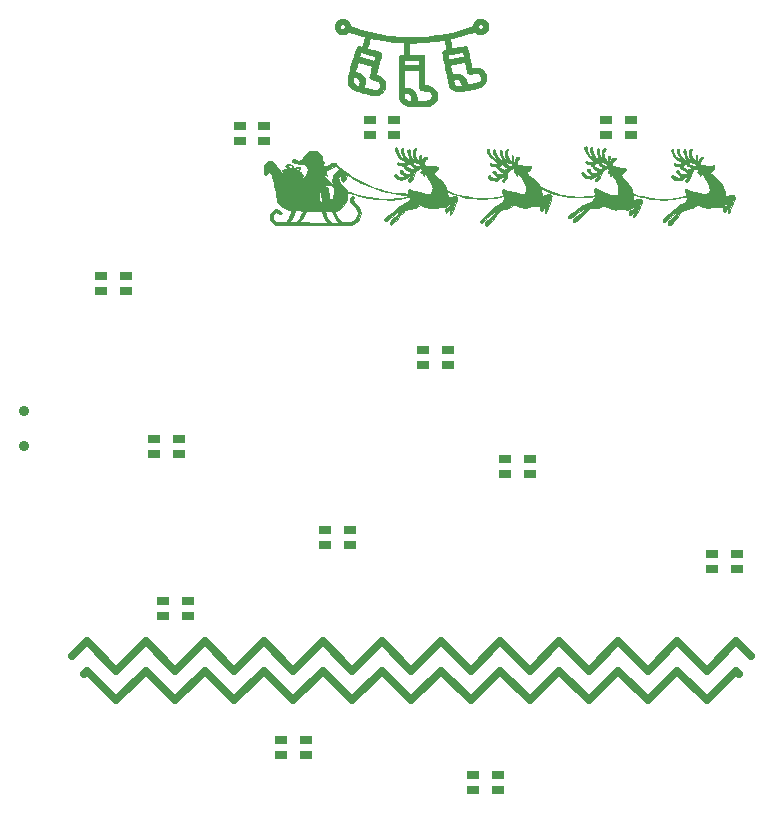
<source format=gbr>
%TF.GenerationSoftware,KiCad,Pcbnew,(5.1.10)-1*%
%TF.CreationDate,2021-10-17T16:41:48+02:00*%
%TF.ProjectId,TVZ_kuglica,54565a5f-6b75-4676-9c69-63612e6b6963,rev?*%
%TF.SameCoordinates,Original*%
%TF.FileFunction,Soldermask,Top*%
%TF.FilePolarity,Negative*%
%FSLAX46Y46*%
G04 Gerber Fmt 4.6, Leading zero omitted, Abs format (unit mm)*
G04 Created by KiCad (PCBNEW (5.1.10)-1) date 2021-10-17 16:41:48*
%MOMM*%
%LPD*%
G01*
G04 APERTURE LIST*
%ADD10C,0.700000*%
%ADD11C,0.010000*%
%ADD12C,0.900000*%
%ADD13R,1.100000X0.750000*%
G04 APERTURE END LIST*
D10*
X109500000Y-120250000D02*
X112000000Y-122750000D01*
X109250000Y-120500000D02*
X109500000Y-120250000D01*
X109500000Y-117750000D02*
X108250000Y-119000000D01*
X162000000Y-122750000D02*
X164500000Y-120250000D01*
X152000000Y-120250000D02*
X149500000Y-117750000D01*
X157000000Y-120250000D02*
X154500000Y-117750000D01*
X165750000Y-119000000D02*
X164500000Y-117750000D01*
X164500000Y-117750000D02*
X162000000Y-120250000D01*
X112000000Y-122750000D02*
X114500000Y-120250000D01*
X144500000Y-120250000D02*
X147000000Y-122750000D01*
X159500000Y-120250000D02*
X162000000Y-122750000D01*
X142000000Y-120250000D02*
X139500000Y-117750000D01*
X142000000Y-122750000D02*
X144500000Y-120250000D01*
X137000000Y-122750000D02*
X139500000Y-120250000D01*
X119500000Y-117750000D02*
X117000000Y-120250000D01*
X134500000Y-117750000D02*
X132000000Y-120250000D01*
X162000000Y-120250000D02*
X159500000Y-117750000D01*
X159500000Y-117750000D02*
X157000000Y-120250000D01*
X117000000Y-122750000D02*
X119500000Y-120250000D01*
X157000000Y-122750000D02*
X159500000Y-120250000D01*
X129500000Y-120250000D02*
X132000000Y-122750000D01*
X154500000Y-120250000D02*
X157000000Y-122750000D01*
X134500000Y-120250000D02*
X137000000Y-122750000D01*
X124500000Y-120250000D02*
X127000000Y-122750000D01*
X132000000Y-122750000D02*
X134500000Y-120250000D01*
X119500000Y-120250000D02*
X122000000Y-122750000D01*
X147000000Y-120250000D02*
X144500000Y-117750000D01*
X154500000Y-117750000D02*
X152000000Y-120250000D01*
X139500000Y-117750000D02*
X137000000Y-120250000D01*
X129500000Y-117750000D02*
X127000000Y-120250000D01*
X152000000Y-122750000D02*
X154500000Y-120250000D01*
X149500000Y-120250000D02*
X152000000Y-122750000D01*
X117000000Y-120250000D02*
X114500000Y-117750000D01*
X114500000Y-117750000D02*
X112000000Y-120250000D01*
X147000000Y-122750000D02*
X149500000Y-120250000D01*
X114500000Y-120250000D02*
X117000000Y-122750000D01*
X127000000Y-120250000D02*
X124500000Y-117750000D01*
X112000000Y-120250000D02*
X109500000Y-117750000D01*
X122000000Y-120250000D02*
X119500000Y-117750000D01*
X137000000Y-120250000D02*
X134500000Y-117750000D01*
X149500000Y-117750000D02*
X147000000Y-120250000D01*
X124500000Y-117750000D02*
X122000000Y-120250000D01*
X144500000Y-117750000D02*
X142000000Y-120250000D01*
X122000000Y-122750000D02*
X124500000Y-120250000D01*
X132000000Y-120250000D02*
X129500000Y-117750000D01*
X139500000Y-120250000D02*
X142000000Y-122750000D01*
X164500000Y-120250000D02*
X164750000Y-120500000D01*
X127000000Y-122750000D02*
X129500000Y-120250000D01*
D11*
%TO.C,G\u002A\u002A\u002A*%
G36*
X151795978Y-75869444D02*
G01*
X151819763Y-75997818D01*
X151820315Y-76022498D01*
X151853273Y-76220916D01*
X151936664Y-76428828D01*
X152050985Y-76606024D01*
X152146728Y-76695521D01*
X152245277Y-76749553D01*
X152301254Y-76760729D01*
X152302179Y-76759953D01*
X152297905Y-76704258D01*
X152263418Y-76583677D01*
X152221745Y-76466155D01*
X152150480Y-76227392D01*
X152139028Y-76049777D01*
X152187031Y-75941599D01*
X152245564Y-75913210D01*
X152313255Y-75916949D01*
X152317943Y-75983210D01*
X152310896Y-76012858D01*
X152302143Y-76179981D01*
X152343302Y-76374584D01*
X152421794Y-76571329D01*
X152525040Y-76744878D01*
X152640462Y-76869892D01*
X152755480Y-76921033D01*
X152761832Y-76921199D01*
X152809788Y-76919910D01*
X152828302Y-76900258D01*
X152816827Y-76838565D01*
X152774816Y-76711154D01*
X152755678Y-76655117D01*
X152707957Y-76464223D01*
X152691599Y-76282559D01*
X152705455Y-76135050D01*
X152748374Y-76046622D01*
X152784400Y-76032200D01*
X152834975Y-76060451D01*
X152847983Y-76158481D01*
X152844254Y-76219832D01*
X152852715Y-76353713D01*
X152889982Y-76515623D01*
X152945189Y-76675361D01*
X153007466Y-76802726D01*
X153065946Y-76867516D01*
X153078356Y-76870400D01*
X153101111Y-76824130D01*
X153115829Y-76703230D01*
X153119312Y-76545805D01*
X153124546Y-76343233D01*
X153151729Y-76210889D01*
X153207297Y-76118595D01*
X153211373Y-76114005D01*
X153315543Y-76022805D01*
X153387225Y-76022554D01*
X153427520Y-76085843D01*
X153414939Y-76178593D01*
X153346157Y-76268947D01*
X153275107Y-76355165D01*
X153254986Y-76456905D01*
X153268877Y-76583604D01*
X153311908Y-76730654D01*
X153385820Y-76886744D01*
X153472926Y-77022541D01*
X153555542Y-77108713D01*
X153594951Y-77124400D01*
X153616607Y-77080117D01*
X153616757Y-76969981D01*
X153612497Y-76931792D01*
X153611712Y-76766595D01*
X153661391Y-76677165D01*
X153747473Y-76643579D01*
X153804490Y-76689906D01*
X153820766Y-76795960D01*
X153796453Y-76910685D01*
X153763333Y-77059497D01*
X153762005Y-77184905D01*
X153778732Y-77257324D01*
X153800510Y-77247567D01*
X153842100Y-77149800D01*
X153916071Y-76979074D01*
X153981093Y-76882959D01*
X154055958Y-76838326D01*
X154103547Y-76827999D01*
X154231867Y-76830607D01*
X154275768Y-76884236D01*
X154234359Y-76982069D01*
X154137584Y-77089122D01*
X154010391Y-77239908D01*
X153955467Y-77375989D01*
X153977935Y-77480229D01*
X154011659Y-77510380D01*
X154112787Y-77549122D01*
X154281990Y-77591805D01*
X154486259Y-77632112D01*
X154692588Y-77663725D01*
X154867969Y-77680329D01*
X154905300Y-77681415D01*
X155041573Y-77688819D01*
X155104198Y-77718741D01*
X155120921Y-77787265D01*
X155121200Y-77806571D01*
X155074338Y-77962775D01*
X154948048Y-78080439D01*
X154871592Y-78113605D01*
X154760118Y-78183462D01*
X154742068Y-78292216D01*
X154817233Y-78439332D01*
X154985401Y-78624272D01*
X155118371Y-78742687D01*
X155278245Y-78906720D01*
X155431100Y-79113651D01*
X155560173Y-79334897D01*
X155648707Y-79541872D01*
X155680000Y-79700506D01*
X155695263Y-79771258D01*
X155749520Y-79833507D01*
X155855471Y-79893162D01*
X156025816Y-79956134D01*
X156273256Y-80028332D01*
X156526947Y-80094598D01*
X157230760Y-80230795D01*
X157972865Y-80296846D01*
X158722253Y-80292285D01*
X159447912Y-80216646D01*
X159827582Y-80144149D01*
X160054639Y-80090315D01*
X160196046Y-80045474D01*
X160265768Y-79998629D01*
X160277767Y-79938779D01*
X160246007Y-79854925D01*
X160231390Y-79826063D01*
X160175805Y-79698467D01*
X160150541Y-79600775D01*
X160150400Y-79596157D01*
X160188679Y-79513289D01*
X160284184Y-79488140D01*
X160407914Y-79524691D01*
X160454677Y-79554381D01*
X160581719Y-79617602D01*
X160759461Y-79670685D01*
X160863851Y-79689945D01*
X161076488Y-79728902D01*
X161314967Y-79786698D01*
X161439717Y-79823149D01*
X161657534Y-79886696D01*
X161812530Y-79912357D01*
X161935808Y-79900991D01*
X162058470Y-79853453D01*
X162083322Y-79840895D01*
X162174281Y-79782901D01*
X162218547Y-79708938D01*
X162232467Y-79583255D01*
X162233200Y-79513085D01*
X162227775Y-79368165D01*
X162205814Y-79238120D01*
X162158780Y-79100447D01*
X162078141Y-78932644D01*
X161955362Y-78712209D01*
X161881187Y-78584899D01*
X161747526Y-78370076D01*
X161647807Y-78242690D01*
X161575292Y-78197077D01*
X161523248Y-78227573D01*
X161503629Y-78267400D01*
X161447372Y-78337942D01*
X161391380Y-78320501D01*
X161369600Y-78237244D01*
X161326045Y-78135828D01*
X161268000Y-78104319D01*
X161178457Y-78060741D01*
X161186390Y-77994517D01*
X161223945Y-77950774D01*
X161270643Y-77861860D01*
X161238293Y-77790304D01*
X161149291Y-77747823D01*
X161026033Y-77746133D01*
X160909586Y-77786305D01*
X160806102Y-77882207D01*
X160714450Y-78030674D01*
X160661966Y-78183860D01*
X160657903Y-78226777D01*
X160634083Y-78341005D01*
X160574447Y-78494232D01*
X160495364Y-78653938D01*
X160413203Y-78787603D01*
X160344334Y-78862705D01*
X160335575Y-78867140D01*
X160239862Y-78859203D01*
X160170975Y-78814118D01*
X160122607Y-78752931D01*
X160136246Y-78699924D01*
X160221792Y-78622706D01*
X160231962Y-78614573D01*
X160325316Y-78522080D01*
X160332485Y-78457162D01*
X160322179Y-78444259D01*
X160260569Y-78433188D01*
X160154261Y-78490283D01*
X160044673Y-78575647D01*
X159910168Y-78681489D01*
X159806414Y-78733122D01*
X159688889Y-78744570D01*
X159544639Y-78733152D01*
X159327602Y-78688053D01*
X159152150Y-78609177D01*
X159032182Y-78508947D01*
X158981593Y-78399787D01*
X159014281Y-78294121D01*
X159031827Y-78274704D01*
X159090845Y-78254559D01*
X159167270Y-78312509D01*
X159201691Y-78352659D01*
X159360439Y-78482609D01*
X159548260Y-78538036D01*
X159689533Y-78522563D01*
X159779907Y-78463789D01*
X159778553Y-78383971D01*
X159689158Y-78296970D01*
X159619233Y-78258234D01*
X159466169Y-78161824D01*
X159406726Y-78057895D01*
X159420829Y-77962600D01*
X159482565Y-77892685D01*
X159562761Y-77907138D01*
X159635681Y-77998848D01*
X159646835Y-78025066D01*
X159705001Y-78139234D01*
X159759878Y-78202088D01*
X159880950Y-78236280D01*
X160041673Y-78234326D01*
X160187356Y-78197785D01*
X160204539Y-78189412D01*
X160291343Y-78112159D01*
X160277155Y-78027888D01*
X160162292Y-77937218D01*
X160044453Y-77879686D01*
X159859204Y-77778854D01*
X159752568Y-77673495D01*
X159740910Y-77649674D01*
X159696119Y-77574499D01*
X159616079Y-77539527D01*
X159468309Y-77530802D01*
X159464262Y-77530800D01*
X159456234Y-77530121D01*
X159921800Y-77530121D01*
X160087701Y-77682860D01*
X160232071Y-77793760D01*
X160365465Y-77831140D01*
X160532197Y-77806721D01*
X160544100Y-77803581D01*
X160640188Y-77749822D01*
X160645008Y-77675154D01*
X160562348Y-77594537D01*
X160480600Y-77552926D01*
X160365316Y-77486616D01*
X160305255Y-77416651D01*
X160302800Y-77403118D01*
X160269727Y-77337564D01*
X160182947Y-77341486D01*
X160061117Y-77413044D01*
X160041727Y-77428860D01*
X159921800Y-77530121D01*
X159456234Y-77530121D01*
X159297392Y-77516688D01*
X159213428Y-77471288D01*
X159202260Y-77451185D01*
X159198668Y-77350087D01*
X159265213Y-77301706D01*
X159377294Y-77322056D01*
X159390437Y-77328690D01*
X159503457Y-77363743D01*
X159644511Y-77346929D01*
X159700691Y-77331357D01*
X159800628Y-77294861D01*
X160525117Y-77294861D01*
X160534104Y-77341728D01*
X160602507Y-77420379D01*
X160720557Y-77478358D01*
X160858060Y-77510710D01*
X160984818Y-77512479D01*
X161070636Y-77478710D01*
X161090200Y-77432984D01*
X161046277Y-77371108D01*
X160937595Y-77302564D01*
X160798782Y-77241708D01*
X160664469Y-77202895D01*
X160569283Y-77200481D01*
X160552428Y-77210051D01*
X160525117Y-77294861D01*
X159800628Y-77294861D01*
X159823543Y-77286493D01*
X159891492Y-77246022D01*
X159896255Y-77236660D01*
X159854710Y-77196372D01*
X159746318Y-77126484D01*
X159605819Y-77048200D01*
X159405798Y-76925223D01*
X159260441Y-76782635D01*
X159147668Y-76616400D01*
X159030837Y-76383046D01*
X158992615Y-76204351D01*
X158993604Y-76184600D01*
X159018916Y-76070167D01*
X159060612Y-76050363D01*
X159111640Y-76120956D01*
X159164949Y-76277715D01*
X159167924Y-76289210D01*
X159265925Y-76521542D01*
X159422662Y-76731259D01*
X159608620Y-76878871D01*
X159608650Y-76878887D01*
X159689504Y-76911874D01*
X159718061Y-76888868D01*
X159693741Y-76800594D01*
X159615960Y-76637777D01*
X159590452Y-76588819D01*
X159486361Y-76355053D01*
X159455231Y-76188876D01*
X159497145Y-76091417D01*
X159553500Y-76067094D01*
X159617194Y-76077938D01*
X159640966Y-76158632D01*
X159642399Y-76207963D01*
X159675408Y-76393089D01*
X159761098Y-76597784D01*
X159879468Y-76786007D01*
X160010515Y-76921720D01*
X160053784Y-76949177D01*
X160163469Y-76998002D01*
X160227536Y-77011765D01*
X160230992Y-77009940D01*
X160224001Y-76956252D01*
X160186314Y-76834517D01*
X160125983Y-76670611D01*
X160123115Y-76663294D01*
X160039984Y-76419325D01*
X160014183Y-76251626D01*
X160045564Y-76152688D01*
X160112300Y-76117894D01*
X160172576Y-76126443D01*
X160197809Y-76198516D01*
X160201200Y-76284498D01*
X160221063Y-76433070D01*
X160272426Y-76593484D01*
X160342952Y-76742810D01*
X160420303Y-76858119D01*
X160492140Y-76916483D01*
X160536505Y-76907627D01*
X160540148Y-76848607D01*
X160522896Y-76724828D01*
X160506004Y-76641819D01*
X160480947Y-76430184D01*
X160499996Y-76247806D01*
X160557275Y-76116639D01*
X160646911Y-76058634D01*
X160662339Y-76057599D01*
X160741198Y-76093075D01*
X160755411Y-76180207D01*
X160702192Y-76290054D01*
X160686511Y-76308603D01*
X160638870Y-76431325D01*
X160658955Y-76596851D01*
X160739154Y-76779822D01*
X160871850Y-76954879D01*
X160884420Y-76967697D01*
X161066552Y-77149800D01*
X161052976Y-76897701D01*
X161050799Y-76743126D01*
X161071206Y-76662443D01*
X161122223Y-76628990D01*
X161134774Y-76626029D01*
X161188047Y-76623913D01*
X161211231Y-76661151D01*
X161209505Y-76760004D01*
X161195228Y-76885947D01*
X161184265Y-77063438D01*
X161198938Y-77171607D01*
X161232132Y-77202008D01*
X161276730Y-77146192D01*
X161316793Y-77030250D01*
X161394049Y-76838037D01*
X161496791Y-76743188D01*
X161621162Y-76742626D01*
X161712265Y-76796249D01*
X161703526Y-76862876D01*
X161627668Y-76919022D01*
X161548042Y-76999958D01*
X161477887Y-77131825D01*
X161468536Y-77157869D01*
X161433991Y-77286442D01*
X161443927Y-77359276D01*
X161490013Y-77405265D01*
X161589489Y-77443134D01*
X161758894Y-77475793D01*
X161966580Y-77500197D01*
X162180898Y-77513299D01*
X162370199Y-77512054D01*
X162475540Y-77500111D01*
X162587376Y-77485118D01*
X162631715Y-77517774D01*
X162639599Y-77620977D01*
X162639600Y-77621122D01*
X162613540Y-77747291D01*
X162522663Y-77867556D01*
X162449100Y-77933461D01*
X162258600Y-78091978D01*
X162535833Y-78332089D01*
X162812935Y-78578053D01*
X163021266Y-78779052D01*
X163173865Y-78950371D01*
X163283770Y-79107294D01*
X163364018Y-79265104D01*
X163392313Y-79336124D01*
X163458041Y-79539915D01*
X163508261Y-79744997D01*
X163526657Y-79860487D01*
X163543892Y-79999437D01*
X163561841Y-80088231D01*
X163567906Y-80101639D01*
X163622976Y-80098165D01*
X163741295Y-80067364D01*
X163821580Y-80041568D01*
X163993416Y-79996504D01*
X164151003Y-79976769D01*
X164198495Y-79978216D01*
X164294482Y-80009238D01*
X164344813Y-80082747D01*
X164349517Y-80210279D01*
X164308625Y-80403367D01*
X164222167Y-80673547D01*
X164200489Y-80734834D01*
X164089288Y-81038063D01*
X164001764Y-81256760D01*
X163931810Y-81403529D01*
X163873320Y-81490977D01*
X163820191Y-81531708D01*
X163813265Y-81534260D01*
X163773839Y-81529297D01*
X163760234Y-81466912D01*
X163769505Y-81328093D01*
X163774485Y-81284011D01*
X163790210Y-81132037D01*
X163788080Y-81066268D01*
X163764652Y-81072339D01*
X163733333Y-81112200D01*
X163642270Y-81237826D01*
X163588958Y-81310953D01*
X163497474Y-81384382D01*
X163415606Y-81369725D01*
X163365092Y-81279769D01*
X163360255Y-81176402D01*
X163404127Y-81032938D01*
X163515491Y-80944877D01*
X163603854Y-80885436D01*
X163686011Y-80804862D01*
X163740613Y-80729099D01*
X163746309Y-80684088D01*
X163733147Y-80680400D01*
X163679747Y-80707773D01*
X163572911Y-80777909D01*
X163491019Y-80835783D01*
X163366773Y-80918721D01*
X163258492Y-80963901D01*
X163128031Y-80980855D01*
X162937247Y-80979118D01*
X162919959Y-80978518D01*
X162695032Y-80982620D01*
X162470598Y-81006054D01*
X162322003Y-81036897D01*
X162199959Y-81069044D01*
X162098190Y-81079489D01*
X161986602Y-81064774D01*
X161835101Y-81021437D01*
X161654190Y-80960112D01*
X161227775Y-80812300D01*
X161014948Y-80953142D01*
X160905367Y-81017979D01*
X160783314Y-81070340D01*
X160626748Y-81116757D01*
X160413629Y-81163763D01*
X160121917Y-81217889D01*
X160121246Y-81218007D01*
X160049961Y-81264132D01*
X159929836Y-81378917D01*
X159772951Y-81549710D01*
X159591387Y-81763861D01*
X159541913Y-81824728D01*
X159319433Y-82096582D01*
X159147293Y-82295938D01*
X159015828Y-82432284D01*
X158915372Y-82515109D01*
X158836259Y-82553899D01*
X158792896Y-82560000D01*
X158743821Y-82516702D01*
X158728000Y-82435390D01*
X158752638Y-82273597D01*
X158815279Y-82138068D01*
X158899011Y-82060080D01*
X158935290Y-82052000D01*
X159010003Y-82015150D01*
X159123819Y-81920079D01*
X159255090Y-81790001D01*
X159382169Y-81648132D01*
X159483408Y-81517687D01*
X159537162Y-81421881D01*
X159540800Y-81402626D01*
X159533517Y-81361673D01*
X159504955Y-81353890D01*
X159445040Y-81386501D01*
X159343701Y-81466732D01*
X159190864Y-81601806D01*
X158976458Y-81798947D01*
X158936448Y-81836100D01*
X158696942Y-82052943D01*
X158518923Y-82199140D01*
X158394884Y-82278621D01*
X158317314Y-82295317D01*
X158278705Y-82253161D01*
X158270800Y-82184627D01*
X158284004Y-82096172D01*
X158332044Y-82005992D01*
X158427554Y-81899718D01*
X158583173Y-81762975D01*
X158778800Y-81606862D01*
X158968520Y-81451853D01*
X159156696Y-81286548D01*
X159304548Y-81145094D01*
X159312200Y-81137162D01*
X159472653Y-80998138D01*
X159676394Y-80859121D01*
X159827926Y-80775961D01*
X160067961Y-80639010D01*
X160224198Y-80489878D01*
X160314204Y-80309489D01*
X160335497Y-80224812D01*
X160350428Y-80125840D01*
X160323218Y-80095004D01*
X160229180Y-80114838D01*
X160194484Y-80125032D01*
X159910941Y-80194267D01*
X159559298Y-80258129D01*
X159173049Y-80312200D01*
X158785690Y-80352061D01*
X158430713Y-80373296D01*
X158294827Y-80375600D01*
X157722106Y-80357320D01*
X157193350Y-80298057D01*
X156656909Y-80191178D01*
X156445526Y-80138075D01*
X156165109Y-80063542D01*
X155968841Y-80013155D01*
X155841886Y-79988152D01*
X155769409Y-79989775D01*
X155736574Y-80019262D01*
X155728546Y-80077853D01*
X155730489Y-80166789D01*
X155730800Y-80197802D01*
X155734652Y-80341725D01*
X155754555Y-80406940D01*
X155803029Y-80416279D01*
X155845100Y-80406236D01*
X156132061Y-80345083D01*
X156346564Y-80341433D01*
X156484586Y-80394571D01*
X156542104Y-80503781D01*
X156543600Y-80530451D01*
X156520722Y-80619236D01*
X156459198Y-80771106D01*
X156369695Y-80965395D01*
X156262879Y-81181434D01*
X156149414Y-81398556D01*
X156039968Y-81596092D01*
X155945206Y-81753374D01*
X155875793Y-81849734D01*
X155852778Y-81869097D01*
X155798931Y-81874356D01*
X155786363Y-81816530D01*
X155796079Y-81735063D01*
X155826717Y-81574034D01*
X155859284Y-81442400D01*
X155873617Y-81376815D01*
X155852488Y-81373180D01*
X155783557Y-81437044D01*
X155718030Y-81505900D01*
X155581653Y-81637548D01*
X155489840Y-81687204D01*
X155430454Y-81657180D01*
X155395546Y-81567353D01*
X155405302Y-81419378D01*
X155498960Y-81294797D01*
X155656872Y-81217768D01*
X155774520Y-81154009D01*
X155832721Y-81086200D01*
X155864349Y-81017100D01*
X155852919Y-80993152D01*
X155785083Y-81016340D01*
X155647491Y-81088653D01*
X155585702Y-81122965D01*
X155450359Y-81195030D01*
X155347759Y-81230513D01*
X155239250Y-81234044D01*
X155086185Y-81210250D01*
X154999202Y-81193200D01*
X154783293Y-81157773D01*
X154620554Y-81153417D01*
X154467536Y-81179784D01*
X154434400Y-81188679D01*
X154318775Y-81216991D01*
X154223401Y-81222087D01*
X154118686Y-81198121D01*
X153975037Y-81139247D01*
X153821801Y-81067645D01*
X153589361Y-80963066D01*
X153418151Y-80905919D01*
X153281065Y-80893439D01*
X153150998Y-80922864D01*
X153013000Y-80985200D01*
X152816239Y-81055499D01*
X152567696Y-81084972D01*
X152468086Y-81086800D01*
X152122456Y-81086800D01*
X151514400Y-81671000D01*
X151261298Y-81909471D01*
X151068133Y-82079989D01*
X150926174Y-82189484D01*
X150826692Y-82244887D01*
X150778571Y-82255200D01*
X150674943Y-82228163D01*
X150650800Y-82176477D01*
X150678810Y-82050407D01*
X150747169Y-81921512D01*
X150832368Y-81826014D01*
X150896440Y-81798000D01*
X150975020Y-81766205D01*
X151101720Y-81684123D01*
X151251248Y-81571707D01*
X151398314Y-81448908D01*
X151517629Y-81335680D01*
X151580424Y-81258377D01*
X151599752Y-81191655D01*
X151547916Y-81186380D01*
X151431906Y-81239080D01*
X151258713Y-81346284D01*
X151035328Y-81504523D01*
X150940078Y-81576286D01*
X150740029Y-81724915D01*
X150563411Y-81848191D01*
X150428553Y-81933858D01*
X150353785Y-81969662D01*
X150351249Y-81969986D01*
X150280864Y-81929885D01*
X150253717Y-81836012D01*
X150255493Y-81755846D01*
X150293915Y-81686993D01*
X150386716Y-81609566D01*
X150548147Y-81505812D01*
X150731300Y-81388256D01*
X150957715Y-81235394D01*
X151189488Y-81073033D01*
X151283636Y-81005062D01*
X151525113Y-80841556D01*
X151746347Y-80715605D01*
X151921723Y-80641573D01*
X151941730Y-80636024D01*
X152160836Y-80547475D01*
X152348930Y-80410745D01*
X152477164Y-80249242D01*
X152506888Y-80177415D01*
X152522373Y-80092272D01*
X152484900Y-80081450D01*
X152447362Y-80095435D01*
X152366842Y-80110051D01*
X152203612Y-80125298D01*
X151976543Y-80139912D01*
X151704508Y-80152630D01*
X151480423Y-80160216D01*
X151093118Y-80167849D01*
X150779640Y-80165306D01*
X150512607Y-80151353D01*
X150264641Y-80124757D01*
X150083970Y-80097327D01*
X149416792Y-79959414D01*
X148809511Y-79780408D01*
X148331701Y-79589487D01*
X147958283Y-79416956D01*
X147990227Y-79705778D01*
X148013304Y-79869803D01*
X148039433Y-79990900D01*
X148056608Y-80032982D01*
X148120535Y-80040277D01*
X148244887Y-80015990D01*
X148326317Y-79991198D01*
X148558682Y-79932868D01*
X148732349Y-79933148D01*
X148837208Y-79990859D01*
X148863056Y-80053700D01*
X148851917Y-80168814D01*
X148799091Y-80374961D01*
X148705014Y-80670716D01*
X148570116Y-81054653D01*
X148507084Y-81226500D01*
X148424219Y-81404667D01*
X148350630Y-81487897D01*
X148295633Y-81482852D01*
X148268544Y-81396193D01*
X148278679Y-81234584D01*
X148311265Y-81086464D01*
X148359330Y-80909000D01*
X148273165Y-81033242D01*
X148149843Y-81202556D01*
X148062027Y-81297806D01*
X147994099Y-81332729D01*
X147940912Y-81325465D01*
X147877203Y-81254506D01*
X147858674Y-81139033D01*
X147888255Y-81026932D01*
X147920300Y-80988464D01*
X148000518Y-80923292D01*
X148115582Y-80829749D01*
X148136200Y-80812983D01*
X148223995Y-80725760D01*
X148254914Y-80661211D01*
X148250299Y-80650654D01*
X148190740Y-80653639D01*
X148100194Y-80714109D01*
X148097899Y-80716184D01*
X147947474Y-80832604D01*
X147790515Y-80900035D01*
X147591874Y-80929833D01*
X147422457Y-80934400D01*
X147201171Y-80947782D01*
X146980474Y-80982391D01*
X146847567Y-81018031D01*
X146726402Y-81057935D01*
X146629873Y-81073591D01*
X146526227Y-81062417D01*
X146383708Y-81021833D01*
X146222616Y-80967231D01*
X145993792Y-80891013D01*
X145835177Y-80849954D01*
X145721840Y-80843551D01*
X145628855Y-80871304D01*
X145531291Y-80932712D01*
X145503910Y-80952784D01*
X145232992Y-81104131D01*
X144942512Y-81181454D01*
X144833470Y-81188400D01*
X144721887Y-81201333D01*
X144613815Y-81247560D01*
X144496469Y-81338215D01*
X144357067Y-81484435D01*
X144182824Y-81697357D01*
X144047862Y-81872798D01*
X143824055Y-82156486D01*
X143631325Y-82377484D01*
X143476338Y-82528891D01*
X143365764Y-82603800D01*
X143335125Y-82610800D01*
X143285970Y-82569156D01*
X143261529Y-82515909D01*
X143260197Y-82359590D01*
X143335946Y-82204374D01*
X143470552Y-82086570D01*
X143479401Y-82081846D01*
X143582401Y-82007934D01*
X143710570Y-81888346D01*
X143842308Y-81747211D01*
X143956014Y-81608658D01*
X144030088Y-81496815D01*
X144046800Y-81448049D01*
X144030673Y-81400043D01*
X143977528Y-81405346D01*
X143880220Y-81468995D01*
X143731601Y-81596029D01*
X143524526Y-81791488D01*
X143433066Y-81880779D01*
X143196762Y-82105694D01*
X143022497Y-82254796D01*
X142907357Y-82330402D01*
X142855981Y-82339573D01*
X142783516Y-82282643D01*
X142786792Y-82192268D01*
X142868794Y-82063193D01*
X143032508Y-81890165D01*
X143195900Y-81741328D01*
X143389310Y-81567486D01*
X143572962Y-81394666D01*
X143721248Y-81247339D01*
X143786096Y-81177348D01*
X143921375Y-81052757D01*
X144108691Y-80918528D01*
X144298701Y-80808456D01*
X144547581Y-80662973D01*
X144712325Y-80513307D01*
X144809491Y-80341744D01*
X144840764Y-80228479D01*
X144870101Y-80081793D01*
X144394950Y-80185336D01*
X144053504Y-80240685D01*
X143641432Y-80277453D01*
X143188027Y-80295470D01*
X142722580Y-80294568D01*
X142274383Y-80274577D01*
X141872729Y-80235330D01*
X141659200Y-80201111D01*
X141321433Y-80123463D01*
X140927801Y-80012911D01*
X140514160Y-79880254D01*
X140119252Y-79737403D01*
X140062989Y-79726930D01*
X140039640Y-79768456D01*
X140040328Y-79883773D01*
X140043052Y-79924418D01*
X140053121Y-80035570D01*
X140076902Y-80103316D01*
X140133784Y-80134237D01*
X140243156Y-80134912D01*
X140424407Y-80111919D01*
X140543597Y-80094264D01*
X140701065Y-80080470D01*
X140795609Y-80102564D01*
X140846125Y-80146669D01*
X140880205Y-80204747D01*
X140884373Y-80280615D01*
X140855661Y-80400395D01*
X140797891Y-80571169D01*
X140702829Y-80824288D01*
X140601110Y-81071606D01*
X140501100Y-81295260D01*
X140411166Y-81477386D01*
X140339674Y-81600119D01*
X140294989Y-81645595D01*
X140294723Y-81645600D01*
X140233122Y-81604329D01*
X140226379Y-81487625D01*
X140267552Y-81328100D01*
X140302310Y-81208936D01*
X140308593Y-81142534D01*
X140303430Y-81137600D01*
X140255322Y-81172626D01*
X140166356Y-81261981D01*
X140106768Y-81328100D01*
X139995458Y-81441824D01*
X139921864Y-81478698D01*
X139881513Y-81461288D01*
X139836418Y-81356027D01*
X139849546Y-81221207D01*
X139911325Y-81102942D01*
X139964682Y-81060593D01*
X140139538Y-80950043D01*
X140227902Y-80837864D01*
X140236800Y-80792324D01*
X140223243Y-80749443D01*
X140170166Y-80776290D01*
X140122500Y-80817596D01*
X139984778Y-80925928D01*
X139841685Y-80992341D01*
X139662377Y-81026035D01*
X139416012Y-81036207D01*
X139389239Y-81036283D01*
X139167759Y-81043481D01*
X138959005Y-81062152D01*
X138805925Y-81088365D01*
X138798604Y-81090325D01*
X138693741Y-81111929D01*
X138587307Y-81111113D01*
X138452567Y-81083567D01*
X138262781Y-81024982D01*
X138145775Y-80985088D01*
X137686541Y-80826091D01*
X137492264Y-80960725D01*
X137313681Y-81055036D01*
X137085057Y-81117044D01*
X136925893Y-81141163D01*
X136794116Y-81158603D01*
X136685621Y-81181034D01*
X136588230Y-81218080D01*
X136489765Y-81279370D01*
X136378049Y-81374528D01*
X136240904Y-81513183D01*
X136066153Y-81704960D01*
X135841619Y-81959486D01*
X135731018Y-82085726D01*
X135523070Y-82306274D01*
X135362614Y-82438403D01*
X135248429Y-82482848D01*
X135179289Y-82440348D01*
X135171376Y-82423112D01*
X135166599Y-82288315D01*
X135226669Y-82143321D01*
X135331162Y-82033171D01*
X135354174Y-82019988D01*
X135455263Y-81951887D01*
X135588179Y-81839499D01*
X135731935Y-81703763D01*
X135865546Y-81565618D01*
X135968028Y-81446003D01*
X136018394Y-81365856D01*
X136020400Y-81355235D01*
X136011872Y-81310128D01*
X135979492Y-81301594D01*
X135913061Y-81336411D01*
X135802381Y-81421356D01*
X135637253Y-81563209D01*
X135433373Y-81745389D01*
X135193464Y-81955615D01*
X135013565Y-82097548D01*
X134883948Y-82176787D01*
X134794888Y-82198927D01*
X134736657Y-82169564D01*
X134724719Y-82153145D01*
X134709603Y-82056620D01*
X134775083Y-81937305D01*
X134925786Y-81789092D01*
X135106803Y-81648525D01*
X135326059Y-81481186D01*
X135567281Y-81285085D01*
X135779223Y-81101914D01*
X135784231Y-81097383D01*
X135987928Y-80929711D01*
X136178833Y-80803084D01*
X136316929Y-80739679D01*
X136491546Y-80660471D01*
X136652679Y-80542173D01*
X136774651Y-80408455D01*
X136831782Y-80282992D01*
X136833200Y-80263742D01*
X136819975Y-80195333D01*
X136760957Y-80179267D01*
X136668100Y-80194474D01*
X136297607Y-80268788D01*
X135987028Y-80320262D01*
X135702461Y-80351875D01*
X135410007Y-80366603D01*
X135075765Y-80367424D01*
X134775800Y-80360661D01*
X134423659Y-80348111D01*
X134113447Y-80330258D01*
X133827948Y-80303919D01*
X133549949Y-80265906D01*
X133262234Y-80213035D01*
X132947589Y-80142120D01*
X132588800Y-80049975D01*
X132168651Y-79933415D01*
X131669929Y-79789254D01*
X131638900Y-79780174D01*
X131584089Y-79778901D01*
X131557631Y-79831939D01*
X131550084Y-79961228D01*
X131550000Y-79986769D01*
X131503931Y-80324376D01*
X131375145Y-80646140D01*
X131177771Y-80929681D01*
X130925937Y-81152619D01*
X130753449Y-81248481D01*
X130624175Y-81315347D01*
X130545327Y-81374798D01*
X130534000Y-81395665D01*
X130560940Y-81490133D01*
X130630929Y-81638252D01*
X130727717Y-81811175D01*
X130835054Y-81980054D01*
X130936689Y-82116040D01*
X130945567Y-82126324D01*
X131036635Y-82222882D01*
X131118308Y-82276585D01*
X131224942Y-82299816D01*
X131390893Y-82304957D01*
X131440962Y-82304884D01*
X131792388Y-82268321D01*
X132071819Y-82161804D01*
X132277927Y-81986257D01*
X132409387Y-81742601D01*
X132444664Y-81606653D01*
X132452437Y-81446827D01*
X132405996Y-81290726D01*
X132295821Y-81120070D01*
X132112389Y-80916584D01*
X132055914Y-80860346D01*
X131898170Y-80697741D01*
X131804838Y-80577432D01*
X131761523Y-80477589D01*
X131753200Y-80401177D01*
X131790611Y-80241012D01*
X131886582Y-80121006D01*
X132016715Y-80070933D01*
X132023900Y-80070799D01*
X132088139Y-80110248D01*
X132109322Y-80196230D01*
X132080209Y-80280200D01*
X132058000Y-80299400D01*
X132014141Y-80350993D01*
X132027133Y-80427216D01*
X132103528Y-80540202D01*
X132249878Y-80702086D01*
X132306984Y-80760564D01*
X132531797Y-81026049D01*
X132661650Y-81278617D01*
X132699490Y-81532491D01*
X132648265Y-81801896D01*
X132564072Y-82001200D01*
X132454678Y-82179226D01*
X132315470Y-82311929D01*
X132114923Y-82427497D01*
X132057086Y-82454491D01*
X132007593Y-82475651D01*
X131954267Y-82493710D01*
X131889090Y-82508917D01*
X131804042Y-82521521D01*
X131691103Y-82531770D01*
X131542254Y-82539913D01*
X131349475Y-82546199D01*
X131104748Y-82550876D01*
X130800053Y-82554193D01*
X130427370Y-82556399D01*
X129978679Y-82557742D01*
X129445963Y-82558471D01*
X128821200Y-82558835D01*
X128690476Y-82558884D01*
X128046321Y-82558991D01*
X127495850Y-82558667D01*
X127031147Y-82557684D01*
X126644296Y-82555816D01*
X126327382Y-82552834D01*
X126072488Y-82548511D01*
X125871699Y-82542620D01*
X125717100Y-82534932D01*
X125600773Y-82525220D01*
X125514804Y-82513258D01*
X125451276Y-82498816D01*
X125402274Y-82481668D01*
X125363076Y-82463234D01*
X125158243Y-82305627D01*
X125034208Y-82089419D01*
X124996799Y-81851139D01*
X125037033Y-81597771D01*
X125148768Y-81392826D01*
X125318553Y-81251731D01*
X125532938Y-81189916D01*
X125574579Y-81188400D01*
X125692716Y-81220435D01*
X125826369Y-81299622D01*
X125942467Y-81400581D01*
X126007940Y-81497931D01*
X126012800Y-81524710D01*
X125976779Y-81607197D01*
X125888346Y-81626720D01*
X125776944Y-81580501D01*
X125740241Y-81550426D01*
X125631628Y-81472930D01*
X125539625Y-81442400D01*
X125410609Y-81488459D01*
X125309381Y-81608253D01*
X125256059Y-81774207D01*
X125252415Y-81836100D01*
X125281897Y-82032664D01*
X125372800Y-82171283D01*
X125534600Y-82258293D01*
X125776774Y-82300034D01*
X125954961Y-82306000D01*
X126143330Y-82303445D01*
X126262426Y-82287813D01*
X126279200Y-82279510D01*
X126673200Y-82279510D01*
X126719127Y-82294097D01*
X126837462Y-82303718D01*
X126949198Y-82306000D01*
X127113718Y-82300561D01*
X127219969Y-82270688D01*
X127230423Y-82262063D01*
X127536800Y-82262063D01*
X127585140Y-82275103D01*
X127720326Y-82287883D01*
X127927603Y-82299627D01*
X128192219Y-82309561D01*
X128499419Y-82316909D01*
X128616300Y-82318755D01*
X128939314Y-82323669D01*
X129228961Y-82329011D01*
X129469468Y-82334413D01*
X129645063Y-82339509D01*
X129739976Y-82343931D01*
X129750833Y-82345165D01*
X129829261Y-82331597D01*
X129838232Y-82324434D01*
X129833599Y-82266220D01*
X129780052Y-82165485D01*
X129767792Y-82147690D01*
X129693674Y-82026462D01*
X129600681Y-81851075D01*
X129514787Y-81672056D01*
X129410499Y-81442054D01*
X129677972Y-81442054D01*
X129724583Y-81577356D01*
X129766924Y-81671000D01*
X129884466Y-81889477D01*
X130018129Y-82083442D01*
X130150838Y-82231700D01*
X130265520Y-82313056D01*
X130290224Y-82320624D01*
X130469959Y-82344522D01*
X130628365Y-82347647D01*
X130734117Y-82330425D01*
X130757483Y-82314278D01*
X130749680Y-82247187D01*
X130696981Y-82153371D01*
X130629865Y-82049496D01*
X130536152Y-81889312D01*
X130435731Y-81706850D01*
X130432400Y-81700592D01*
X130254600Y-81366200D01*
X129962500Y-81349426D01*
X129786379Y-81345436D01*
X129695054Y-81370529D01*
X129677972Y-81442054D01*
X129410499Y-81442054D01*
X129364588Y-81340800D01*
X128052772Y-81340800D01*
X127889710Y-81694568D01*
X127797954Y-81878259D01*
X127707839Y-82033240D01*
X127637406Y-82128764D01*
X127631723Y-82134241D01*
X127559206Y-82214812D01*
X127536800Y-82262063D01*
X127230423Y-82262063D01*
X127310439Y-82196047D01*
X127400273Y-82090100D01*
X127534320Y-81906667D01*
X127653648Y-81711273D01*
X127743282Y-81531594D01*
X127788251Y-81395309D01*
X127790800Y-81368223D01*
X127770014Y-81324195D01*
X127694534Y-81299909D01*
X127544674Y-81290602D01*
X127467650Y-81290000D01*
X127144500Y-81290000D01*
X127033374Y-81582100D01*
X126949301Y-81779114D01*
X126853442Y-81969572D01*
X126797724Y-82063610D01*
X126722475Y-82183489D01*
X126678179Y-82264533D01*
X126673200Y-82279510D01*
X126279200Y-82279510D01*
X126344572Y-82247152D01*
X126422090Y-82169512D01*
X126465943Y-82117059D01*
X126598949Y-81930345D01*
X126717742Y-81719240D01*
X126804259Y-81519279D01*
X126839103Y-81383047D01*
X126832630Y-81319218D01*
X126781461Y-81275345D01*
X126663829Y-81238444D01*
X126558034Y-81215419D01*
X126248574Y-81112576D01*
X125978702Y-80946346D01*
X125773971Y-80733811D01*
X125726928Y-80659773D01*
X125649935Y-80475855D01*
X125573143Y-80198028D01*
X125553165Y-80101133D01*
X129186616Y-80101133D01*
X129192878Y-80308536D01*
X129210716Y-80439185D01*
X129245574Y-80517742D01*
X129287556Y-80558333D01*
X129400533Y-80622268D01*
X129453417Y-80606253D01*
X129445533Y-80515300D01*
X129419195Y-80401723D01*
X129387429Y-80232361D01*
X129367521Y-80110704D01*
X129337891Y-79943480D01*
X129308004Y-79815831D01*
X129290515Y-79767804D01*
X129241009Y-79716427D01*
X129208070Y-79753483D01*
X129190399Y-79883137D01*
X129186616Y-80101133D01*
X125553165Y-80101133D01*
X125496005Y-79823909D01*
X125417975Y-79351111D01*
X125400648Y-79233704D01*
X125395681Y-79205178D01*
X129675069Y-79205178D01*
X129716673Y-79254673D01*
X129771388Y-79272559D01*
X129871303Y-79342566D01*
X129936939Y-79494890D01*
X129970114Y-79735292D01*
X129975200Y-79918332D01*
X129977138Y-80102294D01*
X129988936Y-80208427D01*
X130019564Y-80260503D01*
X130077996Y-80282288D01*
X130114900Y-80288414D01*
X130229979Y-80306571D01*
X130290312Y-80317188D01*
X130325032Y-80278536D01*
X130367408Y-80172925D01*
X130378928Y-80134300D01*
X130429440Y-79775379D01*
X130400018Y-79399085D01*
X130335981Y-79235505D01*
X130212325Y-79154083D01*
X130066095Y-79149519D01*
X129953958Y-79136377D01*
X129869134Y-79103210D01*
X129775040Y-79070357D01*
X129718921Y-79107849D01*
X129715517Y-79113055D01*
X129675069Y-79205178D01*
X125395681Y-79205178D01*
X125353034Y-78960259D01*
X125292744Y-78695100D01*
X125226104Y-78459927D01*
X125159441Y-78276446D01*
X125099082Y-78166358D01*
X125085538Y-78152703D01*
X124988545Y-78100112D01*
X124895200Y-78067089D01*
X124878395Y-78064200D01*
X125098400Y-78064200D01*
X125123800Y-78089600D01*
X125149200Y-78064200D01*
X125123800Y-78038800D01*
X125098400Y-78064200D01*
X124878395Y-78064200D01*
X124821805Y-78054472D01*
X124828178Y-78074393D01*
X124854384Y-78129872D01*
X124806531Y-78223831D01*
X124792502Y-78242821D01*
X124721001Y-78325604D01*
X124669048Y-78332584D01*
X124611629Y-78284391D01*
X124553093Y-78169417D01*
X124525700Y-78013400D01*
X124996800Y-78013400D01*
X125022200Y-78038800D01*
X125047600Y-78013400D01*
X125022200Y-77988000D01*
X124996800Y-78013400D01*
X124525700Y-78013400D01*
X124521522Y-77989609D01*
X124516865Y-77778076D01*
X124529573Y-77657800D01*
X125250800Y-77657800D01*
X125276200Y-77683200D01*
X125301600Y-77657800D01*
X125276200Y-77632400D01*
X125250800Y-77657800D01*
X124529573Y-77657800D01*
X124539069Y-77567925D01*
X124588082Y-77392264D01*
X124613114Y-77342453D01*
X124761194Y-77174007D01*
X124937235Y-77097141D01*
X125126948Y-77111036D01*
X125316044Y-77214873D01*
X125479283Y-77392087D01*
X125563351Y-77520632D01*
X125612830Y-77615816D01*
X125618983Y-77645100D01*
X125643289Y-77682329D01*
X125652873Y-77683200D01*
X125705019Y-77721180D01*
X125794443Y-77820092D01*
X125887552Y-77939587D01*
X126008730Y-78092854D01*
X126082746Y-78159037D01*
X126108511Y-78137836D01*
X126084937Y-78028950D01*
X126072116Y-77990593D01*
X126041821Y-77884429D01*
X126062877Y-77842652D01*
X126139444Y-77835600D01*
X126246012Y-77816404D01*
X126292315Y-77784613D01*
X126360313Y-77754812D01*
X126447713Y-77759213D01*
X126597235Y-77790148D01*
X126711299Y-77813794D01*
X126800997Y-77824382D01*
X126809949Y-77806579D01*
X126792226Y-77795399D01*
X127109130Y-77795399D01*
X127175064Y-77828290D01*
X127276803Y-77835600D01*
X127412042Y-77825313D01*
X127497940Y-77799709D01*
X127507842Y-77790555D01*
X127508485Y-77721866D01*
X127439550Y-77674648D01*
X127332843Y-77663731D01*
X127268513Y-77678974D01*
X127140143Y-77743051D01*
X127109130Y-77795399D01*
X126792226Y-77795399D01*
X126751702Y-77769837D01*
X126639799Y-77723608D01*
X126533500Y-77689724D01*
X126378478Y-77625272D01*
X126333206Y-77561052D01*
X126533509Y-77561052D01*
X126592367Y-77640887D01*
X126657765Y-77674044D01*
X126817736Y-77722057D01*
X126903100Y-77718791D01*
X126927200Y-77667509D01*
X126884168Y-77539339D01*
X126779157Y-77453275D01*
X126670872Y-77437075D01*
X126560204Y-77483605D01*
X126533509Y-77561052D01*
X126333206Y-77561052D01*
X126322283Y-77545558D01*
X126362700Y-77445991D01*
X126397428Y-77407428D01*
X126528616Y-77338519D01*
X126681375Y-77344238D01*
X126826596Y-77411157D01*
X126935174Y-77525845D01*
X126977999Y-77674873D01*
X126978000Y-77675294D01*
X126978000Y-77787841D01*
X127123007Y-77680633D01*
X127275026Y-77602002D01*
X127415216Y-77585577D01*
X127519071Y-77628380D01*
X127562085Y-77727434D01*
X127562200Y-77734000D01*
X127544791Y-77823860D01*
X127473345Y-77870273D01*
X127384400Y-77889029D01*
X127206600Y-77917058D01*
X127422500Y-77956994D01*
X127573419Y-78000142D01*
X127635354Y-78060467D01*
X127638400Y-78081845D01*
X127677934Y-78172670D01*
X127743945Y-78232674D01*
X127813190Y-78285097D01*
X127816081Y-78340461D01*
X127763024Y-78430555D01*
X127707804Y-78519932D01*
X127711417Y-78544099D01*
X127771778Y-78523497D01*
X127895888Y-78477656D01*
X127950209Y-78460399D01*
X128011646Y-78399339D01*
X128047721Y-78329932D01*
X129620293Y-78329932D01*
X129668937Y-78512105D01*
X129811011Y-78668246D01*
X129905335Y-78730998D01*
X130032817Y-78816852D01*
X130113217Y-78892429D01*
X130127600Y-78922467D01*
X130164649Y-79013940D01*
X130245192Y-79089052D01*
X130296704Y-79105600D01*
X130318609Y-79059904D01*
X130319196Y-78939252D01*
X130310050Y-78850508D01*
X130300351Y-78637362D01*
X130319349Y-78554020D01*
X130784558Y-78554020D01*
X130833563Y-78741552D01*
X130965430Y-78954730D01*
X131138279Y-79147557D01*
X131288989Y-79302110D01*
X131419183Y-79447207D01*
X131504195Y-79555140D01*
X131512368Y-79567781D01*
X131567948Y-79633641D01*
X131658777Y-79692494D01*
X131803417Y-79752938D01*
X132020430Y-79823572D01*
X132143013Y-79859915D01*
X132813161Y-80039612D01*
X133436567Y-80175772D01*
X133994067Y-80264265D01*
X134049490Y-80270792D01*
X134311577Y-80290558D01*
X134636599Y-80300130D01*
X134996499Y-80300140D01*
X135363219Y-80291224D01*
X135708702Y-80274015D01*
X136004890Y-80249148D01*
X136198200Y-80222230D01*
X136517217Y-80158154D01*
X136737809Y-80101976D01*
X136858940Y-80053994D01*
X136884000Y-80025272D01*
X136836629Y-80005756D01*
X136708012Y-79984257D01*
X136518394Y-79963518D01*
X136312500Y-79947784D01*
X135409849Y-79840993D01*
X134509905Y-79635690D01*
X133621398Y-79334784D01*
X132753057Y-78941185D01*
X131992807Y-78508088D01*
X131781036Y-78376407D01*
X131640194Y-78294388D01*
X131555970Y-78256402D01*
X131514055Y-78256822D01*
X131500139Y-78290020D01*
X131499200Y-78313944D01*
X131471378Y-78504127D01*
X131398670Y-78674988D01*
X131297208Y-78799692D01*
X131183125Y-78851404D01*
X131175968Y-78851600D01*
X131096814Y-78806256D01*
X131030641Y-78691922D01*
X130993994Y-78541148D01*
X130991200Y-78488138D01*
X130974179Y-78349547D01*
X130927122Y-78303982D01*
X130856031Y-78354514D01*
X130822520Y-78401830D01*
X130784558Y-78554020D01*
X130319349Y-78554020D01*
X130342927Y-78450590D01*
X130373668Y-78375098D01*
X130463937Y-78224477D01*
X130590093Y-78077157D01*
X130726185Y-77958100D01*
X130846264Y-77892269D01*
X130881695Y-77886400D01*
X130937592Y-77861719D01*
X130908729Y-77791479D01*
X130798067Y-77681384D01*
X130758269Y-77648544D01*
X130576139Y-77502434D01*
X130186769Y-77696115D01*
X130003344Y-77792279D01*
X129854383Y-77879490D01*
X129764449Y-77943041D01*
X129751728Y-77956579D01*
X129740918Y-78056931D01*
X129788518Y-78188659D01*
X129870979Y-78353956D01*
X129745289Y-78322410D01*
X129652266Y-78311948D01*
X129620293Y-78329932D01*
X128047721Y-78329932D01*
X128083604Y-78260897D01*
X128142241Y-78104830D01*
X128251063Y-77773333D01*
X128085360Y-77557483D01*
X127977174Y-77428771D01*
X127886267Y-77364740D01*
X127775834Y-77344060D01*
X127715529Y-77343165D01*
X127445153Y-77332021D01*
X127210181Y-77297483D01*
X127031398Y-77244227D01*
X126929590Y-77176925D01*
X126921539Y-77164623D01*
X126899103Y-77050305D01*
X126948498Y-76967779D01*
X127041966Y-76928729D01*
X127151749Y-76944836D01*
X127249317Y-77026676D01*
X127360270Y-77116904D01*
X127494314Y-77112982D01*
X127643566Y-77017525D01*
X127790285Y-76847236D01*
X127992642Y-76580759D01*
X128166789Y-76396640D01*
X128324784Y-76283958D01*
X128467513Y-76233752D01*
X128743362Y-76218250D01*
X128983728Y-76289058D01*
X129209394Y-76453015D01*
X129247597Y-76490447D01*
X129369664Y-76622095D01*
X129429986Y-76717004D01*
X129443223Y-76805402D01*
X129433511Y-76873744D01*
X129425061Y-77003429D01*
X129472519Y-77074889D01*
X129484968Y-77082533D01*
X129550680Y-77158875D01*
X129566060Y-77256915D01*
X129526795Y-77330335D01*
X129508860Y-77339113D01*
X129473013Y-77390556D01*
X129496960Y-77472394D01*
X129565210Y-77546800D01*
X129601854Y-77566166D01*
X129694484Y-77560026D01*
X129853380Y-77505124D01*
X130047660Y-77414089D01*
X130294068Y-77304245D01*
X130477161Y-77259652D01*
X130592443Y-77280600D01*
X130635416Y-77367384D01*
X130635600Y-77375822D01*
X130676276Y-77461072D01*
X130783316Y-77575713D01*
X130934241Y-77699850D01*
X131106569Y-77813589D01*
X131169119Y-77847953D01*
X131311383Y-77940282D01*
X131423119Y-78039338D01*
X131516072Y-78117236D01*
X131681411Y-78231202D01*
X131901265Y-78370659D01*
X132157761Y-78525028D01*
X132433027Y-78683733D01*
X132709190Y-78836196D01*
X132968379Y-78971839D01*
X133142507Y-79056934D01*
X133483365Y-79203610D01*
X133884408Y-79355502D01*
X134310270Y-79500718D01*
X134725587Y-79627366D01*
X135094994Y-79723558D01*
X135182200Y-79742749D01*
X135408396Y-79780935D01*
X135693652Y-79815995D01*
X135995439Y-79843190D01*
X136186916Y-79854706D01*
X136785232Y-79881663D01*
X136730942Y-79738871D01*
X136699718Y-79614521D01*
X136702532Y-79528639D01*
X136770031Y-79469293D01*
X136877365Y-79473830D01*
X136988136Y-79538965D01*
X137004772Y-79555918D01*
X137118895Y-79626031D01*
X137298703Y-79674234D01*
X137345809Y-79680876D01*
X137523784Y-79713504D01*
X137749060Y-79770530D01*
X137974117Y-79839868D01*
X137982867Y-79842874D01*
X138188769Y-79909510D01*
X138330859Y-79941104D01*
X138439081Y-79941762D01*
X138534641Y-79918518D01*
X138693523Y-79820354D01*
X138775118Y-79656261D01*
X138779411Y-79426273D01*
X138759961Y-79317963D01*
X138710344Y-79163443D01*
X138625127Y-78959993D01*
X138518837Y-78736690D01*
X138406002Y-78522610D01*
X138301148Y-78346826D01*
X138222367Y-78242000D01*
X138158262Y-78193497D01*
X138112077Y-78230655D01*
X138097799Y-78254699D01*
X138027082Y-78333879D01*
X137971046Y-78323071D01*
X137950800Y-78237244D01*
X137907245Y-78135828D01*
X137849200Y-78104319D01*
X137760061Y-78059325D01*
X137768917Y-77992634D01*
X137824426Y-77936680D01*
X137872875Y-77865708D01*
X137843606Y-77803459D01*
X137734298Y-77735918D01*
X137604370Y-77752398D01*
X137468819Y-77841767D01*
X137342640Y-77992893D01*
X137240829Y-78194644D01*
X137215307Y-78269865D01*
X137121066Y-78525678D01*
X137015171Y-78715863D01*
X136906217Y-78827362D01*
X136832352Y-78851600D01*
X136726337Y-78819569D01*
X136694483Y-78740711D01*
X136739953Y-78640880D01*
X136799818Y-78585853D01*
X136884043Y-78506576D01*
X136908584Y-78444986D01*
X136906663Y-78440772D01*
X136862466Y-78401033D01*
X136794970Y-78413525D01*
X136684079Y-78485299D01*
X136604600Y-78546800D01*
X136381970Y-78663302D01*
X136132928Y-78696093D01*
X135884683Y-78647756D01*
X135664448Y-78520876D01*
X135591995Y-78450629D01*
X135527362Y-78366652D01*
X135531706Y-78309021D01*
X135579503Y-78254725D01*
X135638388Y-78207430D01*
X135692362Y-78214405D01*
X135770926Y-78285413D01*
X135814544Y-78332506D01*
X135980915Y-78458829D01*
X136158496Y-78498252D01*
X136323180Y-78447523D01*
X136367062Y-78401979D01*
X136340671Y-78340372D01*
X136303780Y-78297198D01*
X136200032Y-78207928D01*
X136119993Y-78165163D01*
X136021571Y-78093486D01*
X135992035Y-77986607D01*
X136025743Y-77905361D01*
X136104769Y-77842550D01*
X136173438Y-77869664D01*
X136243178Y-77991876D01*
X136249440Y-78006619D01*
X136358258Y-78151336D01*
X136518216Y-78219019D01*
X136705908Y-78201665D01*
X136759256Y-78180928D01*
X136857397Y-78106864D01*
X136855616Y-78021074D01*
X136754689Y-77925369D01*
X136617933Y-77849849D01*
X136440305Y-77742813D01*
X136353387Y-77630445D01*
X136346332Y-77608081D01*
X136312350Y-77526315D01*
X136268178Y-77502341D01*
X136539275Y-77502341D01*
X136597343Y-77587367D01*
X136667580Y-77655744D01*
X136794892Y-77737656D01*
X136943976Y-77783868D01*
X137086597Y-77792779D01*
X137194519Y-77762789D01*
X137239507Y-77692297D01*
X137239600Y-77688169D01*
X137191083Y-77595072D01*
X137082727Y-77536852D01*
X136964095Y-77467877D01*
X136898644Y-77378101D01*
X136898459Y-77377406D01*
X136877283Y-77329816D01*
X137151914Y-77329816D01*
X137237435Y-77430919D01*
X137397908Y-77499787D01*
X137582500Y-77525736D01*
X137675714Y-77501599D01*
X137696800Y-77455455D01*
X137654748Y-77392830D01*
X137546301Y-77310509D01*
X137441740Y-77250862D01*
X137295067Y-77180282D01*
X137212979Y-77155556D01*
X137171392Y-77172935D01*
X137154255Y-77206112D01*
X137151914Y-77329816D01*
X136877283Y-77329816D01*
X136864409Y-77300885D01*
X136839431Y-77289052D01*
X136775375Y-77321552D01*
X136668100Y-77375484D01*
X136562846Y-77439782D01*
X136539275Y-77502341D01*
X136268178Y-77502341D01*
X136243898Y-77489164D01*
X136108682Y-77480020D01*
X136097313Y-77479999D01*
X135930248Y-77459583D01*
X135817802Y-77406584D01*
X135776351Y-77333381D01*
X135810460Y-77263219D01*
X135881448Y-77229818D01*
X135975952Y-77268978D01*
X136083087Y-77302536D01*
X136221962Y-77306967D01*
X136357063Y-77286711D01*
X136452874Y-77246209D01*
X136477600Y-77206257D01*
X136435586Y-77150271D01*
X136328462Y-77075969D01*
X136250229Y-77034180D01*
X136066190Y-76910209D01*
X135896960Y-76735276D01*
X135756706Y-76532700D01*
X135659595Y-76325800D01*
X135619793Y-76137895D01*
X135636129Y-76023313D01*
X135668957Y-75959214D01*
X135707605Y-75980475D01*
X135738305Y-76020562D01*
X135789761Y-76129219D01*
X135831321Y-76281192D01*
X135836525Y-76310457D01*
X135912937Y-76517955D01*
X136053840Y-76690395D01*
X136201716Y-76819458D01*
X136296156Y-76870601D01*
X136333073Y-76844479D01*
X136308383Y-76741746D01*
X136268658Y-76655946D01*
X136151316Y-76395832D01*
X136101884Y-76207532D01*
X136119622Y-76087960D01*
X136129258Y-76074254D01*
X136210890Y-76010999D01*
X136262302Y-76043009D01*
X136274400Y-76123050D01*
X136302737Y-76332143D01*
X136378163Y-76544332D01*
X136486292Y-76735996D01*
X136612743Y-76883510D01*
X136743132Y-76963253D01*
X136790608Y-76970870D01*
X136829255Y-76960715D01*
X136838719Y-76916425D01*
X136816532Y-76819368D01*
X136760230Y-76650910D01*
X136741153Y-76597187D01*
X136674691Y-76400902D01*
X136643942Y-76274880D01*
X136645509Y-76195613D01*
X136675200Y-76140546D01*
X136753780Y-76083075D01*
X136808365Y-76120090D01*
X136832563Y-76246015D01*
X136833200Y-76278434D01*
X136855766Y-76418969D01*
X136913244Y-76585443D01*
X136990300Y-76745196D01*
X137071600Y-76865571D01*
X137130658Y-76911981D01*
X137172537Y-76905746D01*
X137172822Y-76834665D01*
X137156790Y-76762119D01*
X137118040Y-76507961D01*
X137131863Y-76288857D01*
X137196165Y-76130062D01*
X137210669Y-76112300D01*
X137292945Y-76045612D01*
X137347989Y-76036395D01*
X137390203Y-76112319D01*
X137369358Y-76214372D01*
X137312997Y-76281967D01*
X137265902Y-76339296D01*
X137259991Y-76432566D01*
X137282460Y-76555437D01*
X137333661Y-76704576D01*
X137414763Y-76863636D01*
X137507926Y-77004712D01*
X137595314Y-77099903D01*
X137646191Y-77124400D01*
X137666850Y-77079202D01*
X137669751Y-76963512D01*
X137661930Y-76870400D01*
X137647671Y-76720278D01*
X137656958Y-76645020D01*
X137698217Y-76619017D01*
X137745511Y-76616400D01*
X137807575Y-76622585D01*
X137837609Y-76656854D01*
X137841666Y-76742771D01*
X137825801Y-76903903D01*
X137823800Y-76921200D01*
X137813936Y-77093829D01*
X137826704Y-77201007D01*
X137855218Y-77233416D01*
X137892596Y-77181739D01*
X137927017Y-77060899D01*
X137990406Y-76880783D01*
X138081671Y-76765326D01*
X138185573Y-76725533D01*
X138286874Y-76772411D01*
X138302601Y-76789623D01*
X138330630Y-76858705D01*
X138272379Y-76924796D01*
X138266083Y-76929323D01*
X138140474Y-77056745D01*
X138070866Y-77205445D01*
X138062756Y-77348094D01*
X138121642Y-77457366D01*
X138155166Y-77480624D01*
X138249732Y-77505868D01*
X138417062Y-77527461D01*
X138628318Y-77542180D01*
X138739347Y-77545911D01*
X138962575Y-77551641D01*
X139103238Y-77560875D01*
X139180353Y-77579045D01*
X139212937Y-77611582D01*
X139220007Y-77663919D01*
X139220003Y-77683200D01*
X139204684Y-77806959D01*
X139144901Y-77899325D01*
X139017202Y-77995167D01*
X139004900Y-78003044D01*
X138932748Y-78048870D01*
X138887242Y-78088286D01*
X138875633Y-78132761D01*
X138905177Y-78193760D01*
X138983126Y-78282752D01*
X139116733Y-78411203D01*
X139313253Y-78590579D01*
X139461398Y-78724717D01*
X139740102Y-79044961D01*
X139881487Y-79291924D01*
X139954890Y-79436439D01*
X140030811Y-79547960D01*
X140126018Y-79637024D01*
X140257280Y-79714168D01*
X140441365Y-79789927D01*
X140695040Y-79874838D01*
X140919948Y-79944432D01*
X141579078Y-80106980D01*
X142273858Y-80207988D01*
X142979032Y-80246626D01*
X143669344Y-80222068D01*
X144319537Y-80133483D01*
X144618556Y-80065743D01*
X144809312Y-80015945D01*
X144732856Y-79868095D01*
X144663149Y-79689424D01*
X144667024Y-79569902D01*
X144743753Y-79515032D01*
X144779771Y-79511999D01*
X144905578Y-79539711D01*
X144973237Y-79582094D01*
X145061140Y-79627775D01*
X145210653Y-79669041D01*
X145319765Y-79687485D01*
X145515315Y-79720168D01*
X145753906Y-79770775D01*
X145965785Y-79823606D01*
X146267127Y-79880739D01*
X146495193Y-79868138D01*
X146649434Y-79786258D01*
X146729302Y-79635555D01*
X146734250Y-79416485D01*
X146692030Y-79219857D01*
X146642738Y-79095181D01*
X146558195Y-78925556D01*
X146452017Y-78733803D01*
X146337816Y-78542743D01*
X146229206Y-78375198D01*
X146139800Y-78253989D01*
X146085211Y-78202608D01*
X146006244Y-78217537D01*
X145968387Y-78259551D01*
X145898468Y-78336425D01*
X145843990Y-78317066D01*
X145824800Y-78222035D01*
X145799531Y-78118001D01*
X145756707Y-78074340D01*
X145709797Y-78004229D01*
X145711673Y-77891105D01*
X145718511Y-77782094D01*
X145676519Y-77740348D01*
X145581828Y-77733999D01*
X145445776Y-77765051D01*
X145311776Y-77869562D01*
X145271262Y-77913567D01*
X145176578Y-78039065D01*
X145120478Y-78147553D01*
X145113851Y-78180267D01*
X145095411Y-78302529D01*
X145048485Y-78452279D01*
X144986507Y-78597869D01*
X144922915Y-78707652D01*
X144871966Y-78750000D01*
X144827558Y-78777449D01*
X144834200Y-78800800D01*
X144819235Y-78841318D01*
X144765231Y-78851600D01*
X144666871Y-78822543D01*
X144649229Y-78746410D01*
X144713814Y-78639755D01*
X144743186Y-78610075D01*
X144826139Y-78505218D01*
X144829685Y-78438826D01*
X144764099Y-78428489D01*
X144664395Y-78475161D01*
X144534115Y-78570423D01*
X144438521Y-78655721D01*
X144312028Y-78728929D01*
X144138495Y-78756497D01*
X143943658Y-78744118D01*
X143753253Y-78697483D01*
X143593016Y-78622286D01*
X143488683Y-78524217D01*
X143462600Y-78439865D01*
X143494462Y-78338673D01*
X143565855Y-78297609D01*
X143640487Y-78325084D01*
X143675470Y-78390537D01*
X143750937Y-78491255D01*
X143902687Y-78540227D01*
X144074844Y-78538066D01*
X144199158Y-78502503D01*
X144227198Y-78438371D01*
X144159242Y-78348716D01*
X144050121Y-78269497D01*
X143900940Y-78154698D01*
X143847700Y-78055861D01*
X143887360Y-77966030D01*
X143908803Y-77946326D01*
X144001028Y-77918921D01*
X144087137Y-77989580D01*
X144143964Y-78103333D01*
X144191021Y-78191841D01*
X144265597Y-78232034D01*
X144403167Y-78241970D01*
X144416382Y-78241999D01*
X144614148Y-78220487D01*
X144727365Y-78164212D01*
X144752015Y-78085568D01*
X144684082Y-77996948D01*
X144523285Y-77912164D01*
X144317049Y-77799248D01*
X144205785Y-77673965D01*
X144149146Y-77595851D01*
X144417583Y-77595851D01*
X144506358Y-77693797D01*
X144567500Y-77734556D01*
X144789729Y-77825503D01*
X144996711Y-77817050D01*
X145033245Y-77804764D01*
X145106210Y-77742319D01*
X145093512Y-77662196D01*
X145001687Y-77589401D01*
X144973900Y-77577733D01*
X144839849Y-77501566D01*
X144753061Y-77420334D01*
X144690633Y-77351556D01*
X144631991Y-77347979D01*
X144537161Y-77403385D01*
X144428109Y-77501871D01*
X144417583Y-77595851D01*
X144149146Y-77595851D01*
X144131878Y-77572037D01*
X144045575Y-77544735D01*
X143979141Y-77553063D01*
X143828009Y-77553986D01*
X143705049Y-77506848D01*
X143642742Y-77425846D01*
X143640400Y-77405010D01*
X143674902Y-77315998D01*
X143763806Y-77302233D01*
X143833448Y-77333049D01*
X143942076Y-77362482D01*
X144088846Y-77360691D01*
X144229701Y-77332822D01*
X144279222Y-77306228D01*
X144969025Y-77306228D01*
X145019115Y-77399853D01*
X145131014Y-77474301D01*
X145169207Y-77487555D01*
X145329833Y-77514817D01*
X145462300Y-77504121D01*
X145537696Y-77459660D01*
X145545400Y-77432984D01*
X145501036Y-77366647D01*
X145391087Y-77297592D01*
X145250263Y-77239322D01*
X145113274Y-77205340D01*
X145014833Y-77209146D01*
X144997735Y-77219944D01*
X144969025Y-77306228D01*
X144279222Y-77306228D01*
X144320583Y-77284017D01*
X144327051Y-77275421D01*
X144301113Y-77230498D01*
X144203762Y-77161831D01*
X144077935Y-77095111D01*
X143861769Y-76956554D01*
X143668247Y-76767312D01*
X143518086Y-76553710D01*
X143432007Y-76342069D01*
X143419896Y-76259089D01*
X143433464Y-76130797D01*
X143476566Y-76074384D01*
X143529097Y-76098784D01*
X143567048Y-76193691D01*
X143600284Y-76335099D01*
X143624927Y-76431515D01*
X143676594Y-76531256D01*
X143772380Y-76657077D01*
X143887296Y-76781977D01*
X143996353Y-76878955D01*
X144074563Y-76921010D01*
X144078111Y-76921200D01*
X144127083Y-76915689D01*
X144141251Y-76885882D01*
X144116908Y-76811863D01*
X144050351Y-76673716D01*
X144021400Y-76616400D01*
X143935223Y-76413801D01*
X143897937Y-76251079D01*
X143911123Y-76144061D01*
X143970600Y-76108400D01*
X144033608Y-76150340D01*
X144046800Y-76203861D01*
X144076437Y-76354616D01*
X144152747Y-76539299D01*
X144256829Y-76723817D01*
X144369781Y-76874076D01*
X144460740Y-76950499D01*
X144576113Y-76999809D01*
X144652428Y-77014089D01*
X144655779Y-77013185D01*
X144660017Y-76962517D01*
X144628589Y-76845670D01*
X144573255Y-76700181D01*
X144496652Y-76480321D01*
X144466669Y-76302335D01*
X144483813Y-76181730D01*
X144548587Y-76134010D01*
X144554800Y-76133800D01*
X144614010Y-76177175D01*
X144637974Y-76311087D01*
X144637995Y-76311600D01*
X144694684Y-76597474D01*
X144825363Y-76832300D01*
X144907763Y-76904952D01*
X144974036Y-76918489D01*
X144997126Y-76872909D01*
X144985884Y-76832300D01*
X144933706Y-76646845D01*
X144918423Y-76452098D01*
X144936668Y-76273120D01*
X144985073Y-76134971D01*
X145060270Y-76062714D01*
X145089987Y-76057600D01*
X145149067Y-76096397D01*
X145161241Y-76184494D01*
X145123252Y-76279444D01*
X145108311Y-76296568D01*
X145071990Y-76397037D01*
X145085351Y-76550086D01*
X145140408Y-76724643D01*
X145229177Y-76889640D01*
X145276421Y-76950708D01*
X145376747Y-77055051D01*
X145453139Y-77117002D01*
X145472069Y-77124400D01*
X145490992Y-77079131D01*
X145492892Y-76963043D01*
X145484513Y-76865193D01*
X145470085Y-76713856D01*
X145477822Y-76639970D01*
X145514016Y-76620634D01*
X145550407Y-76625366D01*
X145604916Y-76649470D01*
X145630898Y-76710139D01*
X145634826Y-76832600D01*
X145629932Y-76935372D01*
X145628748Y-77120023D01*
X145649845Y-77208128D01*
X145689239Y-77198359D01*
X145742948Y-77089386D01*
X145777743Y-76984699D01*
X145831385Y-76835159D01*
X145889853Y-76758934D01*
X145975245Y-76729219D01*
X145989900Y-76727325D01*
X146099853Y-76737525D01*
X146124903Y-76799059D01*
X146063967Y-76905843D01*
X146028781Y-76945768D01*
X145944163Y-77076380D01*
X145896368Y-77211057D01*
X145891772Y-77321168D01*
X145936916Y-77399621D01*
X146043668Y-77451231D01*
X146223897Y-77480812D01*
X146489472Y-77493180D01*
X146594583Y-77494290D01*
X147094800Y-77496674D01*
X147094800Y-77638949D01*
X147058114Y-77775830D01*
X146997161Y-77833480D01*
X146845387Y-77933152D01*
X146778081Y-78031763D01*
X146797512Y-78138975D01*
X146905951Y-78264450D01*
X147105669Y-78417851D01*
X147139996Y-78441394D01*
X147466001Y-78699833D01*
X147698650Y-78971084D01*
X147794359Y-79138401D01*
X147853891Y-79229657D01*
X147950871Y-79313670D01*
X148105422Y-79404733D01*
X148308873Y-79503835D01*
X148975949Y-79764697D01*
X149698315Y-79958108D01*
X150450870Y-80078745D01*
X151208510Y-80121283D01*
X151220224Y-80121300D01*
X151442651Y-80116554D01*
X151692609Y-80103511D01*
X151947813Y-80084291D01*
X152185976Y-80061018D01*
X152384812Y-80035813D01*
X152522036Y-80010799D01*
X152572245Y-79992552D01*
X152562610Y-79943351D01*
X152517413Y-79841079D01*
X152508745Y-79824043D01*
X152452073Y-79676060D01*
X152428800Y-79539922D01*
X152449454Y-79441357D01*
X152528676Y-79410847D01*
X152547926Y-79410400D01*
X152674278Y-79446972D01*
X152754255Y-79506757D01*
X152855566Y-79577176D01*
X153009307Y-79642316D01*
X153079628Y-79662995D01*
X153252828Y-79715817D01*
X153468123Y-79794129D01*
X153656514Y-79871438D01*
X153932433Y-79975537D01*
X154145104Y-80014959D01*
X154308417Y-79991158D01*
X154387590Y-79947793D01*
X154441950Y-79889892D01*
X154471762Y-79798983D01*
X154483145Y-79648396D01*
X154483755Y-79528693D01*
X154475261Y-79338201D01*
X154446589Y-79170872D01*
X154388428Y-78990324D01*
X154291465Y-78760174D01*
X154281199Y-78737300D01*
X154169652Y-78505328D01*
X154082511Y-78361759D01*
X154014138Y-78297941D01*
X153991544Y-78292800D01*
X153915780Y-78316606D01*
X153902000Y-78343600D01*
X153860622Y-78388114D01*
X153822376Y-78394400D01*
X153766629Y-78364569D01*
X153774018Y-78295893D01*
X153766606Y-78197257D01*
X153697026Y-78139450D01*
X153622935Y-78088264D01*
X153634219Y-78034074D01*
X153669185Y-77992657D01*
X153732660Y-77901548D01*
X153749600Y-77849735D01*
X153705401Y-77786725D01*
X153599201Y-77742832D01*
X153520742Y-77734000D01*
X153406748Y-77776801D01*
X153278326Y-77888058D01*
X153159172Y-78042050D01*
X153072982Y-78213058D01*
X153069042Y-78224278D01*
X152976451Y-78440920D01*
X152866378Y-78615605D01*
X152751129Y-78737614D01*
X152643010Y-78796228D01*
X152554327Y-78780730D01*
X152507670Y-78713240D01*
X152518434Y-78621184D01*
X152590521Y-78535324D01*
X152689576Y-78496037D01*
X152692509Y-78496000D01*
X152729002Y-78454717D01*
X152733600Y-78419800D01*
X152705814Y-78353963D01*
X152619525Y-78361365D01*
X152470336Y-78442810D01*
X152419205Y-78477248D01*
X152270322Y-78563864D01*
X152131707Y-78592544D01*
X151993580Y-78584661D01*
X151812696Y-78537933D01*
X151636107Y-78449384D01*
X151490348Y-78337563D01*
X151401953Y-78221020D01*
X151387400Y-78160894D01*
X151420248Y-78072164D01*
X151495935Y-78050206D01*
X151580177Y-78095654D01*
X151621042Y-78156580D01*
X151719651Y-78282384D01*
X151861755Y-78363993D01*
X152014021Y-78390623D01*
X152143114Y-78351489D01*
X152165386Y-78332693D01*
X152185255Y-78281261D01*
X152145098Y-78207952D01*
X152034470Y-78095048D01*
X152014393Y-78076561D01*
X151896259Y-77963628D01*
X151844779Y-77893054D01*
X151848905Y-77841734D01*
X151882707Y-77801120D01*
X151987228Y-77745221D01*
X152076691Y-77780552D01*
X152129664Y-77896947D01*
X152133036Y-77919882D01*
X152171755Y-78031563D01*
X152274221Y-78095453D01*
X152311075Y-78107049D01*
X152481802Y-78131908D01*
X152625788Y-78111319D01*
X152715840Y-78052205D01*
X152732664Y-77999732D01*
X152691584Y-77924825D01*
X152586203Y-77826466D01*
X152491364Y-77759400D01*
X152329668Y-77636111D01*
X152243689Y-77523532D01*
X152234766Y-77492700D01*
X152209498Y-77433597D01*
X152439444Y-77433597D01*
X152492426Y-77516453D01*
X152568500Y-77591157D01*
X152749302Y-77729104D01*
X152910254Y-77779761D01*
X153059645Y-77753964D01*
X153132709Y-77691885D01*
X153116661Y-77608639D01*
X153016478Y-77521395D01*
X152987600Y-77505400D01*
X152883711Y-77432265D01*
X152835601Y-77360128D01*
X152835200Y-77354693D01*
X152801980Y-77266161D01*
X152730639Y-77257291D01*
X153046997Y-77257291D01*
X153102859Y-77360324D01*
X153229632Y-77458534D01*
X153246586Y-77467735D01*
X153372800Y-77509464D01*
X153497971Y-77515547D01*
X153585410Y-77487330D01*
X153604489Y-77454600D01*
X153566941Y-77402073D01*
X153465875Y-77320591D01*
X153370678Y-77257572D01*
X153218618Y-77173570D01*
X153124593Y-77148429D01*
X153074009Y-77170070D01*
X153046997Y-77257291D01*
X152730639Y-77257291D01*
X152705238Y-77254133D01*
X152582691Y-77301428D01*
X152469112Y-77370503D01*
X152439444Y-77433597D01*
X152209498Y-77433597D01*
X152198712Y-77408371D01*
X152103894Y-77379423D01*
X152066327Y-77378400D01*
X151896878Y-77355071D01*
X151771666Y-77294301D01*
X151717989Y-77209913D01*
X151717600Y-77201810D01*
X151750182Y-77113695D01*
X151838957Y-77102629D01*
X151940564Y-77150778D01*
X152096835Y-77207311D01*
X152246799Y-77198036D01*
X152365574Y-77167129D01*
X152426624Y-77134386D01*
X152428800Y-77128525D01*
X152390649Y-77082140D01*
X152292371Y-77000022D01*
X152200007Y-76931890D01*
X151986780Y-76748024D01*
X151827017Y-76524775D01*
X151700381Y-76232913D01*
X151687632Y-76195460D01*
X151642190Y-76034776D01*
X151638927Y-75935961D01*
X151667862Y-75878519D01*
X151742803Y-75827277D01*
X151795978Y-75869444D01*
G37*
X151795978Y-75869444D02*
X151819763Y-75997818D01*
X151820315Y-76022498D01*
X151853273Y-76220916D01*
X151936664Y-76428828D01*
X152050985Y-76606024D01*
X152146728Y-76695521D01*
X152245277Y-76749553D01*
X152301254Y-76760729D01*
X152302179Y-76759953D01*
X152297905Y-76704258D01*
X152263418Y-76583677D01*
X152221745Y-76466155D01*
X152150480Y-76227392D01*
X152139028Y-76049777D01*
X152187031Y-75941599D01*
X152245564Y-75913210D01*
X152313255Y-75916949D01*
X152317943Y-75983210D01*
X152310896Y-76012858D01*
X152302143Y-76179981D01*
X152343302Y-76374584D01*
X152421794Y-76571329D01*
X152525040Y-76744878D01*
X152640462Y-76869892D01*
X152755480Y-76921033D01*
X152761832Y-76921199D01*
X152809788Y-76919910D01*
X152828302Y-76900258D01*
X152816827Y-76838565D01*
X152774816Y-76711154D01*
X152755678Y-76655117D01*
X152707957Y-76464223D01*
X152691599Y-76282559D01*
X152705455Y-76135050D01*
X152748374Y-76046622D01*
X152784400Y-76032200D01*
X152834975Y-76060451D01*
X152847983Y-76158481D01*
X152844254Y-76219832D01*
X152852715Y-76353713D01*
X152889982Y-76515623D01*
X152945189Y-76675361D01*
X153007466Y-76802726D01*
X153065946Y-76867516D01*
X153078356Y-76870400D01*
X153101111Y-76824130D01*
X153115829Y-76703230D01*
X153119312Y-76545805D01*
X153124546Y-76343233D01*
X153151729Y-76210889D01*
X153207297Y-76118595D01*
X153211373Y-76114005D01*
X153315543Y-76022805D01*
X153387225Y-76022554D01*
X153427520Y-76085843D01*
X153414939Y-76178593D01*
X153346157Y-76268947D01*
X153275107Y-76355165D01*
X153254986Y-76456905D01*
X153268877Y-76583604D01*
X153311908Y-76730654D01*
X153385820Y-76886744D01*
X153472926Y-77022541D01*
X153555542Y-77108713D01*
X153594951Y-77124400D01*
X153616607Y-77080117D01*
X153616757Y-76969981D01*
X153612497Y-76931792D01*
X153611712Y-76766595D01*
X153661391Y-76677165D01*
X153747473Y-76643579D01*
X153804490Y-76689906D01*
X153820766Y-76795960D01*
X153796453Y-76910685D01*
X153763333Y-77059497D01*
X153762005Y-77184905D01*
X153778732Y-77257324D01*
X153800510Y-77247567D01*
X153842100Y-77149800D01*
X153916071Y-76979074D01*
X153981093Y-76882959D01*
X154055958Y-76838326D01*
X154103547Y-76827999D01*
X154231867Y-76830607D01*
X154275768Y-76884236D01*
X154234359Y-76982069D01*
X154137584Y-77089122D01*
X154010391Y-77239908D01*
X153955467Y-77375989D01*
X153977935Y-77480229D01*
X154011659Y-77510380D01*
X154112787Y-77549122D01*
X154281990Y-77591805D01*
X154486259Y-77632112D01*
X154692588Y-77663725D01*
X154867969Y-77680329D01*
X154905300Y-77681415D01*
X155041573Y-77688819D01*
X155104198Y-77718741D01*
X155120921Y-77787265D01*
X155121200Y-77806571D01*
X155074338Y-77962775D01*
X154948048Y-78080439D01*
X154871592Y-78113605D01*
X154760118Y-78183462D01*
X154742068Y-78292216D01*
X154817233Y-78439332D01*
X154985401Y-78624272D01*
X155118371Y-78742687D01*
X155278245Y-78906720D01*
X155431100Y-79113651D01*
X155560173Y-79334897D01*
X155648707Y-79541872D01*
X155680000Y-79700506D01*
X155695263Y-79771258D01*
X155749520Y-79833507D01*
X155855471Y-79893162D01*
X156025816Y-79956134D01*
X156273256Y-80028332D01*
X156526947Y-80094598D01*
X157230760Y-80230795D01*
X157972865Y-80296846D01*
X158722253Y-80292285D01*
X159447912Y-80216646D01*
X159827582Y-80144149D01*
X160054639Y-80090315D01*
X160196046Y-80045474D01*
X160265768Y-79998629D01*
X160277767Y-79938779D01*
X160246007Y-79854925D01*
X160231390Y-79826063D01*
X160175805Y-79698467D01*
X160150541Y-79600775D01*
X160150400Y-79596157D01*
X160188679Y-79513289D01*
X160284184Y-79488140D01*
X160407914Y-79524691D01*
X160454677Y-79554381D01*
X160581719Y-79617602D01*
X160759461Y-79670685D01*
X160863851Y-79689945D01*
X161076488Y-79728902D01*
X161314967Y-79786698D01*
X161439717Y-79823149D01*
X161657534Y-79886696D01*
X161812530Y-79912357D01*
X161935808Y-79900991D01*
X162058470Y-79853453D01*
X162083322Y-79840895D01*
X162174281Y-79782901D01*
X162218547Y-79708938D01*
X162232467Y-79583255D01*
X162233200Y-79513085D01*
X162227775Y-79368165D01*
X162205814Y-79238120D01*
X162158780Y-79100447D01*
X162078141Y-78932644D01*
X161955362Y-78712209D01*
X161881187Y-78584899D01*
X161747526Y-78370076D01*
X161647807Y-78242690D01*
X161575292Y-78197077D01*
X161523248Y-78227573D01*
X161503629Y-78267400D01*
X161447372Y-78337942D01*
X161391380Y-78320501D01*
X161369600Y-78237244D01*
X161326045Y-78135828D01*
X161268000Y-78104319D01*
X161178457Y-78060741D01*
X161186390Y-77994517D01*
X161223945Y-77950774D01*
X161270643Y-77861860D01*
X161238293Y-77790304D01*
X161149291Y-77747823D01*
X161026033Y-77746133D01*
X160909586Y-77786305D01*
X160806102Y-77882207D01*
X160714450Y-78030674D01*
X160661966Y-78183860D01*
X160657903Y-78226777D01*
X160634083Y-78341005D01*
X160574447Y-78494232D01*
X160495364Y-78653938D01*
X160413203Y-78787603D01*
X160344334Y-78862705D01*
X160335575Y-78867140D01*
X160239862Y-78859203D01*
X160170975Y-78814118D01*
X160122607Y-78752931D01*
X160136246Y-78699924D01*
X160221792Y-78622706D01*
X160231962Y-78614573D01*
X160325316Y-78522080D01*
X160332485Y-78457162D01*
X160322179Y-78444259D01*
X160260569Y-78433188D01*
X160154261Y-78490283D01*
X160044673Y-78575647D01*
X159910168Y-78681489D01*
X159806414Y-78733122D01*
X159688889Y-78744570D01*
X159544639Y-78733152D01*
X159327602Y-78688053D01*
X159152150Y-78609177D01*
X159032182Y-78508947D01*
X158981593Y-78399787D01*
X159014281Y-78294121D01*
X159031827Y-78274704D01*
X159090845Y-78254559D01*
X159167270Y-78312509D01*
X159201691Y-78352659D01*
X159360439Y-78482609D01*
X159548260Y-78538036D01*
X159689533Y-78522563D01*
X159779907Y-78463789D01*
X159778553Y-78383971D01*
X159689158Y-78296970D01*
X159619233Y-78258234D01*
X159466169Y-78161824D01*
X159406726Y-78057895D01*
X159420829Y-77962600D01*
X159482565Y-77892685D01*
X159562761Y-77907138D01*
X159635681Y-77998848D01*
X159646835Y-78025066D01*
X159705001Y-78139234D01*
X159759878Y-78202088D01*
X159880950Y-78236280D01*
X160041673Y-78234326D01*
X160187356Y-78197785D01*
X160204539Y-78189412D01*
X160291343Y-78112159D01*
X160277155Y-78027888D01*
X160162292Y-77937218D01*
X160044453Y-77879686D01*
X159859204Y-77778854D01*
X159752568Y-77673495D01*
X159740910Y-77649674D01*
X159696119Y-77574499D01*
X159616079Y-77539527D01*
X159468309Y-77530802D01*
X159464262Y-77530800D01*
X159456234Y-77530121D01*
X159921800Y-77530121D01*
X160087701Y-77682860D01*
X160232071Y-77793760D01*
X160365465Y-77831140D01*
X160532197Y-77806721D01*
X160544100Y-77803581D01*
X160640188Y-77749822D01*
X160645008Y-77675154D01*
X160562348Y-77594537D01*
X160480600Y-77552926D01*
X160365316Y-77486616D01*
X160305255Y-77416651D01*
X160302800Y-77403118D01*
X160269727Y-77337564D01*
X160182947Y-77341486D01*
X160061117Y-77413044D01*
X160041727Y-77428860D01*
X159921800Y-77530121D01*
X159456234Y-77530121D01*
X159297392Y-77516688D01*
X159213428Y-77471288D01*
X159202260Y-77451185D01*
X159198668Y-77350087D01*
X159265213Y-77301706D01*
X159377294Y-77322056D01*
X159390437Y-77328690D01*
X159503457Y-77363743D01*
X159644511Y-77346929D01*
X159700691Y-77331357D01*
X159800628Y-77294861D01*
X160525117Y-77294861D01*
X160534104Y-77341728D01*
X160602507Y-77420379D01*
X160720557Y-77478358D01*
X160858060Y-77510710D01*
X160984818Y-77512479D01*
X161070636Y-77478710D01*
X161090200Y-77432984D01*
X161046277Y-77371108D01*
X160937595Y-77302564D01*
X160798782Y-77241708D01*
X160664469Y-77202895D01*
X160569283Y-77200481D01*
X160552428Y-77210051D01*
X160525117Y-77294861D01*
X159800628Y-77294861D01*
X159823543Y-77286493D01*
X159891492Y-77246022D01*
X159896255Y-77236660D01*
X159854710Y-77196372D01*
X159746318Y-77126484D01*
X159605819Y-77048200D01*
X159405798Y-76925223D01*
X159260441Y-76782635D01*
X159147668Y-76616400D01*
X159030837Y-76383046D01*
X158992615Y-76204351D01*
X158993604Y-76184600D01*
X159018916Y-76070167D01*
X159060612Y-76050363D01*
X159111640Y-76120956D01*
X159164949Y-76277715D01*
X159167924Y-76289210D01*
X159265925Y-76521542D01*
X159422662Y-76731259D01*
X159608620Y-76878871D01*
X159608650Y-76878887D01*
X159689504Y-76911874D01*
X159718061Y-76888868D01*
X159693741Y-76800594D01*
X159615960Y-76637777D01*
X159590452Y-76588819D01*
X159486361Y-76355053D01*
X159455231Y-76188876D01*
X159497145Y-76091417D01*
X159553500Y-76067094D01*
X159617194Y-76077938D01*
X159640966Y-76158632D01*
X159642399Y-76207963D01*
X159675408Y-76393089D01*
X159761098Y-76597784D01*
X159879468Y-76786007D01*
X160010515Y-76921720D01*
X160053784Y-76949177D01*
X160163469Y-76998002D01*
X160227536Y-77011765D01*
X160230992Y-77009940D01*
X160224001Y-76956252D01*
X160186314Y-76834517D01*
X160125983Y-76670611D01*
X160123115Y-76663294D01*
X160039984Y-76419325D01*
X160014183Y-76251626D01*
X160045564Y-76152688D01*
X160112300Y-76117894D01*
X160172576Y-76126443D01*
X160197809Y-76198516D01*
X160201200Y-76284498D01*
X160221063Y-76433070D01*
X160272426Y-76593484D01*
X160342952Y-76742810D01*
X160420303Y-76858119D01*
X160492140Y-76916483D01*
X160536505Y-76907627D01*
X160540148Y-76848607D01*
X160522896Y-76724828D01*
X160506004Y-76641819D01*
X160480947Y-76430184D01*
X160499996Y-76247806D01*
X160557275Y-76116639D01*
X160646911Y-76058634D01*
X160662339Y-76057599D01*
X160741198Y-76093075D01*
X160755411Y-76180207D01*
X160702192Y-76290054D01*
X160686511Y-76308603D01*
X160638870Y-76431325D01*
X160658955Y-76596851D01*
X160739154Y-76779822D01*
X160871850Y-76954879D01*
X160884420Y-76967697D01*
X161066552Y-77149800D01*
X161052976Y-76897701D01*
X161050799Y-76743126D01*
X161071206Y-76662443D01*
X161122223Y-76628990D01*
X161134774Y-76626029D01*
X161188047Y-76623913D01*
X161211231Y-76661151D01*
X161209505Y-76760004D01*
X161195228Y-76885947D01*
X161184265Y-77063438D01*
X161198938Y-77171607D01*
X161232132Y-77202008D01*
X161276730Y-77146192D01*
X161316793Y-77030250D01*
X161394049Y-76838037D01*
X161496791Y-76743188D01*
X161621162Y-76742626D01*
X161712265Y-76796249D01*
X161703526Y-76862876D01*
X161627668Y-76919022D01*
X161548042Y-76999958D01*
X161477887Y-77131825D01*
X161468536Y-77157869D01*
X161433991Y-77286442D01*
X161443927Y-77359276D01*
X161490013Y-77405265D01*
X161589489Y-77443134D01*
X161758894Y-77475793D01*
X161966580Y-77500197D01*
X162180898Y-77513299D01*
X162370199Y-77512054D01*
X162475540Y-77500111D01*
X162587376Y-77485118D01*
X162631715Y-77517774D01*
X162639599Y-77620977D01*
X162639600Y-77621122D01*
X162613540Y-77747291D01*
X162522663Y-77867556D01*
X162449100Y-77933461D01*
X162258600Y-78091978D01*
X162535833Y-78332089D01*
X162812935Y-78578053D01*
X163021266Y-78779052D01*
X163173865Y-78950371D01*
X163283770Y-79107294D01*
X163364018Y-79265104D01*
X163392313Y-79336124D01*
X163458041Y-79539915D01*
X163508261Y-79744997D01*
X163526657Y-79860487D01*
X163543892Y-79999437D01*
X163561841Y-80088231D01*
X163567906Y-80101639D01*
X163622976Y-80098165D01*
X163741295Y-80067364D01*
X163821580Y-80041568D01*
X163993416Y-79996504D01*
X164151003Y-79976769D01*
X164198495Y-79978216D01*
X164294482Y-80009238D01*
X164344813Y-80082747D01*
X164349517Y-80210279D01*
X164308625Y-80403367D01*
X164222167Y-80673547D01*
X164200489Y-80734834D01*
X164089288Y-81038063D01*
X164001764Y-81256760D01*
X163931810Y-81403529D01*
X163873320Y-81490977D01*
X163820191Y-81531708D01*
X163813265Y-81534260D01*
X163773839Y-81529297D01*
X163760234Y-81466912D01*
X163769505Y-81328093D01*
X163774485Y-81284011D01*
X163790210Y-81132037D01*
X163788080Y-81066268D01*
X163764652Y-81072339D01*
X163733333Y-81112200D01*
X163642270Y-81237826D01*
X163588958Y-81310953D01*
X163497474Y-81384382D01*
X163415606Y-81369725D01*
X163365092Y-81279769D01*
X163360255Y-81176402D01*
X163404127Y-81032938D01*
X163515491Y-80944877D01*
X163603854Y-80885436D01*
X163686011Y-80804862D01*
X163740613Y-80729099D01*
X163746309Y-80684088D01*
X163733147Y-80680400D01*
X163679747Y-80707773D01*
X163572911Y-80777909D01*
X163491019Y-80835783D01*
X163366773Y-80918721D01*
X163258492Y-80963901D01*
X163128031Y-80980855D01*
X162937247Y-80979118D01*
X162919959Y-80978518D01*
X162695032Y-80982620D01*
X162470598Y-81006054D01*
X162322003Y-81036897D01*
X162199959Y-81069044D01*
X162098190Y-81079489D01*
X161986602Y-81064774D01*
X161835101Y-81021437D01*
X161654190Y-80960112D01*
X161227775Y-80812300D01*
X161014948Y-80953142D01*
X160905367Y-81017979D01*
X160783314Y-81070340D01*
X160626748Y-81116757D01*
X160413629Y-81163763D01*
X160121917Y-81217889D01*
X160121246Y-81218007D01*
X160049961Y-81264132D01*
X159929836Y-81378917D01*
X159772951Y-81549710D01*
X159591387Y-81763861D01*
X159541913Y-81824728D01*
X159319433Y-82096582D01*
X159147293Y-82295938D01*
X159015828Y-82432284D01*
X158915372Y-82515109D01*
X158836259Y-82553899D01*
X158792896Y-82560000D01*
X158743821Y-82516702D01*
X158728000Y-82435390D01*
X158752638Y-82273597D01*
X158815279Y-82138068D01*
X158899011Y-82060080D01*
X158935290Y-82052000D01*
X159010003Y-82015150D01*
X159123819Y-81920079D01*
X159255090Y-81790001D01*
X159382169Y-81648132D01*
X159483408Y-81517687D01*
X159537162Y-81421881D01*
X159540800Y-81402626D01*
X159533517Y-81361673D01*
X159504955Y-81353890D01*
X159445040Y-81386501D01*
X159343701Y-81466732D01*
X159190864Y-81601806D01*
X158976458Y-81798947D01*
X158936448Y-81836100D01*
X158696942Y-82052943D01*
X158518923Y-82199140D01*
X158394884Y-82278621D01*
X158317314Y-82295317D01*
X158278705Y-82253161D01*
X158270800Y-82184627D01*
X158284004Y-82096172D01*
X158332044Y-82005992D01*
X158427554Y-81899718D01*
X158583173Y-81762975D01*
X158778800Y-81606862D01*
X158968520Y-81451853D01*
X159156696Y-81286548D01*
X159304548Y-81145094D01*
X159312200Y-81137162D01*
X159472653Y-80998138D01*
X159676394Y-80859121D01*
X159827926Y-80775961D01*
X160067961Y-80639010D01*
X160224198Y-80489878D01*
X160314204Y-80309489D01*
X160335497Y-80224812D01*
X160350428Y-80125840D01*
X160323218Y-80095004D01*
X160229180Y-80114838D01*
X160194484Y-80125032D01*
X159910941Y-80194267D01*
X159559298Y-80258129D01*
X159173049Y-80312200D01*
X158785690Y-80352061D01*
X158430713Y-80373296D01*
X158294827Y-80375600D01*
X157722106Y-80357320D01*
X157193350Y-80298057D01*
X156656909Y-80191178D01*
X156445526Y-80138075D01*
X156165109Y-80063542D01*
X155968841Y-80013155D01*
X155841886Y-79988152D01*
X155769409Y-79989775D01*
X155736574Y-80019262D01*
X155728546Y-80077853D01*
X155730489Y-80166789D01*
X155730800Y-80197802D01*
X155734652Y-80341725D01*
X155754555Y-80406940D01*
X155803029Y-80416279D01*
X155845100Y-80406236D01*
X156132061Y-80345083D01*
X156346564Y-80341433D01*
X156484586Y-80394571D01*
X156542104Y-80503781D01*
X156543600Y-80530451D01*
X156520722Y-80619236D01*
X156459198Y-80771106D01*
X156369695Y-80965395D01*
X156262879Y-81181434D01*
X156149414Y-81398556D01*
X156039968Y-81596092D01*
X155945206Y-81753374D01*
X155875793Y-81849734D01*
X155852778Y-81869097D01*
X155798931Y-81874356D01*
X155786363Y-81816530D01*
X155796079Y-81735063D01*
X155826717Y-81574034D01*
X155859284Y-81442400D01*
X155873617Y-81376815D01*
X155852488Y-81373180D01*
X155783557Y-81437044D01*
X155718030Y-81505900D01*
X155581653Y-81637548D01*
X155489840Y-81687204D01*
X155430454Y-81657180D01*
X155395546Y-81567353D01*
X155405302Y-81419378D01*
X155498960Y-81294797D01*
X155656872Y-81217768D01*
X155774520Y-81154009D01*
X155832721Y-81086200D01*
X155864349Y-81017100D01*
X155852919Y-80993152D01*
X155785083Y-81016340D01*
X155647491Y-81088653D01*
X155585702Y-81122965D01*
X155450359Y-81195030D01*
X155347759Y-81230513D01*
X155239250Y-81234044D01*
X155086185Y-81210250D01*
X154999202Y-81193200D01*
X154783293Y-81157773D01*
X154620554Y-81153417D01*
X154467536Y-81179784D01*
X154434400Y-81188679D01*
X154318775Y-81216991D01*
X154223401Y-81222087D01*
X154118686Y-81198121D01*
X153975037Y-81139247D01*
X153821801Y-81067645D01*
X153589361Y-80963066D01*
X153418151Y-80905919D01*
X153281065Y-80893439D01*
X153150998Y-80922864D01*
X153013000Y-80985200D01*
X152816239Y-81055499D01*
X152567696Y-81084972D01*
X152468086Y-81086800D01*
X152122456Y-81086800D01*
X151514400Y-81671000D01*
X151261298Y-81909471D01*
X151068133Y-82079989D01*
X150926174Y-82189484D01*
X150826692Y-82244887D01*
X150778571Y-82255200D01*
X150674943Y-82228163D01*
X150650800Y-82176477D01*
X150678810Y-82050407D01*
X150747169Y-81921512D01*
X150832368Y-81826014D01*
X150896440Y-81798000D01*
X150975020Y-81766205D01*
X151101720Y-81684123D01*
X151251248Y-81571707D01*
X151398314Y-81448908D01*
X151517629Y-81335680D01*
X151580424Y-81258377D01*
X151599752Y-81191655D01*
X151547916Y-81186380D01*
X151431906Y-81239080D01*
X151258713Y-81346284D01*
X151035328Y-81504523D01*
X150940078Y-81576286D01*
X150740029Y-81724915D01*
X150563411Y-81848191D01*
X150428553Y-81933858D01*
X150353785Y-81969662D01*
X150351249Y-81969986D01*
X150280864Y-81929885D01*
X150253717Y-81836012D01*
X150255493Y-81755846D01*
X150293915Y-81686993D01*
X150386716Y-81609566D01*
X150548147Y-81505812D01*
X150731300Y-81388256D01*
X150957715Y-81235394D01*
X151189488Y-81073033D01*
X151283636Y-81005062D01*
X151525113Y-80841556D01*
X151746347Y-80715605D01*
X151921723Y-80641573D01*
X151941730Y-80636024D01*
X152160836Y-80547475D01*
X152348930Y-80410745D01*
X152477164Y-80249242D01*
X152506888Y-80177415D01*
X152522373Y-80092272D01*
X152484900Y-80081450D01*
X152447362Y-80095435D01*
X152366842Y-80110051D01*
X152203612Y-80125298D01*
X151976543Y-80139912D01*
X151704508Y-80152630D01*
X151480423Y-80160216D01*
X151093118Y-80167849D01*
X150779640Y-80165306D01*
X150512607Y-80151353D01*
X150264641Y-80124757D01*
X150083970Y-80097327D01*
X149416792Y-79959414D01*
X148809511Y-79780408D01*
X148331701Y-79589487D01*
X147958283Y-79416956D01*
X147990227Y-79705778D01*
X148013304Y-79869803D01*
X148039433Y-79990900D01*
X148056608Y-80032982D01*
X148120535Y-80040277D01*
X148244887Y-80015990D01*
X148326317Y-79991198D01*
X148558682Y-79932868D01*
X148732349Y-79933148D01*
X148837208Y-79990859D01*
X148863056Y-80053700D01*
X148851917Y-80168814D01*
X148799091Y-80374961D01*
X148705014Y-80670716D01*
X148570116Y-81054653D01*
X148507084Y-81226500D01*
X148424219Y-81404667D01*
X148350630Y-81487897D01*
X148295633Y-81482852D01*
X148268544Y-81396193D01*
X148278679Y-81234584D01*
X148311265Y-81086464D01*
X148359330Y-80909000D01*
X148273165Y-81033242D01*
X148149843Y-81202556D01*
X148062027Y-81297806D01*
X147994099Y-81332729D01*
X147940912Y-81325465D01*
X147877203Y-81254506D01*
X147858674Y-81139033D01*
X147888255Y-81026932D01*
X147920300Y-80988464D01*
X148000518Y-80923292D01*
X148115582Y-80829749D01*
X148136200Y-80812983D01*
X148223995Y-80725760D01*
X148254914Y-80661211D01*
X148250299Y-80650654D01*
X148190740Y-80653639D01*
X148100194Y-80714109D01*
X148097899Y-80716184D01*
X147947474Y-80832604D01*
X147790515Y-80900035D01*
X147591874Y-80929833D01*
X147422457Y-80934400D01*
X147201171Y-80947782D01*
X146980474Y-80982391D01*
X146847567Y-81018031D01*
X146726402Y-81057935D01*
X146629873Y-81073591D01*
X146526227Y-81062417D01*
X146383708Y-81021833D01*
X146222616Y-80967231D01*
X145993792Y-80891013D01*
X145835177Y-80849954D01*
X145721840Y-80843551D01*
X145628855Y-80871304D01*
X145531291Y-80932712D01*
X145503910Y-80952784D01*
X145232992Y-81104131D01*
X144942512Y-81181454D01*
X144833470Y-81188400D01*
X144721887Y-81201333D01*
X144613815Y-81247560D01*
X144496469Y-81338215D01*
X144357067Y-81484435D01*
X144182824Y-81697357D01*
X144047862Y-81872798D01*
X143824055Y-82156486D01*
X143631325Y-82377484D01*
X143476338Y-82528891D01*
X143365764Y-82603800D01*
X143335125Y-82610800D01*
X143285970Y-82569156D01*
X143261529Y-82515909D01*
X143260197Y-82359590D01*
X143335946Y-82204374D01*
X143470552Y-82086570D01*
X143479401Y-82081846D01*
X143582401Y-82007934D01*
X143710570Y-81888346D01*
X143842308Y-81747211D01*
X143956014Y-81608658D01*
X144030088Y-81496815D01*
X144046800Y-81448049D01*
X144030673Y-81400043D01*
X143977528Y-81405346D01*
X143880220Y-81468995D01*
X143731601Y-81596029D01*
X143524526Y-81791488D01*
X143433066Y-81880779D01*
X143196762Y-82105694D01*
X143022497Y-82254796D01*
X142907357Y-82330402D01*
X142855981Y-82339573D01*
X142783516Y-82282643D01*
X142786792Y-82192268D01*
X142868794Y-82063193D01*
X143032508Y-81890165D01*
X143195900Y-81741328D01*
X143389310Y-81567486D01*
X143572962Y-81394666D01*
X143721248Y-81247339D01*
X143786096Y-81177348D01*
X143921375Y-81052757D01*
X144108691Y-80918528D01*
X144298701Y-80808456D01*
X144547581Y-80662973D01*
X144712325Y-80513307D01*
X144809491Y-80341744D01*
X144840764Y-80228479D01*
X144870101Y-80081793D01*
X144394950Y-80185336D01*
X144053504Y-80240685D01*
X143641432Y-80277453D01*
X143188027Y-80295470D01*
X142722580Y-80294568D01*
X142274383Y-80274577D01*
X141872729Y-80235330D01*
X141659200Y-80201111D01*
X141321433Y-80123463D01*
X140927801Y-80012911D01*
X140514160Y-79880254D01*
X140119252Y-79737403D01*
X140062989Y-79726930D01*
X140039640Y-79768456D01*
X140040328Y-79883773D01*
X140043052Y-79924418D01*
X140053121Y-80035570D01*
X140076902Y-80103316D01*
X140133784Y-80134237D01*
X140243156Y-80134912D01*
X140424407Y-80111919D01*
X140543597Y-80094264D01*
X140701065Y-80080470D01*
X140795609Y-80102564D01*
X140846125Y-80146669D01*
X140880205Y-80204747D01*
X140884373Y-80280615D01*
X140855661Y-80400395D01*
X140797891Y-80571169D01*
X140702829Y-80824288D01*
X140601110Y-81071606D01*
X140501100Y-81295260D01*
X140411166Y-81477386D01*
X140339674Y-81600119D01*
X140294989Y-81645595D01*
X140294723Y-81645600D01*
X140233122Y-81604329D01*
X140226379Y-81487625D01*
X140267552Y-81328100D01*
X140302310Y-81208936D01*
X140308593Y-81142534D01*
X140303430Y-81137600D01*
X140255322Y-81172626D01*
X140166356Y-81261981D01*
X140106768Y-81328100D01*
X139995458Y-81441824D01*
X139921864Y-81478698D01*
X139881513Y-81461288D01*
X139836418Y-81356027D01*
X139849546Y-81221207D01*
X139911325Y-81102942D01*
X139964682Y-81060593D01*
X140139538Y-80950043D01*
X140227902Y-80837864D01*
X140236800Y-80792324D01*
X140223243Y-80749443D01*
X140170166Y-80776290D01*
X140122500Y-80817596D01*
X139984778Y-80925928D01*
X139841685Y-80992341D01*
X139662377Y-81026035D01*
X139416012Y-81036207D01*
X139389239Y-81036283D01*
X139167759Y-81043481D01*
X138959005Y-81062152D01*
X138805925Y-81088365D01*
X138798604Y-81090325D01*
X138693741Y-81111929D01*
X138587307Y-81111113D01*
X138452567Y-81083567D01*
X138262781Y-81024982D01*
X138145775Y-80985088D01*
X137686541Y-80826091D01*
X137492264Y-80960725D01*
X137313681Y-81055036D01*
X137085057Y-81117044D01*
X136925893Y-81141163D01*
X136794116Y-81158603D01*
X136685621Y-81181034D01*
X136588230Y-81218080D01*
X136489765Y-81279370D01*
X136378049Y-81374528D01*
X136240904Y-81513183D01*
X136066153Y-81704960D01*
X135841619Y-81959486D01*
X135731018Y-82085726D01*
X135523070Y-82306274D01*
X135362614Y-82438403D01*
X135248429Y-82482848D01*
X135179289Y-82440348D01*
X135171376Y-82423112D01*
X135166599Y-82288315D01*
X135226669Y-82143321D01*
X135331162Y-82033171D01*
X135354174Y-82019988D01*
X135455263Y-81951887D01*
X135588179Y-81839499D01*
X135731935Y-81703763D01*
X135865546Y-81565618D01*
X135968028Y-81446003D01*
X136018394Y-81365856D01*
X136020400Y-81355235D01*
X136011872Y-81310128D01*
X135979492Y-81301594D01*
X135913061Y-81336411D01*
X135802381Y-81421356D01*
X135637253Y-81563209D01*
X135433373Y-81745389D01*
X135193464Y-81955615D01*
X135013565Y-82097548D01*
X134883948Y-82176787D01*
X134794888Y-82198927D01*
X134736657Y-82169564D01*
X134724719Y-82153145D01*
X134709603Y-82056620D01*
X134775083Y-81937305D01*
X134925786Y-81789092D01*
X135106803Y-81648525D01*
X135326059Y-81481186D01*
X135567281Y-81285085D01*
X135779223Y-81101914D01*
X135784231Y-81097383D01*
X135987928Y-80929711D01*
X136178833Y-80803084D01*
X136316929Y-80739679D01*
X136491546Y-80660471D01*
X136652679Y-80542173D01*
X136774651Y-80408455D01*
X136831782Y-80282992D01*
X136833200Y-80263742D01*
X136819975Y-80195333D01*
X136760957Y-80179267D01*
X136668100Y-80194474D01*
X136297607Y-80268788D01*
X135987028Y-80320262D01*
X135702461Y-80351875D01*
X135410007Y-80366603D01*
X135075765Y-80367424D01*
X134775800Y-80360661D01*
X134423659Y-80348111D01*
X134113447Y-80330258D01*
X133827948Y-80303919D01*
X133549949Y-80265906D01*
X133262234Y-80213035D01*
X132947589Y-80142120D01*
X132588800Y-80049975D01*
X132168651Y-79933415D01*
X131669929Y-79789254D01*
X131638900Y-79780174D01*
X131584089Y-79778901D01*
X131557631Y-79831939D01*
X131550084Y-79961228D01*
X131550000Y-79986769D01*
X131503931Y-80324376D01*
X131375145Y-80646140D01*
X131177771Y-80929681D01*
X130925937Y-81152619D01*
X130753449Y-81248481D01*
X130624175Y-81315347D01*
X130545327Y-81374798D01*
X130534000Y-81395665D01*
X130560940Y-81490133D01*
X130630929Y-81638252D01*
X130727717Y-81811175D01*
X130835054Y-81980054D01*
X130936689Y-82116040D01*
X130945567Y-82126324D01*
X131036635Y-82222882D01*
X131118308Y-82276585D01*
X131224942Y-82299816D01*
X131390893Y-82304957D01*
X131440962Y-82304884D01*
X131792388Y-82268321D01*
X132071819Y-82161804D01*
X132277927Y-81986257D01*
X132409387Y-81742601D01*
X132444664Y-81606653D01*
X132452437Y-81446827D01*
X132405996Y-81290726D01*
X132295821Y-81120070D01*
X132112389Y-80916584D01*
X132055914Y-80860346D01*
X131898170Y-80697741D01*
X131804838Y-80577432D01*
X131761523Y-80477589D01*
X131753200Y-80401177D01*
X131790611Y-80241012D01*
X131886582Y-80121006D01*
X132016715Y-80070933D01*
X132023900Y-80070799D01*
X132088139Y-80110248D01*
X132109322Y-80196230D01*
X132080209Y-80280200D01*
X132058000Y-80299400D01*
X132014141Y-80350993D01*
X132027133Y-80427216D01*
X132103528Y-80540202D01*
X132249878Y-80702086D01*
X132306984Y-80760564D01*
X132531797Y-81026049D01*
X132661650Y-81278617D01*
X132699490Y-81532491D01*
X132648265Y-81801896D01*
X132564072Y-82001200D01*
X132454678Y-82179226D01*
X132315470Y-82311929D01*
X132114923Y-82427497D01*
X132057086Y-82454491D01*
X132007593Y-82475651D01*
X131954267Y-82493710D01*
X131889090Y-82508917D01*
X131804042Y-82521521D01*
X131691103Y-82531770D01*
X131542254Y-82539913D01*
X131349475Y-82546199D01*
X131104748Y-82550876D01*
X130800053Y-82554193D01*
X130427370Y-82556399D01*
X129978679Y-82557742D01*
X129445963Y-82558471D01*
X128821200Y-82558835D01*
X128690476Y-82558884D01*
X128046321Y-82558991D01*
X127495850Y-82558667D01*
X127031147Y-82557684D01*
X126644296Y-82555816D01*
X126327382Y-82552834D01*
X126072488Y-82548511D01*
X125871699Y-82542620D01*
X125717100Y-82534932D01*
X125600773Y-82525220D01*
X125514804Y-82513258D01*
X125451276Y-82498816D01*
X125402274Y-82481668D01*
X125363076Y-82463234D01*
X125158243Y-82305627D01*
X125034208Y-82089419D01*
X124996799Y-81851139D01*
X125037033Y-81597771D01*
X125148768Y-81392826D01*
X125318553Y-81251731D01*
X125532938Y-81189916D01*
X125574579Y-81188400D01*
X125692716Y-81220435D01*
X125826369Y-81299622D01*
X125942467Y-81400581D01*
X126007940Y-81497931D01*
X126012800Y-81524710D01*
X125976779Y-81607197D01*
X125888346Y-81626720D01*
X125776944Y-81580501D01*
X125740241Y-81550426D01*
X125631628Y-81472930D01*
X125539625Y-81442400D01*
X125410609Y-81488459D01*
X125309381Y-81608253D01*
X125256059Y-81774207D01*
X125252415Y-81836100D01*
X125281897Y-82032664D01*
X125372800Y-82171283D01*
X125534600Y-82258293D01*
X125776774Y-82300034D01*
X125954961Y-82306000D01*
X126143330Y-82303445D01*
X126262426Y-82287813D01*
X126279200Y-82279510D01*
X126673200Y-82279510D01*
X126719127Y-82294097D01*
X126837462Y-82303718D01*
X126949198Y-82306000D01*
X127113718Y-82300561D01*
X127219969Y-82270688D01*
X127230423Y-82262063D01*
X127536800Y-82262063D01*
X127585140Y-82275103D01*
X127720326Y-82287883D01*
X127927603Y-82299627D01*
X128192219Y-82309561D01*
X128499419Y-82316909D01*
X128616300Y-82318755D01*
X128939314Y-82323669D01*
X129228961Y-82329011D01*
X129469468Y-82334413D01*
X129645063Y-82339509D01*
X129739976Y-82343931D01*
X129750833Y-82345165D01*
X129829261Y-82331597D01*
X129838232Y-82324434D01*
X129833599Y-82266220D01*
X129780052Y-82165485D01*
X129767792Y-82147690D01*
X129693674Y-82026462D01*
X129600681Y-81851075D01*
X129514787Y-81672056D01*
X129410499Y-81442054D01*
X129677972Y-81442054D01*
X129724583Y-81577356D01*
X129766924Y-81671000D01*
X129884466Y-81889477D01*
X130018129Y-82083442D01*
X130150838Y-82231700D01*
X130265520Y-82313056D01*
X130290224Y-82320624D01*
X130469959Y-82344522D01*
X130628365Y-82347647D01*
X130734117Y-82330425D01*
X130757483Y-82314278D01*
X130749680Y-82247187D01*
X130696981Y-82153371D01*
X130629865Y-82049496D01*
X130536152Y-81889312D01*
X130435731Y-81706850D01*
X130432400Y-81700592D01*
X130254600Y-81366200D01*
X129962500Y-81349426D01*
X129786379Y-81345436D01*
X129695054Y-81370529D01*
X129677972Y-81442054D01*
X129410499Y-81442054D01*
X129364588Y-81340800D01*
X128052772Y-81340800D01*
X127889710Y-81694568D01*
X127797954Y-81878259D01*
X127707839Y-82033240D01*
X127637406Y-82128764D01*
X127631723Y-82134241D01*
X127559206Y-82214812D01*
X127536800Y-82262063D01*
X127230423Y-82262063D01*
X127310439Y-82196047D01*
X127400273Y-82090100D01*
X127534320Y-81906667D01*
X127653648Y-81711273D01*
X127743282Y-81531594D01*
X127788251Y-81395309D01*
X127790800Y-81368223D01*
X127770014Y-81324195D01*
X127694534Y-81299909D01*
X127544674Y-81290602D01*
X127467650Y-81290000D01*
X127144500Y-81290000D01*
X127033374Y-81582100D01*
X126949301Y-81779114D01*
X126853442Y-81969572D01*
X126797724Y-82063610D01*
X126722475Y-82183489D01*
X126678179Y-82264533D01*
X126673200Y-82279510D01*
X126279200Y-82279510D01*
X126344572Y-82247152D01*
X126422090Y-82169512D01*
X126465943Y-82117059D01*
X126598949Y-81930345D01*
X126717742Y-81719240D01*
X126804259Y-81519279D01*
X126839103Y-81383047D01*
X126832630Y-81319218D01*
X126781461Y-81275345D01*
X126663829Y-81238444D01*
X126558034Y-81215419D01*
X126248574Y-81112576D01*
X125978702Y-80946346D01*
X125773971Y-80733811D01*
X125726928Y-80659773D01*
X125649935Y-80475855D01*
X125573143Y-80198028D01*
X125553165Y-80101133D01*
X129186616Y-80101133D01*
X129192878Y-80308536D01*
X129210716Y-80439185D01*
X129245574Y-80517742D01*
X129287556Y-80558333D01*
X129400533Y-80622268D01*
X129453417Y-80606253D01*
X129445533Y-80515300D01*
X129419195Y-80401723D01*
X129387429Y-80232361D01*
X129367521Y-80110704D01*
X129337891Y-79943480D01*
X129308004Y-79815831D01*
X129290515Y-79767804D01*
X129241009Y-79716427D01*
X129208070Y-79753483D01*
X129190399Y-79883137D01*
X129186616Y-80101133D01*
X125553165Y-80101133D01*
X125496005Y-79823909D01*
X125417975Y-79351111D01*
X125400648Y-79233704D01*
X125395681Y-79205178D01*
X129675069Y-79205178D01*
X129716673Y-79254673D01*
X129771388Y-79272559D01*
X129871303Y-79342566D01*
X129936939Y-79494890D01*
X129970114Y-79735292D01*
X129975200Y-79918332D01*
X129977138Y-80102294D01*
X129988936Y-80208427D01*
X130019564Y-80260503D01*
X130077996Y-80282288D01*
X130114900Y-80288414D01*
X130229979Y-80306571D01*
X130290312Y-80317188D01*
X130325032Y-80278536D01*
X130367408Y-80172925D01*
X130378928Y-80134300D01*
X130429440Y-79775379D01*
X130400018Y-79399085D01*
X130335981Y-79235505D01*
X130212325Y-79154083D01*
X130066095Y-79149519D01*
X129953958Y-79136377D01*
X129869134Y-79103210D01*
X129775040Y-79070357D01*
X129718921Y-79107849D01*
X129715517Y-79113055D01*
X129675069Y-79205178D01*
X125395681Y-79205178D01*
X125353034Y-78960259D01*
X125292744Y-78695100D01*
X125226104Y-78459927D01*
X125159441Y-78276446D01*
X125099082Y-78166358D01*
X125085538Y-78152703D01*
X124988545Y-78100112D01*
X124895200Y-78067089D01*
X124878395Y-78064200D01*
X125098400Y-78064200D01*
X125123800Y-78089600D01*
X125149200Y-78064200D01*
X125123800Y-78038800D01*
X125098400Y-78064200D01*
X124878395Y-78064200D01*
X124821805Y-78054472D01*
X124828178Y-78074393D01*
X124854384Y-78129872D01*
X124806531Y-78223831D01*
X124792502Y-78242821D01*
X124721001Y-78325604D01*
X124669048Y-78332584D01*
X124611629Y-78284391D01*
X124553093Y-78169417D01*
X124525700Y-78013400D01*
X124996800Y-78013400D01*
X125022200Y-78038800D01*
X125047600Y-78013400D01*
X125022200Y-77988000D01*
X124996800Y-78013400D01*
X124525700Y-78013400D01*
X124521522Y-77989609D01*
X124516865Y-77778076D01*
X124529573Y-77657800D01*
X125250800Y-77657800D01*
X125276200Y-77683200D01*
X125301600Y-77657800D01*
X125276200Y-77632400D01*
X125250800Y-77657800D01*
X124529573Y-77657800D01*
X124539069Y-77567925D01*
X124588082Y-77392264D01*
X124613114Y-77342453D01*
X124761194Y-77174007D01*
X124937235Y-77097141D01*
X125126948Y-77111036D01*
X125316044Y-77214873D01*
X125479283Y-77392087D01*
X125563351Y-77520632D01*
X125612830Y-77615816D01*
X125618983Y-77645100D01*
X125643289Y-77682329D01*
X125652873Y-77683200D01*
X125705019Y-77721180D01*
X125794443Y-77820092D01*
X125887552Y-77939587D01*
X126008730Y-78092854D01*
X126082746Y-78159037D01*
X126108511Y-78137836D01*
X126084937Y-78028950D01*
X126072116Y-77990593D01*
X126041821Y-77884429D01*
X126062877Y-77842652D01*
X126139444Y-77835600D01*
X126246012Y-77816404D01*
X126292315Y-77784613D01*
X126360313Y-77754812D01*
X126447713Y-77759213D01*
X126597235Y-77790148D01*
X126711299Y-77813794D01*
X126800997Y-77824382D01*
X126809949Y-77806579D01*
X126792226Y-77795399D01*
X127109130Y-77795399D01*
X127175064Y-77828290D01*
X127276803Y-77835600D01*
X127412042Y-77825313D01*
X127497940Y-77799709D01*
X127507842Y-77790555D01*
X127508485Y-77721866D01*
X127439550Y-77674648D01*
X127332843Y-77663731D01*
X127268513Y-77678974D01*
X127140143Y-77743051D01*
X127109130Y-77795399D01*
X126792226Y-77795399D01*
X126751702Y-77769837D01*
X126639799Y-77723608D01*
X126533500Y-77689724D01*
X126378478Y-77625272D01*
X126333206Y-77561052D01*
X126533509Y-77561052D01*
X126592367Y-77640887D01*
X126657765Y-77674044D01*
X126817736Y-77722057D01*
X126903100Y-77718791D01*
X126927200Y-77667509D01*
X126884168Y-77539339D01*
X126779157Y-77453275D01*
X126670872Y-77437075D01*
X126560204Y-77483605D01*
X126533509Y-77561052D01*
X126333206Y-77561052D01*
X126322283Y-77545558D01*
X126362700Y-77445991D01*
X126397428Y-77407428D01*
X126528616Y-77338519D01*
X126681375Y-77344238D01*
X126826596Y-77411157D01*
X126935174Y-77525845D01*
X126977999Y-77674873D01*
X126978000Y-77675294D01*
X126978000Y-77787841D01*
X127123007Y-77680633D01*
X127275026Y-77602002D01*
X127415216Y-77585577D01*
X127519071Y-77628380D01*
X127562085Y-77727434D01*
X127562200Y-77734000D01*
X127544791Y-77823860D01*
X127473345Y-77870273D01*
X127384400Y-77889029D01*
X127206600Y-77917058D01*
X127422500Y-77956994D01*
X127573419Y-78000142D01*
X127635354Y-78060467D01*
X127638400Y-78081845D01*
X127677934Y-78172670D01*
X127743945Y-78232674D01*
X127813190Y-78285097D01*
X127816081Y-78340461D01*
X127763024Y-78430555D01*
X127707804Y-78519932D01*
X127711417Y-78544099D01*
X127771778Y-78523497D01*
X127895888Y-78477656D01*
X127950209Y-78460399D01*
X128011646Y-78399339D01*
X128047721Y-78329932D01*
X129620293Y-78329932D01*
X129668937Y-78512105D01*
X129811011Y-78668246D01*
X129905335Y-78730998D01*
X130032817Y-78816852D01*
X130113217Y-78892429D01*
X130127600Y-78922467D01*
X130164649Y-79013940D01*
X130245192Y-79089052D01*
X130296704Y-79105600D01*
X130318609Y-79059904D01*
X130319196Y-78939252D01*
X130310050Y-78850508D01*
X130300351Y-78637362D01*
X130319349Y-78554020D01*
X130784558Y-78554020D01*
X130833563Y-78741552D01*
X130965430Y-78954730D01*
X131138279Y-79147557D01*
X131288989Y-79302110D01*
X131419183Y-79447207D01*
X131504195Y-79555140D01*
X131512368Y-79567781D01*
X131567948Y-79633641D01*
X131658777Y-79692494D01*
X131803417Y-79752938D01*
X132020430Y-79823572D01*
X132143013Y-79859915D01*
X132813161Y-80039612D01*
X133436567Y-80175772D01*
X133994067Y-80264265D01*
X134049490Y-80270792D01*
X134311577Y-80290558D01*
X134636599Y-80300130D01*
X134996499Y-80300140D01*
X135363219Y-80291224D01*
X135708702Y-80274015D01*
X136004890Y-80249148D01*
X136198200Y-80222230D01*
X136517217Y-80158154D01*
X136737809Y-80101976D01*
X136858940Y-80053994D01*
X136884000Y-80025272D01*
X136836629Y-80005756D01*
X136708012Y-79984257D01*
X136518394Y-79963518D01*
X136312500Y-79947784D01*
X135409849Y-79840993D01*
X134509905Y-79635690D01*
X133621398Y-79334784D01*
X132753057Y-78941185D01*
X131992807Y-78508088D01*
X131781036Y-78376407D01*
X131640194Y-78294388D01*
X131555970Y-78256402D01*
X131514055Y-78256822D01*
X131500139Y-78290020D01*
X131499200Y-78313944D01*
X131471378Y-78504127D01*
X131398670Y-78674988D01*
X131297208Y-78799692D01*
X131183125Y-78851404D01*
X131175968Y-78851600D01*
X131096814Y-78806256D01*
X131030641Y-78691922D01*
X130993994Y-78541148D01*
X130991200Y-78488138D01*
X130974179Y-78349547D01*
X130927122Y-78303982D01*
X130856031Y-78354514D01*
X130822520Y-78401830D01*
X130784558Y-78554020D01*
X130319349Y-78554020D01*
X130342927Y-78450590D01*
X130373668Y-78375098D01*
X130463937Y-78224477D01*
X130590093Y-78077157D01*
X130726185Y-77958100D01*
X130846264Y-77892269D01*
X130881695Y-77886400D01*
X130937592Y-77861719D01*
X130908729Y-77791479D01*
X130798067Y-77681384D01*
X130758269Y-77648544D01*
X130576139Y-77502434D01*
X130186769Y-77696115D01*
X130003344Y-77792279D01*
X129854383Y-77879490D01*
X129764449Y-77943041D01*
X129751728Y-77956579D01*
X129740918Y-78056931D01*
X129788518Y-78188659D01*
X129870979Y-78353956D01*
X129745289Y-78322410D01*
X129652266Y-78311948D01*
X129620293Y-78329932D01*
X128047721Y-78329932D01*
X128083604Y-78260897D01*
X128142241Y-78104830D01*
X128251063Y-77773333D01*
X128085360Y-77557483D01*
X127977174Y-77428771D01*
X127886267Y-77364740D01*
X127775834Y-77344060D01*
X127715529Y-77343165D01*
X127445153Y-77332021D01*
X127210181Y-77297483D01*
X127031398Y-77244227D01*
X126929590Y-77176925D01*
X126921539Y-77164623D01*
X126899103Y-77050305D01*
X126948498Y-76967779D01*
X127041966Y-76928729D01*
X127151749Y-76944836D01*
X127249317Y-77026676D01*
X127360270Y-77116904D01*
X127494314Y-77112982D01*
X127643566Y-77017525D01*
X127790285Y-76847236D01*
X127992642Y-76580759D01*
X128166789Y-76396640D01*
X128324784Y-76283958D01*
X128467513Y-76233752D01*
X128743362Y-76218250D01*
X128983728Y-76289058D01*
X129209394Y-76453015D01*
X129247597Y-76490447D01*
X129369664Y-76622095D01*
X129429986Y-76717004D01*
X129443223Y-76805402D01*
X129433511Y-76873744D01*
X129425061Y-77003429D01*
X129472519Y-77074889D01*
X129484968Y-77082533D01*
X129550680Y-77158875D01*
X129566060Y-77256915D01*
X129526795Y-77330335D01*
X129508860Y-77339113D01*
X129473013Y-77390556D01*
X129496960Y-77472394D01*
X129565210Y-77546800D01*
X129601854Y-77566166D01*
X129694484Y-77560026D01*
X129853380Y-77505124D01*
X130047660Y-77414089D01*
X130294068Y-77304245D01*
X130477161Y-77259652D01*
X130592443Y-77280600D01*
X130635416Y-77367384D01*
X130635600Y-77375822D01*
X130676276Y-77461072D01*
X130783316Y-77575713D01*
X130934241Y-77699850D01*
X131106569Y-77813589D01*
X131169119Y-77847953D01*
X131311383Y-77940282D01*
X131423119Y-78039338D01*
X131516072Y-78117236D01*
X131681411Y-78231202D01*
X131901265Y-78370659D01*
X132157761Y-78525028D01*
X132433027Y-78683733D01*
X132709190Y-78836196D01*
X132968379Y-78971839D01*
X133142507Y-79056934D01*
X133483365Y-79203610D01*
X133884408Y-79355502D01*
X134310270Y-79500718D01*
X134725587Y-79627366D01*
X135094994Y-79723558D01*
X135182200Y-79742749D01*
X135408396Y-79780935D01*
X135693652Y-79815995D01*
X135995439Y-79843190D01*
X136186916Y-79854706D01*
X136785232Y-79881663D01*
X136730942Y-79738871D01*
X136699718Y-79614521D01*
X136702532Y-79528639D01*
X136770031Y-79469293D01*
X136877365Y-79473830D01*
X136988136Y-79538965D01*
X137004772Y-79555918D01*
X137118895Y-79626031D01*
X137298703Y-79674234D01*
X137345809Y-79680876D01*
X137523784Y-79713504D01*
X137749060Y-79770530D01*
X137974117Y-79839868D01*
X137982867Y-79842874D01*
X138188769Y-79909510D01*
X138330859Y-79941104D01*
X138439081Y-79941762D01*
X138534641Y-79918518D01*
X138693523Y-79820354D01*
X138775118Y-79656261D01*
X138779411Y-79426273D01*
X138759961Y-79317963D01*
X138710344Y-79163443D01*
X138625127Y-78959993D01*
X138518837Y-78736690D01*
X138406002Y-78522610D01*
X138301148Y-78346826D01*
X138222367Y-78242000D01*
X138158262Y-78193497D01*
X138112077Y-78230655D01*
X138097799Y-78254699D01*
X138027082Y-78333879D01*
X137971046Y-78323071D01*
X137950800Y-78237244D01*
X137907245Y-78135828D01*
X137849200Y-78104319D01*
X137760061Y-78059325D01*
X137768917Y-77992634D01*
X137824426Y-77936680D01*
X137872875Y-77865708D01*
X137843606Y-77803459D01*
X137734298Y-77735918D01*
X137604370Y-77752398D01*
X137468819Y-77841767D01*
X137342640Y-77992893D01*
X137240829Y-78194644D01*
X137215307Y-78269865D01*
X137121066Y-78525678D01*
X137015171Y-78715863D01*
X136906217Y-78827362D01*
X136832352Y-78851600D01*
X136726337Y-78819569D01*
X136694483Y-78740711D01*
X136739953Y-78640880D01*
X136799818Y-78585853D01*
X136884043Y-78506576D01*
X136908584Y-78444986D01*
X136906663Y-78440772D01*
X136862466Y-78401033D01*
X136794970Y-78413525D01*
X136684079Y-78485299D01*
X136604600Y-78546800D01*
X136381970Y-78663302D01*
X136132928Y-78696093D01*
X135884683Y-78647756D01*
X135664448Y-78520876D01*
X135591995Y-78450629D01*
X135527362Y-78366652D01*
X135531706Y-78309021D01*
X135579503Y-78254725D01*
X135638388Y-78207430D01*
X135692362Y-78214405D01*
X135770926Y-78285413D01*
X135814544Y-78332506D01*
X135980915Y-78458829D01*
X136158496Y-78498252D01*
X136323180Y-78447523D01*
X136367062Y-78401979D01*
X136340671Y-78340372D01*
X136303780Y-78297198D01*
X136200032Y-78207928D01*
X136119993Y-78165163D01*
X136021571Y-78093486D01*
X135992035Y-77986607D01*
X136025743Y-77905361D01*
X136104769Y-77842550D01*
X136173438Y-77869664D01*
X136243178Y-77991876D01*
X136249440Y-78006619D01*
X136358258Y-78151336D01*
X136518216Y-78219019D01*
X136705908Y-78201665D01*
X136759256Y-78180928D01*
X136857397Y-78106864D01*
X136855616Y-78021074D01*
X136754689Y-77925369D01*
X136617933Y-77849849D01*
X136440305Y-77742813D01*
X136353387Y-77630445D01*
X136346332Y-77608081D01*
X136312350Y-77526315D01*
X136268178Y-77502341D01*
X136539275Y-77502341D01*
X136597343Y-77587367D01*
X136667580Y-77655744D01*
X136794892Y-77737656D01*
X136943976Y-77783868D01*
X137086597Y-77792779D01*
X137194519Y-77762789D01*
X137239507Y-77692297D01*
X137239600Y-77688169D01*
X137191083Y-77595072D01*
X137082727Y-77536852D01*
X136964095Y-77467877D01*
X136898644Y-77378101D01*
X136898459Y-77377406D01*
X136877283Y-77329816D01*
X137151914Y-77329816D01*
X137237435Y-77430919D01*
X137397908Y-77499787D01*
X137582500Y-77525736D01*
X137675714Y-77501599D01*
X137696800Y-77455455D01*
X137654748Y-77392830D01*
X137546301Y-77310509D01*
X137441740Y-77250862D01*
X137295067Y-77180282D01*
X137212979Y-77155556D01*
X137171392Y-77172935D01*
X137154255Y-77206112D01*
X137151914Y-77329816D01*
X136877283Y-77329816D01*
X136864409Y-77300885D01*
X136839431Y-77289052D01*
X136775375Y-77321552D01*
X136668100Y-77375484D01*
X136562846Y-77439782D01*
X136539275Y-77502341D01*
X136268178Y-77502341D01*
X136243898Y-77489164D01*
X136108682Y-77480020D01*
X136097313Y-77479999D01*
X135930248Y-77459583D01*
X135817802Y-77406584D01*
X135776351Y-77333381D01*
X135810460Y-77263219D01*
X135881448Y-77229818D01*
X135975952Y-77268978D01*
X136083087Y-77302536D01*
X136221962Y-77306967D01*
X136357063Y-77286711D01*
X136452874Y-77246209D01*
X136477600Y-77206257D01*
X136435586Y-77150271D01*
X136328462Y-77075969D01*
X136250229Y-77034180D01*
X136066190Y-76910209D01*
X135896960Y-76735276D01*
X135756706Y-76532700D01*
X135659595Y-76325800D01*
X135619793Y-76137895D01*
X135636129Y-76023313D01*
X135668957Y-75959214D01*
X135707605Y-75980475D01*
X135738305Y-76020562D01*
X135789761Y-76129219D01*
X135831321Y-76281192D01*
X135836525Y-76310457D01*
X135912937Y-76517955D01*
X136053840Y-76690395D01*
X136201716Y-76819458D01*
X136296156Y-76870601D01*
X136333073Y-76844479D01*
X136308383Y-76741746D01*
X136268658Y-76655946D01*
X136151316Y-76395832D01*
X136101884Y-76207532D01*
X136119622Y-76087960D01*
X136129258Y-76074254D01*
X136210890Y-76010999D01*
X136262302Y-76043009D01*
X136274400Y-76123050D01*
X136302737Y-76332143D01*
X136378163Y-76544332D01*
X136486292Y-76735996D01*
X136612743Y-76883510D01*
X136743132Y-76963253D01*
X136790608Y-76970870D01*
X136829255Y-76960715D01*
X136838719Y-76916425D01*
X136816532Y-76819368D01*
X136760230Y-76650910D01*
X136741153Y-76597187D01*
X136674691Y-76400902D01*
X136643942Y-76274880D01*
X136645509Y-76195613D01*
X136675200Y-76140546D01*
X136753780Y-76083075D01*
X136808365Y-76120090D01*
X136832563Y-76246015D01*
X136833200Y-76278434D01*
X136855766Y-76418969D01*
X136913244Y-76585443D01*
X136990300Y-76745196D01*
X137071600Y-76865571D01*
X137130658Y-76911981D01*
X137172537Y-76905746D01*
X137172822Y-76834665D01*
X137156790Y-76762119D01*
X137118040Y-76507961D01*
X137131863Y-76288857D01*
X137196165Y-76130062D01*
X137210669Y-76112300D01*
X137292945Y-76045612D01*
X137347989Y-76036395D01*
X137390203Y-76112319D01*
X137369358Y-76214372D01*
X137312997Y-76281967D01*
X137265902Y-76339296D01*
X137259991Y-76432566D01*
X137282460Y-76555437D01*
X137333661Y-76704576D01*
X137414763Y-76863636D01*
X137507926Y-77004712D01*
X137595314Y-77099903D01*
X137646191Y-77124400D01*
X137666850Y-77079202D01*
X137669751Y-76963512D01*
X137661930Y-76870400D01*
X137647671Y-76720278D01*
X137656958Y-76645020D01*
X137698217Y-76619017D01*
X137745511Y-76616400D01*
X137807575Y-76622585D01*
X137837609Y-76656854D01*
X137841666Y-76742771D01*
X137825801Y-76903903D01*
X137823800Y-76921200D01*
X137813936Y-77093829D01*
X137826704Y-77201007D01*
X137855218Y-77233416D01*
X137892596Y-77181739D01*
X137927017Y-77060899D01*
X137990406Y-76880783D01*
X138081671Y-76765326D01*
X138185573Y-76725533D01*
X138286874Y-76772411D01*
X138302601Y-76789623D01*
X138330630Y-76858705D01*
X138272379Y-76924796D01*
X138266083Y-76929323D01*
X138140474Y-77056745D01*
X138070866Y-77205445D01*
X138062756Y-77348094D01*
X138121642Y-77457366D01*
X138155166Y-77480624D01*
X138249732Y-77505868D01*
X138417062Y-77527461D01*
X138628318Y-77542180D01*
X138739347Y-77545911D01*
X138962575Y-77551641D01*
X139103238Y-77560875D01*
X139180353Y-77579045D01*
X139212937Y-77611582D01*
X139220007Y-77663919D01*
X139220003Y-77683200D01*
X139204684Y-77806959D01*
X139144901Y-77899325D01*
X139017202Y-77995167D01*
X139004900Y-78003044D01*
X138932748Y-78048870D01*
X138887242Y-78088286D01*
X138875633Y-78132761D01*
X138905177Y-78193760D01*
X138983126Y-78282752D01*
X139116733Y-78411203D01*
X139313253Y-78590579D01*
X139461398Y-78724717D01*
X139740102Y-79044961D01*
X139881487Y-79291924D01*
X139954890Y-79436439D01*
X140030811Y-79547960D01*
X140126018Y-79637024D01*
X140257280Y-79714168D01*
X140441365Y-79789927D01*
X140695040Y-79874838D01*
X140919948Y-79944432D01*
X141579078Y-80106980D01*
X142273858Y-80207988D01*
X142979032Y-80246626D01*
X143669344Y-80222068D01*
X144319537Y-80133483D01*
X144618556Y-80065743D01*
X144809312Y-80015945D01*
X144732856Y-79868095D01*
X144663149Y-79689424D01*
X144667024Y-79569902D01*
X144743753Y-79515032D01*
X144779771Y-79511999D01*
X144905578Y-79539711D01*
X144973237Y-79582094D01*
X145061140Y-79627775D01*
X145210653Y-79669041D01*
X145319765Y-79687485D01*
X145515315Y-79720168D01*
X145753906Y-79770775D01*
X145965785Y-79823606D01*
X146267127Y-79880739D01*
X146495193Y-79868138D01*
X146649434Y-79786258D01*
X146729302Y-79635555D01*
X146734250Y-79416485D01*
X146692030Y-79219857D01*
X146642738Y-79095181D01*
X146558195Y-78925556D01*
X146452017Y-78733803D01*
X146337816Y-78542743D01*
X146229206Y-78375198D01*
X146139800Y-78253989D01*
X146085211Y-78202608D01*
X146006244Y-78217537D01*
X145968387Y-78259551D01*
X145898468Y-78336425D01*
X145843990Y-78317066D01*
X145824800Y-78222035D01*
X145799531Y-78118001D01*
X145756707Y-78074340D01*
X145709797Y-78004229D01*
X145711673Y-77891105D01*
X145718511Y-77782094D01*
X145676519Y-77740348D01*
X145581828Y-77733999D01*
X145445776Y-77765051D01*
X145311776Y-77869562D01*
X145271262Y-77913567D01*
X145176578Y-78039065D01*
X145120478Y-78147553D01*
X145113851Y-78180267D01*
X145095411Y-78302529D01*
X145048485Y-78452279D01*
X144986507Y-78597869D01*
X144922915Y-78707652D01*
X144871966Y-78750000D01*
X144827558Y-78777449D01*
X144834200Y-78800800D01*
X144819235Y-78841318D01*
X144765231Y-78851600D01*
X144666871Y-78822543D01*
X144649229Y-78746410D01*
X144713814Y-78639755D01*
X144743186Y-78610075D01*
X144826139Y-78505218D01*
X144829685Y-78438826D01*
X144764099Y-78428489D01*
X144664395Y-78475161D01*
X144534115Y-78570423D01*
X144438521Y-78655721D01*
X144312028Y-78728929D01*
X144138495Y-78756497D01*
X143943658Y-78744118D01*
X143753253Y-78697483D01*
X143593016Y-78622286D01*
X143488683Y-78524217D01*
X143462600Y-78439865D01*
X143494462Y-78338673D01*
X143565855Y-78297609D01*
X143640487Y-78325084D01*
X143675470Y-78390537D01*
X143750937Y-78491255D01*
X143902687Y-78540227D01*
X144074844Y-78538066D01*
X144199158Y-78502503D01*
X144227198Y-78438371D01*
X144159242Y-78348716D01*
X144050121Y-78269497D01*
X143900940Y-78154698D01*
X143847700Y-78055861D01*
X143887360Y-77966030D01*
X143908803Y-77946326D01*
X144001028Y-77918921D01*
X144087137Y-77989580D01*
X144143964Y-78103333D01*
X144191021Y-78191841D01*
X144265597Y-78232034D01*
X144403167Y-78241970D01*
X144416382Y-78241999D01*
X144614148Y-78220487D01*
X144727365Y-78164212D01*
X144752015Y-78085568D01*
X144684082Y-77996948D01*
X144523285Y-77912164D01*
X144317049Y-77799248D01*
X144205785Y-77673965D01*
X144149146Y-77595851D01*
X144417583Y-77595851D01*
X144506358Y-77693797D01*
X144567500Y-77734556D01*
X144789729Y-77825503D01*
X144996711Y-77817050D01*
X145033245Y-77804764D01*
X145106210Y-77742319D01*
X145093512Y-77662196D01*
X145001687Y-77589401D01*
X144973900Y-77577733D01*
X144839849Y-77501566D01*
X144753061Y-77420334D01*
X144690633Y-77351556D01*
X144631991Y-77347979D01*
X144537161Y-77403385D01*
X144428109Y-77501871D01*
X144417583Y-77595851D01*
X144149146Y-77595851D01*
X144131878Y-77572037D01*
X144045575Y-77544735D01*
X143979141Y-77553063D01*
X143828009Y-77553986D01*
X143705049Y-77506848D01*
X143642742Y-77425846D01*
X143640400Y-77405010D01*
X143674902Y-77315998D01*
X143763806Y-77302233D01*
X143833448Y-77333049D01*
X143942076Y-77362482D01*
X144088846Y-77360691D01*
X144229701Y-77332822D01*
X144279222Y-77306228D01*
X144969025Y-77306228D01*
X145019115Y-77399853D01*
X145131014Y-77474301D01*
X145169207Y-77487555D01*
X145329833Y-77514817D01*
X145462300Y-77504121D01*
X145537696Y-77459660D01*
X145545400Y-77432984D01*
X145501036Y-77366647D01*
X145391087Y-77297592D01*
X145250263Y-77239322D01*
X145113274Y-77205340D01*
X145014833Y-77209146D01*
X144997735Y-77219944D01*
X144969025Y-77306228D01*
X144279222Y-77306228D01*
X144320583Y-77284017D01*
X144327051Y-77275421D01*
X144301113Y-77230498D01*
X144203762Y-77161831D01*
X144077935Y-77095111D01*
X143861769Y-76956554D01*
X143668247Y-76767312D01*
X143518086Y-76553710D01*
X143432007Y-76342069D01*
X143419896Y-76259089D01*
X143433464Y-76130797D01*
X143476566Y-76074384D01*
X143529097Y-76098784D01*
X143567048Y-76193691D01*
X143600284Y-76335099D01*
X143624927Y-76431515D01*
X143676594Y-76531256D01*
X143772380Y-76657077D01*
X143887296Y-76781977D01*
X143996353Y-76878955D01*
X144074563Y-76921010D01*
X144078111Y-76921200D01*
X144127083Y-76915689D01*
X144141251Y-76885882D01*
X144116908Y-76811863D01*
X144050351Y-76673716D01*
X144021400Y-76616400D01*
X143935223Y-76413801D01*
X143897937Y-76251079D01*
X143911123Y-76144061D01*
X143970600Y-76108400D01*
X144033608Y-76150340D01*
X144046800Y-76203861D01*
X144076437Y-76354616D01*
X144152747Y-76539299D01*
X144256829Y-76723817D01*
X144369781Y-76874076D01*
X144460740Y-76950499D01*
X144576113Y-76999809D01*
X144652428Y-77014089D01*
X144655779Y-77013185D01*
X144660017Y-76962517D01*
X144628589Y-76845670D01*
X144573255Y-76700181D01*
X144496652Y-76480321D01*
X144466669Y-76302335D01*
X144483813Y-76181730D01*
X144548587Y-76134010D01*
X144554800Y-76133800D01*
X144614010Y-76177175D01*
X144637974Y-76311087D01*
X144637995Y-76311600D01*
X144694684Y-76597474D01*
X144825363Y-76832300D01*
X144907763Y-76904952D01*
X144974036Y-76918489D01*
X144997126Y-76872909D01*
X144985884Y-76832300D01*
X144933706Y-76646845D01*
X144918423Y-76452098D01*
X144936668Y-76273120D01*
X144985073Y-76134971D01*
X145060270Y-76062714D01*
X145089987Y-76057600D01*
X145149067Y-76096397D01*
X145161241Y-76184494D01*
X145123252Y-76279444D01*
X145108311Y-76296568D01*
X145071990Y-76397037D01*
X145085351Y-76550086D01*
X145140408Y-76724643D01*
X145229177Y-76889640D01*
X145276421Y-76950708D01*
X145376747Y-77055051D01*
X145453139Y-77117002D01*
X145472069Y-77124400D01*
X145490992Y-77079131D01*
X145492892Y-76963043D01*
X145484513Y-76865193D01*
X145470085Y-76713856D01*
X145477822Y-76639970D01*
X145514016Y-76620634D01*
X145550407Y-76625366D01*
X145604916Y-76649470D01*
X145630898Y-76710139D01*
X145634826Y-76832600D01*
X145629932Y-76935372D01*
X145628748Y-77120023D01*
X145649845Y-77208128D01*
X145689239Y-77198359D01*
X145742948Y-77089386D01*
X145777743Y-76984699D01*
X145831385Y-76835159D01*
X145889853Y-76758934D01*
X145975245Y-76729219D01*
X145989900Y-76727325D01*
X146099853Y-76737525D01*
X146124903Y-76799059D01*
X146063967Y-76905843D01*
X146028781Y-76945768D01*
X145944163Y-77076380D01*
X145896368Y-77211057D01*
X145891772Y-77321168D01*
X145936916Y-77399621D01*
X146043668Y-77451231D01*
X146223897Y-77480812D01*
X146489472Y-77493180D01*
X146594583Y-77494290D01*
X147094800Y-77496674D01*
X147094800Y-77638949D01*
X147058114Y-77775830D01*
X146997161Y-77833480D01*
X146845387Y-77933152D01*
X146778081Y-78031763D01*
X146797512Y-78138975D01*
X146905951Y-78264450D01*
X147105669Y-78417851D01*
X147139996Y-78441394D01*
X147466001Y-78699833D01*
X147698650Y-78971084D01*
X147794359Y-79138401D01*
X147853891Y-79229657D01*
X147950871Y-79313670D01*
X148105422Y-79404733D01*
X148308873Y-79503835D01*
X148975949Y-79764697D01*
X149698315Y-79958108D01*
X150450870Y-80078745D01*
X151208510Y-80121283D01*
X151220224Y-80121300D01*
X151442651Y-80116554D01*
X151692609Y-80103511D01*
X151947813Y-80084291D01*
X152185976Y-80061018D01*
X152384812Y-80035813D01*
X152522036Y-80010799D01*
X152572245Y-79992552D01*
X152562610Y-79943351D01*
X152517413Y-79841079D01*
X152508745Y-79824043D01*
X152452073Y-79676060D01*
X152428800Y-79539922D01*
X152449454Y-79441357D01*
X152528676Y-79410847D01*
X152547926Y-79410400D01*
X152674278Y-79446972D01*
X152754255Y-79506757D01*
X152855566Y-79577176D01*
X153009307Y-79642316D01*
X153079628Y-79662995D01*
X153252828Y-79715817D01*
X153468123Y-79794129D01*
X153656514Y-79871438D01*
X153932433Y-79975537D01*
X154145104Y-80014959D01*
X154308417Y-79991158D01*
X154387590Y-79947793D01*
X154441950Y-79889892D01*
X154471762Y-79798983D01*
X154483145Y-79648396D01*
X154483755Y-79528693D01*
X154475261Y-79338201D01*
X154446589Y-79170872D01*
X154388428Y-78990324D01*
X154291465Y-78760174D01*
X154281199Y-78737300D01*
X154169652Y-78505328D01*
X154082511Y-78361759D01*
X154014138Y-78297941D01*
X153991544Y-78292800D01*
X153915780Y-78316606D01*
X153902000Y-78343600D01*
X153860622Y-78388114D01*
X153822376Y-78394400D01*
X153766629Y-78364569D01*
X153774018Y-78295893D01*
X153766606Y-78197257D01*
X153697026Y-78139450D01*
X153622935Y-78088264D01*
X153634219Y-78034074D01*
X153669185Y-77992657D01*
X153732660Y-77901548D01*
X153749600Y-77849735D01*
X153705401Y-77786725D01*
X153599201Y-77742832D01*
X153520742Y-77734000D01*
X153406748Y-77776801D01*
X153278326Y-77888058D01*
X153159172Y-78042050D01*
X153072982Y-78213058D01*
X153069042Y-78224278D01*
X152976451Y-78440920D01*
X152866378Y-78615605D01*
X152751129Y-78737614D01*
X152643010Y-78796228D01*
X152554327Y-78780730D01*
X152507670Y-78713240D01*
X152518434Y-78621184D01*
X152590521Y-78535324D01*
X152689576Y-78496037D01*
X152692509Y-78496000D01*
X152729002Y-78454717D01*
X152733600Y-78419800D01*
X152705814Y-78353963D01*
X152619525Y-78361365D01*
X152470336Y-78442810D01*
X152419205Y-78477248D01*
X152270322Y-78563864D01*
X152131707Y-78592544D01*
X151993580Y-78584661D01*
X151812696Y-78537933D01*
X151636107Y-78449384D01*
X151490348Y-78337563D01*
X151401953Y-78221020D01*
X151387400Y-78160894D01*
X151420248Y-78072164D01*
X151495935Y-78050206D01*
X151580177Y-78095654D01*
X151621042Y-78156580D01*
X151719651Y-78282384D01*
X151861755Y-78363993D01*
X152014021Y-78390623D01*
X152143114Y-78351489D01*
X152165386Y-78332693D01*
X152185255Y-78281261D01*
X152145098Y-78207952D01*
X152034470Y-78095048D01*
X152014393Y-78076561D01*
X151896259Y-77963628D01*
X151844779Y-77893054D01*
X151848905Y-77841734D01*
X151882707Y-77801120D01*
X151987228Y-77745221D01*
X152076691Y-77780552D01*
X152129664Y-77896947D01*
X152133036Y-77919882D01*
X152171755Y-78031563D01*
X152274221Y-78095453D01*
X152311075Y-78107049D01*
X152481802Y-78131908D01*
X152625788Y-78111319D01*
X152715840Y-78052205D01*
X152732664Y-77999732D01*
X152691584Y-77924825D01*
X152586203Y-77826466D01*
X152491364Y-77759400D01*
X152329668Y-77636111D01*
X152243689Y-77523532D01*
X152234766Y-77492700D01*
X152209498Y-77433597D01*
X152439444Y-77433597D01*
X152492426Y-77516453D01*
X152568500Y-77591157D01*
X152749302Y-77729104D01*
X152910254Y-77779761D01*
X153059645Y-77753964D01*
X153132709Y-77691885D01*
X153116661Y-77608639D01*
X153016478Y-77521395D01*
X152987600Y-77505400D01*
X152883711Y-77432265D01*
X152835601Y-77360128D01*
X152835200Y-77354693D01*
X152801980Y-77266161D01*
X152730639Y-77257291D01*
X153046997Y-77257291D01*
X153102859Y-77360324D01*
X153229632Y-77458534D01*
X153246586Y-77467735D01*
X153372800Y-77509464D01*
X153497971Y-77515547D01*
X153585410Y-77487330D01*
X153604489Y-77454600D01*
X153566941Y-77402073D01*
X153465875Y-77320591D01*
X153370678Y-77257572D01*
X153218618Y-77173570D01*
X153124593Y-77148429D01*
X153074009Y-77170070D01*
X153046997Y-77257291D01*
X152730639Y-77257291D01*
X152705238Y-77254133D01*
X152582691Y-77301428D01*
X152469112Y-77370503D01*
X152439444Y-77433597D01*
X152209498Y-77433597D01*
X152198712Y-77408371D01*
X152103894Y-77379423D01*
X152066327Y-77378400D01*
X151896878Y-77355071D01*
X151771666Y-77294301D01*
X151717989Y-77209913D01*
X151717600Y-77201810D01*
X151750182Y-77113695D01*
X151838957Y-77102629D01*
X151940564Y-77150778D01*
X152096835Y-77207311D01*
X152246799Y-77198036D01*
X152365574Y-77167129D01*
X152426624Y-77134386D01*
X152428800Y-77128525D01*
X152390649Y-77082140D01*
X152292371Y-77000022D01*
X152200007Y-76931890D01*
X151986780Y-76748024D01*
X151827017Y-76524775D01*
X151700381Y-76232913D01*
X151687632Y-76195460D01*
X151642190Y-76034776D01*
X151638927Y-75935961D01*
X151667862Y-75878519D01*
X151742803Y-75827277D01*
X151795978Y-75869444D01*
G36*
X143027877Y-65089141D02*
G01*
X143177224Y-65150535D01*
X143301325Y-65244717D01*
X143397404Y-65364669D01*
X143462680Y-65503370D01*
X143494375Y-65653801D01*
X143489712Y-65808940D01*
X143445912Y-65961768D01*
X143360196Y-66105265D01*
X143295075Y-66176812D01*
X143149915Y-66283282D01*
X142989107Y-66344768D01*
X142820816Y-66360786D01*
X142653209Y-66330852D01*
X142494450Y-66254480D01*
X142455291Y-66226699D01*
X142346700Y-66143832D01*
X141902200Y-66288887D01*
X141632701Y-66373920D01*
X141347940Y-66458575D01*
X141062652Y-66538741D01*
X140791572Y-66610310D01*
X140549432Y-66669173D01*
X140492500Y-66682008D01*
X140395750Y-66704830D01*
X140318505Y-66725729D01*
X140274002Y-66741038D01*
X140269168Y-66743859D01*
X140268777Y-66771429D01*
X140276804Y-66838578D01*
X140291404Y-66935136D01*
X140310734Y-67050929D01*
X140332950Y-67175785D01*
X140356208Y-67299532D01*
X140378664Y-67411997D01*
X140398475Y-67503007D01*
X140413796Y-67562390D01*
X140420614Y-67579397D01*
X140446772Y-67577639D01*
X140515376Y-67566839D01*
X140619142Y-67548318D01*
X140750783Y-67523394D01*
X140903015Y-67493389D01*
X140969397Y-67479983D01*
X141167205Y-67440629D01*
X141321789Y-67412560D01*
X141439425Y-67395658D01*
X141526393Y-67389798D01*
X141588968Y-67394860D01*
X141633430Y-67410723D01*
X141666055Y-67437263D01*
X141687820Y-67466055D01*
X141702423Y-67505068D01*
X141725388Y-67587600D01*
X141755227Y-67707333D01*
X141790448Y-67857950D01*
X141829564Y-68033135D01*
X141871083Y-68226569D01*
X141900490Y-68368034D01*
X141941790Y-68567764D01*
X141980395Y-68751384D01*
X142015022Y-68913023D01*
X142044388Y-69046810D01*
X142067208Y-69146877D01*
X142082199Y-69207352D01*
X142087490Y-69223156D01*
X142117973Y-69226449D01*
X142184382Y-69221345D01*
X142272740Y-69208954D01*
X142278691Y-69207960D01*
X142493389Y-69194988D01*
X142695605Y-69228034D01*
X142879650Y-69304205D01*
X143039833Y-69420604D01*
X143170465Y-69574338D01*
X143238360Y-69696214D01*
X143278435Y-69793013D01*
X143300850Y-69879545D01*
X143310277Y-69978911D01*
X143311650Y-70058634D01*
X143309053Y-70171833D01*
X143297581Y-70256926D01*
X143272206Y-70336463D01*
X143228416Y-70431947D01*
X143118164Y-70605765D01*
X142978138Y-70744275D01*
X142814535Y-70841605D01*
X142782236Y-70854608D01*
X142707797Y-70877710D01*
X142592792Y-70907436D01*
X142445236Y-70942186D01*
X142273143Y-70980362D01*
X142084527Y-71020366D01*
X141887403Y-71060598D01*
X141689785Y-71099460D01*
X141499687Y-71135354D01*
X141325125Y-71166680D01*
X141174112Y-71191839D01*
X141054663Y-71209234D01*
X140974792Y-71217265D01*
X140962400Y-71217622D01*
X140772053Y-71195143D01*
X140591780Y-71130552D01*
X140429813Y-71029868D01*
X140294380Y-70899115D01*
X140193711Y-70744311D01*
X140147379Y-70621352D01*
X140137142Y-70577443D01*
X140117844Y-70488857D01*
X140090552Y-70360695D01*
X140067600Y-70251606D01*
X140516787Y-70251606D01*
X140517691Y-70297040D01*
X140536053Y-70374266D01*
X140557493Y-70454834D01*
X140617262Y-70587032D01*
X140717301Y-70697041D01*
X140769647Y-70733969D01*
X140860321Y-70766744D01*
X140981695Y-70779146D01*
X141117507Y-70770178D01*
X141178300Y-70759060D01*
X141229590Y-70741738D01*
X141248460Y-70709209D01*
X141248125Y-70654115D01*
X141215894Y-70486727D01*
X141147805Y-70354426D01*
X141046751Y-70259447D01*
X140915620Y-70204023D01*
X140757305Y-70190390D01*
X140662090Y-70201093D01*
X140584659Y-70214130D01*
X140537667Y-70227469D01*
X140516787Y-70251606D01*
X140067600Y-70251606D01*
X140056333Y-70198057D01*
X140016256Y-70006047D01*
X139971387Y-69789766D01*
X139922794Y-69554315D01*
X139871544Y-69304797D01*
X139854893Y-69223478D01*
X139802003Y-68964227D01*
X140259470Y-68964227D01*
X140262219Y-68988496D01*
X140274048Y-69052273D01*
X140292793Y-69145526D01*
X140316292Y-69258222D01*
X140342382Y-69380328D01*
X140368901Y-69501813D01*
X140393685Y-69612644D01*
X140414572Y-69702789D01*
X140429399Y-69762214D01*
X140435548Y-69781015D01*
X140464637Y-69782462D01*
X140527377Y-69774052D01*
X140582351Y-69763423D01*
X140797513Y-69741029D01*
X141001139Y-69765649D01*
X141188208Y-69833914D01*
X141353699Y-69942456D01*
X141492592Y-70087907D01*
X141599866Y-70266900D01*
X141670500Y-70476068D01*
X141674887Y-70496250D01*
X141699556Y-70583013D01*
X141727479Y-70625863D01*
X141738622Y-70629600D01*
X141774517Y-70624593D01*
X141851056Y-70610734D01*
X141959202Y-70589763D01*
X142089914Y-70563423D01*
X142194687Y-70541742D01*
X142339705Y-70509847D01*
X142471838Y-70477887D01*
X142581033Y-70448516D01*
X142657241Y-70424384D01*
X142685077Y-70412331D01*
X142787112Y-70324560D01*
X142853775Y-70209429D01*
X142881674Y-70079048D01*
X142867413Y-69945527D01*
X142837283Y-69869086D01*
X142764154Y-69761285D01*
X142672425Y-69688972D01*
X142556433Y-69650427D01*
X142410512Y-69643930D01*
X142228998Y-69667759D01*
X142196117Y-69674304D01*
X142052366Y-69702350D01*
X141940172Y-69716514D01*
X141854054Y-69711936D01*
X141788529Y-69683760D01*
X141738115Y-69627127D01*
X141697329Y-69537180D01*
X141660688Y-69409063D01*
X141622711Y-69237916D01*
X141604686Y-69150281D01*
X141514306Y-68707124D01*
X140889103Y-68834642D01*
X140718296Y-68869525D01*
X140564928Y-68900931D01*
X140435710Y-68927479D01*
X140337352Y-68947789D01*
X140276567Y-68960478D01*
X140259470Y-68964227D01*
X139802003Y-68964227D01*
X139795371Y-68931719D01*
X139745618Y-68685579D01*
X139704932Y-68480965D01*
X139672613Y-68313785D01*
X139647959Y-68179948D01*
X139641937Y-68144347D01*
X140089517Y-68144347D01*
X140095955Y-68208828D01*
X140110621Y-68291817D01*
X140130328Y-68378898D01*
X140151891Y-68455656D01*
X140172126Y-68507674D01*
X140184859Y-68521801D01*
X140216841Y-68517051D01*
X140291262Y-68503503D01*
X140400797Y-68482570D01*
X140538121Y-68455665D01*
X140695910Y-68424200D01*
X140797300Y-68403730D01*
X140963507Y-68369415D01*
X141113182Y-68337351D01*
X141239088Y-68309184D01*
X141333986Y-68286559D01*
X141390639Y-68271122D01*
X141403277Y-68265981D01*
X141409650Y-68233126D01*
X141405986Y-68166643D01*
X141394879Y-68082113D01*
X141378923Y-67995111D01*
X141360714Y-67921216D01*
X141342848Y-67876006D01*
X141337301Y-67869930D01*
X141307701Y-67871135D01*
X141236770Y-67881259D01*
X141132872Y-67898669D01*
X141004368Y-67921731D01*
X140859620Y-67948810D01*
X140706990Y-67978272D01*
X140554840Y-68008484D01*
X140411531Y-68037812D01*
X140285426Y-68064621D01*
X140184886Y-68087278D01*
X140118274Y-68104148D01*
X140094489Y-68112790D01*
X140089517Y-68144347D01*
X139641937Y-68144347D01*
X139630268Y-68075363D01*
X139618841Y-67995937D01*
X139612974Y-67937579D01*
X139611968Y-67896198D01*
X139615121Y-67867702D01*
X139619863Y-67852154D01*
X139669646Y-67787701D01*
X139750111Y-67736211D01*
X139841154Y-67709586D01*
X139863034Y-67708211D01*
X139907044Y-67705260D01*
X139936862Y-67692735D01*
X139953023Y-67663807D01*
X139956065Y-67611647D01*
X139946526Y-67529423D01*
X139924941Y-67410306D01*
X139897218Y-67273463D01*
X139869015Y-67137728D01*
X139843936Y-67018855D01*
X139823957Y-66926076D01*
X139811056Y-66868619D01*
X139807643Y-66855261D01*
X139783686Y-66845000D01*
X139719765Y-66846005D01*
X139612377Y-66858498D01*
X139510548Y-66874022D01*
X139142514Y-66928062D01*
X138752591Y-66975341D01*
X138354618Y-67014661D01*
X137962439Y-67044826D01*
X137589894Y-67064638D01*
X137250825Y-67072900D01*
X137209550Y-67073064D01*
X136796800Y-67073600D01*
X136796800Y-68089600D01*
X137326409Y-68089599D01*
X137518232Y-68091027D01*
X137681856Y-68095123D01*
X137811242Y-68101609D01*
X137900354Y-68110207D01*
X137936781Y-68117753D01*
X137971167Y-68130314D01*
X138000065Y-68144817D01*
X138023954Y-68165491D01*
X138043309Y-68196564D01*
X138058608Y-68242263D01*
X138070328Y-68306818D01*
X138078945Y-68394455D01*
X138084937Y-68509404D01*
X138088780Y-68655893D01*
X138090952Y-68838149D01*
X138091930Y-69060401D01*
X138092190Y-69326877D01*
X138092200Y-69495511D01*
X138092200Y-70700745D01*
X138314450Y-70709622D01*
X138521754Y-70735850D01*
X138698669Y-70798934D01*
X138853189Y-70902458D01*
X138944267Y-70991863D01*
X139057734Y-71147337D01*
X139126926Y-71315796D01*
X139154890Y-71506166D01*
X139154584Y-71607500D01*
X139123595Y-71818762D01*
X139050212Y-72002057D01*
X138934544Y-72157214D01*
X138776699Y-72284066D01*
X138682284Y-72336683D01*
X138512500Y-72420300D01*
X137572100Y-72425401D01*
X137308681Y-72426383D01*
X137091585Y-72426121D01*
X136916347Y-72424495D01*
X136778504Y-72421383D01*
X136673590Y-72416662D01*
X136597142Y-72410212D01*
X136544695Y-72401910D01*
X136525634Y-72396887D01*
X136340823Y-72312271D01*
X136180786Y-72185342D01*
X136050403Y-72020526D01*
X135991677Y-71912300D01*
X135920500Y-71759900D01*
X135919180Y-71450272D01*
X136340562Y-71450272D01*
X136348284Y-71557947D01*
X136351459Y-71584169D01*
X136392573Y-71736619D01*
X136471920Y-71856998D01*
X136586331Y-71942669D01*
X136732637Y-71990998D01*
X136852981Y-72001200D01*
X137000000Y-72001200D01*
X137000000Y-71854181D01*
X136979523Y-71687334D01*
X136919851Y-71550151D01*
X136823617Y-71445802D01*
X136693458Y-71377457D01*
X136582969Y-71352659D01*
X136466538Y-71341934D01*
X136392271Y-71349682D01*
X136352751Y-71383322D01*
X136340562Y-71450272D01*
X135919180Y-71450272D01*
X135913138Y-70034052D01*
X135911822Y-69672428D01*
X135911301Y-69410400D01*
X136365000Y-69410400D01*
X136365000Y-70901839D01*
X136578500Y-70915159D01*
X136784116Y-70944176D01*
X136957543Y-71005893D01*
X137108580Y-71104421D01*
X137175404Y-71165395D01*
X137292961Y-71307210D01*
X137371463Y-71462802D01*
X137415405Y-71643143D01*
X137427665Y-71781247D01*
X137437025Y-72005794D01*
X137923362Y-71996731D01*
X138100824Y-71992702D01*
X138235081Y-71987656D01*
X138333729Y-71980883D01*
X138404363Y-71971672D01*
X138454578Y-71959314D01*
X138490936Y-71943660D01*
X138596336Y-71861798D01*
X138672249Y-71752948D01*
X138714399Y-71629282D01*
X138718511Y-71502971D01*
X138684243Y-71393406D01*
X138634784Y-71322665D01*
X138566082Y-71250090D01*
X138541369Y-71228854D01*
X138500290Y-71197520D01*
X138462146Y-71175614D01*
X138416558Y-71160982D01*
X138353149Y-71151474D01*
X138261541Y-71144939D01*
X138131355Y-71139223D01*
X138103842Y-71138148D01*
X137984191Y-71134589D01*
X137887437Y-71130888D01*
X137811120Y-71122116D01*
X137752778Y-71103341D01*
X137709949Y-71069633D01*
X137680171Y-71016063D01*
X137660983Y-70937700D01*
X137649922Y-70829614D01*
X137644528Y-70686874D01*
X137642338Y-70504551D01*
X137640891Y-70277714D01*
X137640324Y-70209827D01*
X137632948Y-69410400D01*
X136365000Y-69410400D01*
X135911301Y-69410400D01*
X135911198Y-69358769D01*
X135911302Y-69090247D01*
X135912171Y-68864031D01*
X135912576Y-68818735D01*
X136342773Y-68818735D01*
X136344585Y-68897507D01*
X136349790Y-68942832D01*
X136350477Y-68944910D01*
X136363098Y-68955759D01*
X136395106Y-68963923D01*
X136451836Y-68969629D01*
X136538625Y-68973103D01*
X136660811Y-68974571D01*
X136823729Y-68974260D01*
X137005720Y-68972687D01*
X137647700Y-68965900D01*
X137647700Y-68534100D01*
X136352300Y-68534100D01*
X136344757Y-68722222D01*
X136342773Y-68818735D01*
X135912576Y-68818735D01*
X135913842Y-68677292D01*
X135916352Y-68527200D01*
X135919737Y-68410925D01*
X135924034Y-68325638D01*
X135929281Y-68268508D01*
X135935513Y-68236707D01*
X135936563Y-68233878D01*
X135992680Y-68161679D01*
X136086670Y-68112296D01*
X136208997Y-68090308D01*
X136237184Y-68089600D01*
X136339600Y-68089600D01*
X136339600Y-67075901D01*
X136257050Y-67063133D01*
X136196759Y-67056267D01*
X136100997Y-67048078D01*
X135985028Y-67039792D01*
X135907800Y-67035038D01*
X135485077Y-67002009D01*
X135028907Y-66950256D01*
X134552330Y-66881531D01*
X134068388Y-66797586D01*
X133905275Y-66766045D01*
X133771150Y-66740367D01*
X133655270Y-66719988D01*
X133566427Y-66706313D01*
X133513415Y-66700744D01*
X133502543Y-66701789D01*
X133492124Y-66728424D01*
X133470987Y-66793729D01*
X133441903Y-66888218D01*
X133407642Y-67002406D01*
X133370973Y-67126808D01*
X133334665Y-67251938D01*
X133301489Y-67368311D01*
X133274214Y-67466442D01*
X133255609Y-67536844D01*
X133248445Y-67570032D01*
X133248632Y-67571371D01*
X133273337Y-67579206D01*
X133339776Y-67599049D01*
X133440875Y-67628821D01*
X133569560Y-67666442D01*
X133718759Y-67709835D01*
X133786900Y-67729588D01*
X133970434Y-67783530D01*
X134111098Y-67826986D01*
X134215172Y-67862301D01*
X134288937Y-67891822D01*
X134338676Y-67917894D01*
X134370668Y-67942864D01*
X134377450Y-67950148D01*
X134416989Y-68009727D01*
X134434547Y-68063594D01*
X134434600Y-68065788D01*
X134427686Y-68101290D01*
X134408052Y-68179466D01*
X134377360Y-68294269D01*
X134337272Y-68439651D01*
X134289450Y-68609565D01*
X134235556Y-68797965D01*
X134193300Y-68943811D01*
X134136239Y-69140222D01*
X134083991Y-69321030D01*
X134038198Y-69480477D01*
X134000503Y-69612806D01*
X133972547Y-69712258D01*
X133955973Y-69773074D01*
X133952000Y-69789900D01*
X133974191Y-69806157D01*
X134031852Y-69830598D01*
X134098050Y-69853250D01*
X134230174Y-69898896D01*
X134331194Y-69946531D01*
X134420053Y-70006850D01*
X134511503Y-70086615D01*
X134636807Y-70236412D01*
X134723709Y-70410187D01*
X134770185Y-70598133D01*
X134774212Y-70790440D01*
X134733768Y-70977301D01*
X134708254Y-71040645D01*
X134599189Y-71221951D01*
X134454584Y-71373109D01*
X134289578Y-71482086D01*
X134211351Y-71518780D01*
X134143507Y-71540809D01*
X134068155Y-71551619D01*
X133967402Y-71554656D01*
X133913900Y-71554449D01*
X133847175Y-71552998D01*
X133784014Y-71548852D01*
X133717880Y-71540491D01*
X133642236Y-71526397D01*
X133550543Y-71505049D01*
X133436264Y-71474930D01*
X133292862Y-71434518D01*
X133113798Y-71382297D01*
X132897932Y-71318349D01*
X132701440Y-71258988D01*
X132516213Y-71201263D01*
X132349078Y-71147438D01*
X132206859Y-71099775D01*
X132096382Y-71060537D01*
X132024471Y-71031984D01*
X132005094Y-71022412D01*
X131874452Y-70922681D01*
X131756016Y-70789756D01*
X131664393Y-70641188D01*
X131638984Y-70582536D01*
X131617834Y-70522004D01*
X131602037Y-70462499D01*
X131592386Y-70399780D01*
X131589673Y-70329605D01*
X131594692Y-70247731D01*
X131594989Y-70245581D01*
X132024342Y-70245581D01*
X132038186Y-70394250D01*
X132094002Y-70521100D01*
X132183924Y-70616035D01*
X132242900Y-70651254D01*
X132322188Y-70687127D01*
X132406304Y-70718098D01*
X132479762Y-70738614D01*
X132527077Y-70743118D01*
X132532825Y-70741198D01*
X132548023Y-70713164D01*
X132568095Y-70652797D01*
X132577275Y-70618784D01*
X132602229Y-70443323D01*
X132583709Y-70292030D01*
X132522809Y-70166930D01*
X132420623Y-70070046D01*
X132278244Y-70003400D01*
X132238719Y-69992257D01*
X132156051Y-69974351D01*
X132107515Y-69977915D01*
X132078572Y-70009868D01*
X132054684Y-70077130D01*
X132053735Y-70080295D01*
X132024342Y-70245581D01*
X131594989Y-70245581D01*
X131608235Y-70149917D01*
X131631095Y-70031920D01*
X131664066Y-69889499D01*
X131707940Y-69718412D01*
X131763510Y-69514418D01*
X131763891Y-69513066D01*
X132236704Y-69513066D01*
X132261099Y-69535494D01*
X132323060Y-69556004D01*
X132341514Y-69560758D01*
X132548431Y-69637149D01*
X132727951Y-69755984D01*
X132824031Y-69848630D01*
X132948789Y-70019194D01*
X133024860Y-70204118D01*
X133052286Y-70403581D01*
X133031108Y-70617763D01*
X133016473Y-70680400D01*
X132993429Y-70770436D01*
X132977075Y-70838119D01*
X132970275Y-70871477D01*
X132970369Y-70873039D01*
X132994735Y-70880388D01*
X133059824Y-70899380D01*
X133157525Y-70927665D01*
X133279728Y-70962892D01*
X133380500Y-70991857D01*
X133581194Y-71046882D01*
X133741289Y-71084143D01*
X133867560Y-71104213D01*
X133966784Y-71107661D01*
X134045736Y-71095060D01*
X134111193Y-71066980D01*
X134130058Y-71055050D01*
X134241656Y-70952878D01*
X134309474Y-70831328D01*
X134331088Y-70696945D01*
X134309313Y-70571291D01*
X134273145Y-70487206D01*
X134221436Y-70418847D01*
X134146724Y-70361322D01*
X134041549Y-70309743D01*
X133898452Y-70259218D01*
X133779613Y-70224076D01*
X133628942Y-70170112D01*
X133521146Y-70106007D01*
X133459011Y-70033841D01*
X133444036Y-69973601D01*
X133450778Y-69936179D01*
X133469453Y-69858800D01*
X133497773Y-69750277D01*
X133533448Y-69619422D01*
X133567182Y-69499540D01*
X133690293Y-69067980D01*
X133083836Y-68892767D01*
X132916858Y-68845161D01*
X132766447Y-68803497D01*
X132639325Y-68769536D01*
X132542215Y-68745042D01*
X132481839Y-68731778D01*
X132464559Y-68730374D01*
X132453312Y-68758184D01*
X132431236Y-68825734D01*
X132401191Y-68923845D01*
X132366036Y-69043336D01*
X132353600Y-69086599D01*
X132316739Y-69215197D01*
X132283777Y-69329481D01*
X132257761Y-69418935D01*
X132241740Y-69473040D01*
X132239432Y-69480510D01*
X132236704Y-69513066D01*
X131763891Y-69513066D01*
X131831569Y-69273273D01*
X131912911Y-68990736D01*
X131979155Y-68762700D01*
X132065674Y-68465673D01*
X132120576Y-68278375D01*
X132585182Y-68278375D01*
X132585665Y-68281054D01*
X132610084Y-68289166D01*
X132675360Y-68309246D01*
X132773608Y-68338953D01*
X132896943Y-68375944D01*
X133037478Y-68417876D01*
X133187328Y-68462409D01*
X133338609Y-68507200D01*
X133483434Y-68549907D01*
X133613917Y-68588188D01*
X133722174Y-68619700D01*
X133800319Y-68642103D01*
X133817574Y-68646937D01*
X133826795Y-68625336D01*
X133846191Y-68567036D01*
X133871764Y-68484119D01*
X133874724Y-68474211D01*
X133900559Y-68382428D01*
X133919141Y-68306806D01*
X133926588Y-68263197D01*
X133926600Y-68262367D01*
X133910829Y-68244814D01*
X133861286Y-68220412D01*
X133774621Y-68187968D01*
X133647486Y-68146292D01*
X133476533Y-68094194D01*
X133345071Y-68055555D01*
X133180055Y-68007976D01*
X133030218Y-67965572D01*
X132902794Y-67930326D01*
X132805016Y-67904220D01*
X132744117Y-67889236D01*
X132727859Y-67886400D01*
X132701028Y-67910657D01*
X132668392Y-67980171D01*
X132635204Y-68080049D01*
X132609466Y-68171332D01*
X132591797Y-68241477D01*
X132585182Y-68278375D01*
X132120576Y-68278375D01*
X132139511Y-68213779D01*
X132202280Y-68003403D01*
X132255592Y-67830931D01*
X132301060Y-67692746D01*
X132340297Y-67585236D01*
X132374916Y-67504785D01*
X132406529Y-67447779D01*
X132436749Y-67410602D01*
X132467189Y-67389640D01*
X132499461Y-67381278D01*
X132535179Y-67381902D01*
X132575954Y-67387897D01*
X132591338Y-67390531D01*
X132671310Y-67404797D01*
X132730404Y-67412203D01*
X132773996Y-67406727D01*
X132807456Y-67382349D01*
X132836160Y-67333047D01*
X132865479Y-67252800D01*
X132900787Y-67135587D01*
X132940408Y-66999371D01*
X132980105Y-66862513D01*
X133013694Y-66743901D01*
X133038973Y-66651542D01*
X133053741Y-66593442D01*
X133056504Y-66577004D01*
X133031211Y-66568645D01*
X132965633Y-66549084D01*
X132868399Y-66520842D01*
X132748135Y-66486435D01*
X132682000Y-66467689D01*
X132513582Y-66418696D01*
X132325643Y-66361773D01*
X132140876Y-66303910D01*
X131981972Y-66252099D01*
X131978937Y-66251080D01*
X131644175Y-66138549D01*
X131597937Y-66190574D01*
X131508644Y-66261125D01*
X131386482Y-66317466D01*
X131248802Y-66353039D01*
X131143937Y-66362151D01*
X130966452Y-66339096D01*
X130809401Y-66273111D01*
X130678424Y-66169863D01*
X130579164Y-66035020D01*
X130517262Y-65874251D01*
X130500662Y-65734433D01*
X130949435Y-65734433D01*
X130972412Y-65825340D01*
X131027826Y-65887281D01*
X131104301Y-65917001D01*
X131190461Y-65911244D01*
X131274930Y-65866753D01*
X131306396Y-65836599D01*
X131348398Y-65772426D01*
X131352688Y-65705195D01*
X131350544Y-65693172D01*
X131312104Y-65597715D01*
X131249302Y-65537039D01*
X131172984Y-65510029D01*
X131093994Y-65515569D01*
X131023178Y-65552543D01*
X130971381Y-65619836D01*
X130949448Y-65716332D01*
X130949435Y-65734433D01*
X130500662Y-65734433D01*
X130498157Y-65713337D01*
X130520886Y-65536336D01*
X130586567Y-65379460D01*
X130689425Y-65248466D01*
X130823688Y-65149110D01*
X130983579Y-65087149D01*
X131145300Y-65068115D01*
X131326288Y-65091378D01*
X131486061Y-65157975D01*
X131618924Y-65263119D01*
X131719183Y-65402023D01*
X131781141Y-65569900D01*
X131788880Y-65609131D01*
X131806698Y-65714700D01*
X132047499Y-65798703D01*
X132750631Y-66023002D01*
X133477922Y-66213346D01*
X134233962Y-66370738D01*
X135023340Y-66496180D01*
X135526800Y-66557832D01*
X135706677Y-66573422D01*
X135928524Y-66586070D01*
X136183597Y-66595776D01*
X136463151Y-66602541D01*
X136758442Y-66606364D01*
X137060724Y-66607245D01*
X137361254Y-66605185D01*
X137651287Y-66600183D01*
X137922078Y-66592239D01*
X138164882Y-66581353D01*
X138370956Y-66567526D01*
X138473200Y-66557832D01*
X139270745Y-66453901D01*
X140031676Y-66320191D01*
X140761360Y-66155533D01*
X141465161Y-65958755D01*
X141952500Y-65798760D01*
X142193301Y-65714700D01*
X142199112Y-65680266D01*
X142650694Y-65680266D01*
X142652181Y-65770797D01*
X142691838Y-65844117D01*
X142758377Y-65894602D01*
X142840507Y-65916629D01*
X142926938Y-65904574D01*
X143003290Y-65855902D01*
X143040268Y-65788490D01*
X143050280Y-65714700D01*
X143030731Y-65620935D01*
X142979668Y-65555377D01*
X142908463Y-65519004D01*
X142828491Y-65512797D01*
X142751124Y-65537736D01*
X142687737Y-65594801D01*
X142650694Y-65680266D01*
X142199112Y-65680266D01*
X142211119Y-65609131D01*
X142264134Y-65435572D01*
X142356678Y-65290098D01*
X142483203Y-65177366D01*
X142638160Y-65102036D01*
X142816003Y-65068766D01*
X142856062Y-65067557D01*
X143027877Y-65089141D01*
G37*
X143027877Y-65089141D02*
X143177224Y-65150535D01*
X143301325Y-65244717D01*
X143397404Y-65364669D01*
X143462680Y-65503370D01*
X143494375Y-65653801D01*
X143489712Y-65808940D01*
X143445912Y-65961768D01*
X143360196Y-66105265D01*
X143295075Y-66176812D01*
X143149915Y-66283282D01*
X142989107Y-66344768D01*
X142820816Y-66360786D01*
X142653209Y-66330852D01*
X142494450Y-66254480D01*
X142455291Y-66226699D01*
X142346700Y-66143832D01*
X141902200Y-66288887D01*
X141632701Y-66373920D01*
X141347940Y-66458575D01*
X141062652Y-66538741D01*
X140791572Y-66610310D01*
X140549432Y-66669173D01*
X140492500Y-66682008D01*
X140395750Y-66704830D01*
X140318505Y-66725729D01*
X140274002Y-66741038D01*
X140269168Y-66743859D01*
X140268777Y-66771429D01*
X140276804Y-66838578D01*
X140291404Y-66935136D01*
X140310734Y-67050929D01*
X140332950Y-67175785D01*
X140356208Y-67299532D01*
X140378664Y-67411997D01*
X140398475Y-67503007D01*
X140413796Y-67562390D01*
X140420614Y-67579397D01*
X140446772Y-67577639D01*
X140515376Y-67566839D01*
X140619142Y-67548318D01*
X140750783Y-67523394D01*
X140903015Y-67493389D01*
X140969397Y-67479983D01*
X141167205Y-67440629D01*
X141321789Y-67412560D01*
X141439425Y-67395658D01*
X141526393Y-67389798D01*
X141588968Y-67394860D01*
X141633430Y-67410723D01*
X141666055Y-67437263D01*
X141687820Y-67466055D01*
X141702423Y-67505068D01*
X141725388Y-67587600D01*
X141755227Y-67707333D01*
X141790448Y-67857950D01*
X141829564Y-68033135D01*
X141871083Y-68226569D01*
X141900490Y-68368034D01*
X141941790Y-68567764D01*
X141980395Y-68751384D01*
X142015022Y-68913023D01*
X142044388Y-69046810D01*
X142067208Y-69146877D01*
X142082199Y-69207352D01*
X142087490Y-69223156D01*
X142117973Y-69226449D01*
X142184382Y-69221345D01*
X142272740Y-69208954D01*
X142278691Y-69207960D01*
X142493389Y-69194988D01*
X142695605Y-69228034D01*
X142879650Y-69304205D01*
X143039833Y-69420604D01*
X143170465Y-69574338D01*
X143238360Y-69696214D01*
X143278435Y-69793013D01*
X143300850Y-69879545D01*
X143310277Y-69978911D01*
X143311650Y-70058634D01*
X143309053Y-70171833D01*
X143297581Y-70256926D01*
X143272206Y-70336463D01*
X143228416Y-70431947D01*
X143118164Y-70605765D01*
X142978138Y-70744275D01*
X142814535Y-70841605D01*
X142782236Y-70854608D01*
X142707797Y-70877710D01*
X142592792Y-70907436D01*
X142445236Y-70942186D01*
X142273143Y-70980362D01*
X142084527Y-71020366D01*
X141887403Y-71060598D01*
X141689785Y-71099460D01*
X141499687Y-71135354D01*
X141325125Y-71166680D01*
X141174112Y-71191839D01*
X141054663Y-71209234D01*
X140974792Y-71217265D01*
X140962400Y-71217622D01*
X140772053Y-71195143D01*
X140591780Y-71130552D01*
X140429813Y-71029868D01*
X140294380Y-70899115D01*
X140193711Y-70744311D01*
X140147379Y-70621352D01*
X140137142Y-70577443D01*
X140117844Y-70488857D01*
X140090552Y-70360695D01*
X140067600Y-70251606D01*
X140516787Y-70251606D01*
X140517691Y-70297040D01*
X140536053Y-70374266D01*
X140557493Y-70454834D01*
X140617262Y-70587032D01*
X140717301Y-70697041D01*
X140769647Y-70733969D01*
X140860321Y-70766744D01*
X140981695Y-70779146D01*
X141117507Y-70770178D01*
X141178300Y-70759060D01*
X141229590Y-70741738D01*
X141248460Y-70709209D01*
X141248125Y-70654115D01*
X141215894Y-70486727D01*
X141147805Y-70354426D01*
X141046751Y-70259447D01*
X140915620Y-70204023D01*
X140757305Y-70190390D01*
X140662090Y-70201093D01*
X140584659Y-70214130D01*
X140537667Y-70227469D01*
X140516787Y-70251606D01*
X140067600Y-70251606D01*
X140056333Y-70198057D01*
X140016256Y-70006047D01*
X139971387Y-69789766D01*
X139922794Y-69554315D01*
X139871544Y-69304797D01*
X139854893Y-69223478D01*
X139802003Y-68964227D01*
X140259470Y-68964227D01*
X140262219Y-68988496D01*
X140274048Y-69052273D01*
X140292793Y-69145526D01*
X140316292Y-69258222D01*
X140342382Y-69380328D01*
X140368901Y-69501813D01*
X140393685Y-69612644D01*
X140414572Y-69702789D01*
X140429399Y-69762214D01*
X140435548Y-69781015D01*
X140464637Y-69782462D01*
X140527377Y-69774052D01*
X140582351Y-69763423D01*
X140797513Y-69741029D01*
X141001139Y-69765649D01*
X141188208Y-69833914D01*
X141353699Y-69942456D01*
X141492592Y-70087907D01*
X141599866Y-70266900D01*
X141670500Y-70476068D01*
X141674887Y-70496250D01*
X141699556Y-70583013D01*
X141727479Y-70625863D01*
X141738622Y-70629600D01*
X141774517Y-70624593D01*
X141851056Y-70610734D01*
X141959202Y-70589763D01*
X142089914Y-70563423D01*
X142194687Y-70541742D01*
X142339705Y-70509847D01*
X142471838Y-70477887D01*
X142581033Y-70448516D01*
X142657241Y-70424384D01*
X142685077Y-70412331D01*
X142787112Y-70324560D01*
X142853775Y-70209429D01*
X142881674Y-70079048D01*
X142867413Y-69945527D01*
X142837283Y-69869086D01*
X142764154Y-69761285D01*
X142672425Y-69688972D01*
X142556433Y-69650427D01*
X142410512Y-69643930D01*
X142228998Y-69667759D01*
X142196117Y-69674304D01*
X142052366Y-69702350D01*
X141940172Y-69716514D01*
X141854054Y-69711936D01*
X141788529Y-69683760D01*
X141738115Y-69627127D01*
X141697329Y-69537180D01*
X141660688Y-69409063D01*
X141622711Y-69237916D01*
X141604686Y-69150281D01*
X141514306Y-68707124D01*
X140889103Y-68834642D01*
X140718296Y-68869525D01*
X140564928Y-68900931D01*
X140435710Y-68927479D01*
X140337352Y-68947789D01*
X140276567Y-68960478D01*
X140259470Y-68964227D01*
X139802003Y-68964227D01*
X139795371Y-68931719D01*
X139745618Y-68685579D01*
X139704932Y-68480965D01*
X139672613Y-68313785D01*
X139647959Y-68179948D01*
X139641937Y-68144347D01*
X140089517Y-68144347D01*
X140095955Y-68208828D01*
X140110621Y-68291817D01*
X140130328Y-68378898D01*
X140151891Y-68455656D01*
X140172126Y-68507674D01*
X140184859Y-68521801D01*
X140216841Y-68517051D01*
X140291262Y-68503503D01*
X140400797Y-68482570D01*
X140538121Y-68455665D01*
X140695910Y-68424200D01*
X140797300Y-68403730D01*
X140963507Y-68369415D01*
X141113182Y-68337351D01*
X141239088Y-68309184D01*
X141333986Y-68286559D01*
X141390639Y-68271122D01*
X141403277Y-68265981D01*
X141409650Y-68233126D01*
X141405986Y-68166643D01*
X141394879Y-68082113D01*
X141378923Y-67995111D01*
X141360714Y-67921216D01*
X141342848Y-67876006D01*
X141337301Y-67869930D01*
X141307701Y-67871135D01*
X141236770Y-67881259D01*
X141132872Y-67898669D01*
X141004368Y-67921731D01*
X140859620Y-67948810D01*
X140706990Y-67978272D01*
X140554840Y-68008484D01*
X140411531Y-68037812D01*
X140285426Y-68064621D01*
X140184886Y-68087278D01*
X140118274Y-68104148D01*
X140094489Y-68112790D01*
X140089517Y-68144347D01*
X139641937Y-68144347D01*
X139630268Y-68075363D01*
X139618841Y-67995937D01*
X139612974Y-67937579D01*
X139611968Y-67896198D01*
X139615121Y-67867702D01*
X139619863Y-67852154D01*
X139669646Y-67787701D01*
X139750111Y-67736211D01*
X139841154Y-67709586D01*
X139863034Y-67708211D01*
X139907044Y-67705260D01*
X139936862Y-67692735D01*
X139953023Y-67663807D01*
X139956065Y-67611647D01*
X139946526Y-67529423D01*
X139924941Y-67410306D01*
X139897218Y-67273463D01*
X139869015Y-67137728D01*
X139843936Y-67018855D01*
X139823957Y-66926076D01*
X139811056Y-66868619D01*
X139807643Y-66855261D01*
X139783686Y-66845000D01*
X139719765Y-66846005D01*
X139612377Y-66858498D01*
X139510548Y-66874022D01*
X139142514Y-66928062D01*
X138752591Y-66975341D01*
X138354618Y-67014661D01*
X137962439Y-67044826D01*
X137589894Y-67064638D01*
X137250825Y-67072900D01*
X137209550Y-67073064D01*
X136796800Y-67073600D01*
X136796800Y-68089600D01*
X137326409Y-68089599D01*
X137518232Y-68091027D01*
X137681856Y-68095123D01*
X137811242Y-68101609D01*
X137900354Y-68110207D01*
X137936781Y-68117753D01*
X137971167Y-68130314D01*
X138000065Y-68144817D01*
X138023954Y-68165491D01*
X138043309Y-68196564D01*
X138058608Y-68242263D01*
X138070328Y-68306818D01*
X138078945Y-68394455D01*
X138084937Y-68509404D01*
X138088780Y-68655893D01*
X138090952Y-68838149D01*
X138091930Y-69060401D01*
X138092190Y-69326877D01*
X138092200Y-69495511D01*
X138092200Y-70700745D01*
X138314450Y-70709622D01*
X138521754Y-70735850D01*
X138698669Y-70798934D01*
X138853189Y-70902458D01*
X138944267Y-70991863D01*
X139057734Y-71147337D01*
X139126926Y-71315796D01*
X139154890Y-71506166D01*
X139154584Y-71607500D01*
X139123595Y-71818762D01*
X139050212Y-72002057D01*
X138934544Y-72157214D01*
X138776699Y-72284066D01*
X138682284Y-72336683D01*
X138512500Y-72420300D01*
X137572100Y-72425401D01*
X137308681Y-72426383D01*
X137091585Y-72426121D01*
X136916347Y-72424495D01*
X136778504Y-72421383D01*
X136673590Y-72416662D01*
X136597142Y-72410212D01*
X136544695Y-72401910D01*
X136525634Y-72396887D01*
X136340823Y-72312271D01*
X136180786Y-72185342D01*
X136050403Y-72020526D01*
X135991677Y-71912300D01*
X135920500Y-71759900D01*
X135919180Y-71450272D01*
X136340562Y-71450272D01*
X136348284Y-71557947D01*
X136351459Y-71584169D01*
X136392573Y-71736619D01*
X136471920Y-71856998D01*
X136586331Y-71942669D01*
X136732637Y-71990998D01*
X136852981Y-72001200D01*
X137000000Y-72001200D01*
X137000000Y-71854181D01*
X136979523Y-71687334D01*
X136919851Y-71550151D01*
X136823617Y-71445802D01*
X136693458Y-71377457D01*
X136582969Y-71352659D01*
X136466538Y-71341934D01*
X136392271Y-71349682D01*
X136352751Y-71383322D01*
X136340562Y-71450272D01*
X135919180Y-71450272D01*
X135913138Y-70034052D01*
X135911822Y-69672428D01*
X135911301Y-69410400D01*
X136365000Y-69410400D01*
X136365000Y-70901839D01*
X136578500Y-70915159D01*
X136784116Y-70944176D01*
X136957543Y-71005893D01*
X137108580Y-71104421D01*
X137175404Y-71165395D01*
X137292961Y-71307210D01*
X137371463Y-71462802D01*
X137415405Y-71643143D01*
X137427665Y-71781247D01*
X137437025Y-72005794D01*
X137923362Y-71996731D01*
X138100824Y-71992702D01*
X138235081Y-71987656D01*
X138333729Y-71980883D01*
X138404363Y-71971672D01*
X138454578Y-71959314D01*
X138490936Y-71943660D01*
X138596336Y-71861798D01*
X138672249Y-71752948D01*
X138714399Y-71629282D01*
X138718511Y-71502971D01*
X138684243Y-71393406D01*
X138634784Y-71322665D01*
X138566082Y-71250090D01*
X138541369Y-71228854D01*
X138500290Y-71197520D01*
X138462146Y-71175614D01*
X138416558Y-71160982D01*
X138353149Y-71151474D01*
X138261541Y-71144939D01*
X138131355Y-71139223D01*
X138103842Y-71138148D01*
X137984191Y-71134589D01*
X137887437Y-71130888D01*
X137811120Y-71122116D01*
X137752778Y-71103341D01*
X137709949Y-71069633D01*
X137680171Y-71016063D01*
X137660983Y-70937700D01*
X137649922Y-70829614D01*
X137644528Y-70686874D01*
X137642338Y-70504551D01*
X137640891Y-70277714D01*
X137640324Y-70209827D01*
X137632948Y-69410400D01*
X136365000Y-69410400D01*
X135911301Y-69410400D01*
X135911198Y-69358769D01*
X135911302Y-69090247D01*
X135912171Y-68864031D01*
X135912576Y-68818735D01*
X136342773Y-68818735D01*
X136344585Y-68897507D01*
X136349790Y-68942832D01*
X136350477Y-68944910D01*
X136363098Y-68955759D01*
X136395106Y-68963923D01*
X136451836Y-68969629D01*
X136538625Y-68973103D01*
X136660811Y-68974571D01*
X136823729Y-68974260D01*
X137005720Y-68972687D01*
X137647700Y-68965900D01*
X137647700Y-68534100D01*
X136352300Y-68534100D01*
X136344757Y-68722222D01*
X136342773Y-68818735D01*
X135912576Y-68818735D01*
X135913842Y-68677292D01*
X135916352Y-68527200D01*
X135919737Y-68410925D01*
X135924034Y-68325638D01*
X135929281Y-68268508D01*
X135935513Y-68236707D01*
X135936563Y-68233878D01*
X135992680Y-68161679D01*
X136086670Y-68112296D01*
X136208997Y-68090308D01*
X136237184Y-68089600D01*
X136339600Y-68089600D01*
X136339600Y-67075901D01*
X136257050Y-67063133D01*
X136196759Y-67056267D01*
X136100997Y-67048078D01*
X135985028Y-67039792D01*
X135907800Y-67035038D01*
X135485077Y-67002009D01*
X135028907Y-66950256D01*
X134552330Y-66881531D01*
X134068388Y-66797586D01*
X133905275Y-66766045D01*
X133771150Y-66740367D01*
X133655270Y-66719988D01*
X133566427Y-66706313D01*
X133513415Y-66700744D01*
X133502543Y-66701789D01*
X133492124Y-66728424D01*
X133470987Y-66793729D01*
X133441903Y-66888218D01*
X133407642Y-67002406D01*
X133370973Y-67126808D01*
X133334665Y-67251938D01*
X133301489Y-67368311D01*
X133274214Y-67466442D01*
X133255609Y-67536844D01*
X133248445Y-67570032D01*
X133248632Y-67571371D01*
X133273337Y-67579206D01*
X133339776Y-67599049D01*
X133440875Y-67628821D01*
X133569560Y-67666442D01*
X133718759Y-67709835D01*
X133786900Y-67729588D01*
X133970434Y-67783530D01*
X134111098Y-67826986D01*
X134215172Y-67862301D01*
X134288937Y-67891822D01*
X134338676Y-67917894D01*
X134370668Y-67942864D01*
X134377450Y-67950148D01*
X134416989Y-68009727D01*
X134434547Y-68063594D01*
X134434600Y-68065788D01*
X134427686Y-68101290D01*
X134408052Y-68179466D01*
X134377360Y-68294269D01*
X134337272Y-68439651D01*
X134289450Y-68609565D01*
X134235556Y-68797965D01*
X134193300Y-68943811D01*
X134136239Y-69140222D01*
X134083991Y-69321030D01*
X134038198Y-69480477D01*
X134000503Y-69612806D01*
X133972547Y-69712258D01*
X133955973Y-69773074D01*
X133952000Y-69789900D01*
X133974191Y-69806157D01*
X134031852Y-69830598D01*
X134098050Y-69853250D01*
X134230174Y-69898896D01*
X134331194Y-69946531D01*
X134420053Y-70006850D01*
X134511503Y-70086615D01*
X134636807Y-70236412D01*
X134723709Y-70410187D01*
X134770185Y-70598133D01*
X134774212Y-70790440D01*
X134733768Y-70977301D01*
X134708254Y-71040645D01*
X134599189Y-71221951D01*
X134454584Y-71373109D01*
X134289578Y-71482086D01*
X134211351Y-71518780D01*
X134143507Y-71540809D01*
X134068155Y-71551619D01*
X133967402Y-71554656D01*
X133913900Y-71554449D01*
X133847175Y-71552998D01*
X133784014Y-71548852D01*
X133717880Y-71540491D01*
X133642236Y-71526397D01*
X133550543Y-71505049D01*
X133436264Y-71474930D01*
X133292862Y-71434518D01*
X133113798Y-71382297D01*
X132897932Y-71318349D01*
X132701440Y-71258988D01*
X132516213Y-71201263D01*
X132349078Y-71147438D01*
X132206859Y-71099775D01*
X132096382Y-71060537D01*
X132024471Y-71031984D01*
X132005094Y-71022412D01*
X131874452Y-70922681D01*
X131756016Y-70789756D01*
X131664393Y-70641188D01*
X131638984Y-70582536D01*
X131617834Y-70522004D01*
X131602037Y-70462499D01*
X131592386Y-70399780D01*
X131589673Y-70329605D01*
X131594692Y-70247731D01*
X131594989Y-70245581D01*
X132024342Y-70245581D01*
X132038186Y-70394250D01*
X132094002Y-70521100D01*
X132183924Y-70616035D01*
X132242900Y-70651254D01*
X132322188Y-70687127D01*
X132406304Y-70718098D01*
X132479762Y-70738614D01*
X132527077Y-70743118D01*
X132532825Y-70741198D01*
X132548023Y-70713164D01*
X132568095Y-70652797D01*
X132577275Y-70618784D01*
X132602229Y-70443323D01*
X132583709Y-70292030D01*
X132522809Y-70166930D01*
X132420623Y-70070046D01*
X132278244Y-70003400D01*
X132238719Y-69992257D01*
X132156051Y-69974351D01*
X132107515Y-69977915D01*
X132078572Y-70009868D01*
X132054684Y-70077130D01*
X132053735Y-70080295D01*
X132024342Y-70245581D01*
X131594989Y-70245581D01*
X131608235Y-70149917D01*
X131631095Y-70031920D01*
X131664066Y-69889499D01*
X131707940Y-69718412D01*
X131763510Y-69514418D01*
X131763891Y-69513066D01*
X132236704Y-69513066D01*
X132261099Y-69535494D01*
X132323060Y-69556004D01*
X132341514Y-69560758D01*
X132548431Y-69637149D01*
X132727951Y-69755984D01*
X132824031Y-69848630D01*
X132948789Y-70019194D01*
X133024860Y-70204118D01*
X133052286Y-70403581D01*
X133031108Y-70617763D01*
X133016473Y-70680400D01*
X132993429Y-70770436D01*
X132977075Y-70838119D01*
X132970275Y-70871477D01*
X132970369Y-70873039D01*
X132994735Y-70880388D01*
X133059824Y-70899380D01*
X133157525Y-70927665D01*
X133279728Y-70962892D01*
X133380500Y-70991857D01*
X133581194Y-71046882D01*
X133741289Y-71084143D01*
X133867560Y-71104213D01*
X133966784Y-71107661D01*
X134045736Y-71095060D01*
X134111193Y-71066980D01*
X134130058Y-71055050D01*
X134241656Y-70952878D01*
X134309474Y-70831328D01*
X134331088Y-70696945D01*
X134309313Y-70571291D01*
X134273145Y-70487206D01*
X134221436Y-70418847D01*
X134146724Y-70361322D01*
X134041549Y-70309743D01*
X133898452Y-70259218D01*
X133779613Y-70224076D01*
X133628942Y-70170112D01*
X133521146Y-70106007D01*
X133459011Y-70033841D01*
X133444036Y-69973601D01*
X133450778Y-69936179D01*
X133469453Y-69858800D01*
X133497773Y-69750277D01*
X133533448Y-69619422D01*
X133567182Y-69499540D01*
X133690293Y-69067980D01*
X133083836Y-68892767D01*
X132916858Y-68845161D01*
X132766447Y-68803497D01*
X132639325Y-68769536D01*
X132542215Y-68745042D01*
X132481839Y-68731778D01*
X132464559Y-68730374D01*
X132453312Y-68758184D01*
X132431236Y-68825734D01*
X132401191Y-68923845D01*
X132366036Y-69043336D01*
X132353600Y-69086599D01*
X132316739Y-69215197D01*
X132283777Y-69329481D01*
X132257761Y-69418935D01*
X132241740Y-69473040D01*
X132239432Y-69480510D01*
X132236704Y-69513066D01*
X131763891Y-69513066D01*
X131831569Y-69273273D01*
X131912911Y-68990736D01*
X131979155Y-68762700D01*
X132065674Y-68465673D01*
X132120576Y-68278375D01*
X132585182Y-68278375D01*
X132585665Y-68281054D01*
X132610084Y-68289166D01*
X132675360Y-68309246D01*
X132773608Y-68338953D01*
X132896943Y-68375944D01*
X133037478Y-68417876D01*
X133187328Y-68462409D01*
X133338609Y-68507200D01*
X133483434Y-68549907D01*
X133613917Y-68588188D01*
X133722174Y-68619700D01*
X133800319Y-68642103D01*
X133817574Y-68646937D01*
X133826795Y-68625336D01*
X133846191Y-68567036D01*
X133871764Y-68484119D01*
X133874724Y-68474211D01*
X133900559Y-68382428D01*
X133919141Y-68306806D01*
X133926588Y-68263197D01*
X133926600Y-68262367D01*
X133910829Y-68244814D01*
X133861286Y-68220412D01*
X133774621Y-68187968D01*
X133647486Y-68146292D01*
X133476533Y-68094194D01*
X133345071Y-68055555D01*
X133180055Y-68007976D01*
X133030218Y-67965572D01*
X132902794Y-67930326D01*
X132805016Y-67904220D01*
X132744117Y-67889236D01*
X132727859Y-67886400D01*
X132701028Y-67910657D01*
X132668392Y-67980171D01*
X132635204Y-68080049D01*
X132609466Y-68171332D01*
X132591797Y-68241477D01*
X132585182Y-68278375D01*
X132120576Y-68278375D01*
X132139511Y-68213779D01*
X132202280Y-68003403D01*
X132255592Y-67830931D01*
X132301060Y-67692746D01*
X132340297Y-67585236D01*
X132374916Y-67504785D01*
X132406529Y-67447779D01*
X132436749Y-67410602D01*
X132467189Y-67389640D01*
X132499461Y-67381278D01*
X132535179Y-67381902D01*
X132575954Y-67387897D01*
X132591338Y-67390531D01*
X132671310Y-67404797D01*
X132730404Y-67412203D01*
X132773996Y-67406727D01*
X132807456Y-67382349D01*
X132836160Y-67333047D01*
X132865479Y-67252800D01*
X132900787Y-67135587D01*
X132940408Y-66999371D01*
X132980105Y-66862513D01*
X133013694Y-66743901D01*
X133038973Y-66651542D01*
X133053741Y-66593442D01*
X133056504Y-66577004D01*
X133031211Y-66568645D01*
X132965633Y-66549084D01*
X132868399Y-66520842D01*
X132748135Y-66486435D01*
X132682000Y-66467689D01*
X132513582Y-66418696D01*
X132325643Y-66361773D01*
X132140876Y-66303910D01*
X131981972Y-66252099D01*
X131978937Y-66251080D01*
X131644175Y-66138549D01*
X131597937Y-66190574D01*
X131508644Y-66261125D01*
X131386482Y-66317466D01*
X131248802Y-66353039D01*
X131143937Y-66362151D01*
X130966452Y-66339096D01*
X130809401Y-66273111D01*
X130678424Y-66169863D01*
X130579164Y-66035020D01*
X130517262Y-65874251D01*
X130500662Y-65734433D01*
X130949435Y-65734433D01*
X130972412Y-65825340D01*
X131027826Y-65887281D01*
X131104301Y-65917001D01*
X131190461Y-65911244D01*
X131274930Y-65866753D01*
X131306396Y-65836599D01*
X131348398Y-65772426D01*
X131352688Y-65705195D01*
X131350544Y-65693172D01*
X131312104Y-65597715D01*
X131249302Y-65537039D01*
X131172984Y-65510029D01*
X131093994Y-65515569D01*
X131023178Y-65552543D01*
X130971381Y-65619836D01*
X130949448Y-65716332D01*
X130949435Y-65734433D01*
X130500662Y-65734433D01*
X130498157Y-65713337D01*
X130520886Y-65536336D01*
X130586567Y-65379460D01*
X130689425Y-65248466D01*
X130823688Y-65149110D01*
X130983579Y-65087149D01*
X131145300Y-65068115D01*
X131326288Y-65091378D01*
X131486061Y-65157975D01*
X131618924Y-65263119D01*
X131719183Y-65402023D01*
X131781141Y-65569900D01*
X131788880Y-65609131D01*
X131806698Y-65714700D01*
X132047499Y-65798703D01*
X132750631Y-66023002D01*
X133477922Y-66213346D01*
X134233962Y-66370738D01*
X135023340Y-66496180D01*
X135526800Y-66557832D01*
X135706677Y-66573422D01*
X135928524Y-66586070D01*
X136183597Y-66595776D01*
X136463151Y-66602541D01*
X136758442Y-66606364D01*
X137060724Y-66607245D01*
X137361254Y-66605185D01*
X137651287Y-66600183D01*
X137922078Y-66592239D01*
X138164882Y-66581353D01*
X138370956Y-66567526D01*
X138473200Y-66557832D01*
X139270745Y-66453901D01*
X140031676Y-66320191D01*
X140761360Y-66155533D01*
X141465161Y-65958755D01*
X141952500Y-65798760D01*
X142193301Y-65714700D01*
X142199112Y-65680266D01*
X142650694Y-65680266D01*
X142652181Y-65770797D01*
X142691838Y-65844117D01*
X142758377Y-65894602D01*
X142840507Y-65916629D01*
X142926938Y-65904574D01*
X143003290Y-65855902D01*
X143040268Y-65788490D01*
X143050280Y-65714700D01*
X143030731Y-65620935D01*
X142979668Y-65555377D01*
X142908463Y-65519004D01*
X142828491Y-65512797D01*
X142751124Y-65537736D01*
X142687737Y-65594801D01*
X142650694Y-65680266D01*
X142199112Y-65680266D01*
X142211119Y-65609131D01*
X142264134Y-65435572D01*
X142356678Y-65290098D01*
X142483203Y-65177366D01*
X142638160Y-65102036D01*
X142816003Y-65068766D01*
X142856062Y-65067557D01*
X143027877Y-65089141D01*
%TD*%
D12*
%TO.C,SW1*%
X104170000Y-101250000D03*
X104170000Y-98250000D03*
%TD*%
D13*
%TO.C,D1*%
X110700000Y-86875000D03*
X112800000Y-86875000D03*
X110700000Y-88125000D03*
X112800000Y-88125000D03*
%TD*%
%TO.C,D2*%
X124550000Y-75375000D03*
X122450000Y-75375000D03*
X124550000Y-74125000D03*
X122450000Y-74125000D03*
%TD*%
%TO.C,D3*%
X153450000Y-73625000D03*
X155550000Y-73625000D03*
X153450000Y-74875000D03*
X155550000Y-74875000D03*
%TD*%
%TO.C,D4*%
X131800000Y-109625000D03*
X129700000Y-109625000D03*
X131800000Y-108375000D03*
X129700000Y-108375000D03*
%TD*%
%TO.C,D5*%
X115950000Y-114375000D03*
X118050000Y-114375000D03*
X115950000Y-115625000D03*
X118050000Y-115625000D03*
%TD*%
%TO.C,D6*%
X117300000Y-101875000D03*
X115200000Y-101875000D03*
X117300000Y-100625000D03*
X115200000Y-100625000D03*
%TD*%
%TO.C,D7*%
X142200000Y-129125000D03*
X144300000Y-129125000D03*
X142200000Y-130375000D03*
X144300000Y-130375000D03*
%TD*%
%TO.C,D8*%
X164550000Y-111625000D03*
X162450000Y-111625000D03*
X164550000Y-110375000D03*
X162450000Y-110375000D03*
%TD*%
%TO.C,D9*%
X133450000Y-73625000D03*
X135550000Y-73625000D03*
X133450000Y-74875000D03*
X135550000Y-74875000D03*
%TD*%
%TO.C,D10*%
X147050000Y-103625000D03*
X144950000Y-103625000D03*
X147050000Y-102375000D03*
X144950000Y-102375000D03*
%TD*%
%TO.C,D11*%
X125950000Y-126125000D03*
X128050000Y-126125000D03*
X125950000Y-127375000D03*
X128050000Y-127375000D03*
%TD*%
%TO.C,D12*%
X137950000Y-93125000D03*
X140050000Y-93125000D03*
X137950000Y-94375000D03*
X140050000Y-94375000D03*
%TD*%
M02*

</source>
